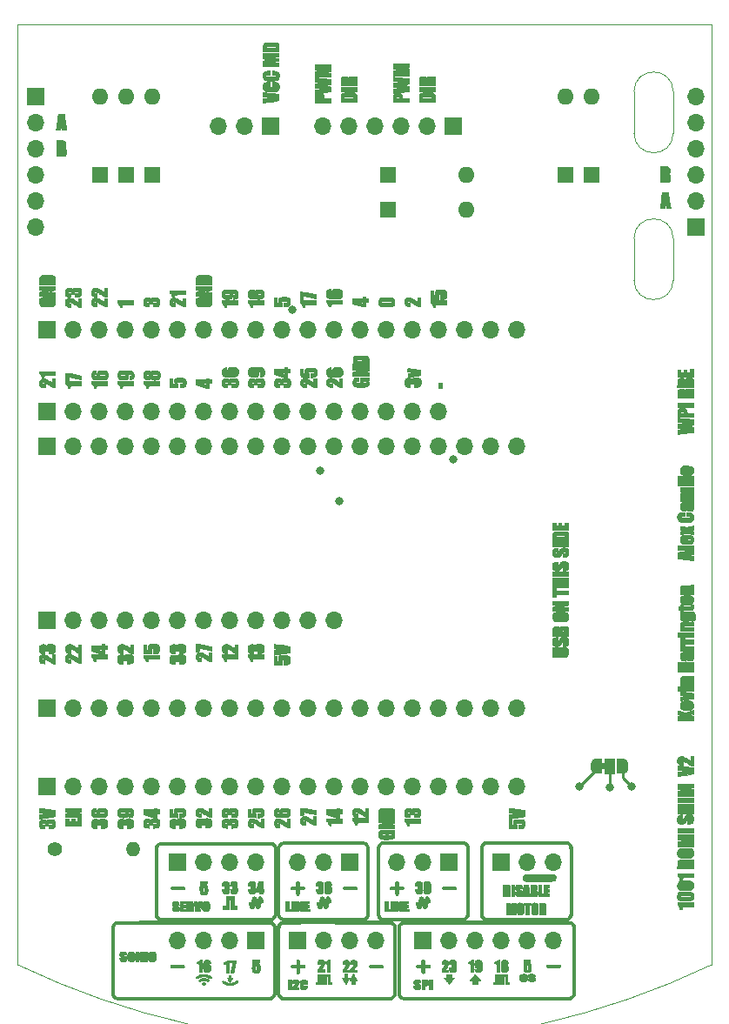
<source format=gbr>
G04 #@! TF.GenerationSoftware,KiCad,Pcbnew,(5.1.2)-2*
G04 #@! TF.CreationDate,2020-07-24T13:05:48-04:00*
G04 #@! TF.ProjectId,shim-PCB,7368696d-2d50-4434-922e-6b696361645f,rev?*
G04 #@! TF.SameCoordinates,Original*
G04 #@! TF.FileFunction,Copper,L1,Top*
G04 #@! TF.FilePolarity,Positive*
%FSLAX46Y46*%
G04 Gerber Fmt 4.6, Leading zero omitted, Abs format (unit mm)*
G04 Created by KiCad (PCBNEW (5.1.2)-2) date 2020-07-24 13:05:48*
%MOMM*%
%LPD*%
G04 APERTURE LIST*
%ADD10C,0.050000*%
%ADD11C,0.010000*%
%ADD12C,0.100000*%
%ADD13R,1.700000X1.700000*%
%ADD14O,1.700000X1.700000*%
%ADD15C,1.400000*%
%ADD16O,1.400000X1.400000*%
%ADD17R,1.600000X1.600000*%
%ADD18O,1.600000X1.600000*%
%ADD19C,0.500000*%
%ADD20R,1.000000X1.500000*%
%ADD21C,0.800000*%
%ADD22C,0.250000*%
G04 APERTURE END LIST*
D10*
X107878075Y-48006000D02*
X175425701Y-48006000D01*
X107878075Y-135724057D02*
X107878075Y-139534057D01*
X171682092Y-54560466D02*
X171682092Y-58605279D01*
X107878075Y-47997753D02*
X175425701Y-47997753D01*
X171682092Y-68852374D02*
X171682092Y-72897189D01*
X171682092Y-58605279D02*
G75*
G02X167872092Y-58605279I-1905000J0D01*
G01*
X167872092Y-68852374D02*
G75*
G02X171682092Y-68852374I1905000J0D01*
G01*
X175425701Y-47997753D02*
X175425701Y-139534057D01*
X167872092Y-58605279D02*
X167872092Y-54560466D01*
X167872092Y-54560466D02*
G75*
G02X171682092Y-54560466I1905000J0D01*
G01*
X171682092Y-72897189D02*
G75*
G02X167872092Y-72897189I-1905000J0D01*
G01*
X107878075Y-135724057D02*
X107878075Y-47997753D01*
X167872092Y-72897189D02*
X167872092Y-68852374D01*
X175371400Y-139560075D02*
G75*
G02X107878075Y-139534057I-33719511J70447727D01*
G01*
D11*
G36*
X158872205Y-130731110D02*
G01*
X159092903Y-130731473D01*
X159291233Y-130732081D01*
X159466834Y-130732930D01*
X159619347Y-130734018D01*
X159748409Y-130735340D01*
X159853662Y-130736894D01*
X159934745Y-130738675D01*
X159991297Y-130740682D01*
X160022957Y-130742910D01*
X160028650Y-130743885D01*
X160078015Y-130767032D01*
X160130236Y-130806600D01*
X160178069Y-130855702D01*
X160214268Y-130907453D01*
X160225156Y-130930612D01*
X160246551Y-131019363D01*
X160244050Y-131106880D01*
X160218542Y-131189321D01*
X160170917Y-131262844D01*
X160141178Y-131293198D01*
X160099990Y-131325402D01*
X160056905Y-131351652D01*
X160029494Y-131363402D01*
X160014005Y-131365982D01*
X159985023Y-131368283D01*
X159941503Y-131370315D01*
X159882400Y-131372090D01*
X159806671Y-131373619D01*
X159713270Y-131374913D01*
X159601154Y-131375984D01*
X159469277Y-131376842D01*
X159316596Y-131377499D01*
X159142065Y-131377965D01*
X158944641Y-131378253D01*
X158723278Y-131378372D01*
X158628026Y-131378375D01*
X157276950Y-131378251D01*
X157212931Y-131348440D01*
X157138870Y-131300672D01*
X157082361Y-131236065D01*
X157045443Y-131157894D01*
X157030159Y-131069435D01*
X157029857Y-131054650D01*
X157041214Y-130962964D01*
X157074595Y-130883199D01*
X157128963Y-130817012D01*
X157203281Y-130766059D01*
X157213450Y-130761067D01*
X157276950Y-130731048D01*
X158629500Y-130730994D01*
X158872205Y-130731110D01*
X158872205Y-130731110D01*
G37*
X158872205Y-130731110D02*
X159092903Y-130731473D01*
X159291233Y-130732081D01*
X159466834Y-130732930D01*
X159619347Y-130734018D01*
X159748409Y-130735340D01*
X159853662Y-130736894D01*
X159934745Y-130738675D01*
X159991297Y-130740682D01*
X160022957Y-130742910D01*
X160028650Y-130743885D01*
X160078015Y-130767032D01*
X160130236Y-130806600D01*
X160178069Y-130855702D01*
X160214268Y-130907453D01*
X160225156Y-130930612D01*
X160246551Y-131019363D01*
X160244050Y-131106880D01*
X160218542Y-131189321D01*
X160170917Y-131262844D01*
X160141178Y-131293198D01*
X160099990Y-131325402D01*
X160056905Y-131351652D01*
X160029494Y-131363402D01*
X160014005Y-131365982D01*
X159985023Y-131368283D01*
X159941503Y-131370315D01*
X159882400Y-131372090D01*
X159806671Y-131373619D01*
X159713270Y-131374913D01*
X159601154Y-131375984D01*
X159469277Y-131376842D01*
X159316596Y-131377499D01*
X159142065Y-131377965D01*
X158944641Y-131378253D01*
X158723278Y-131378372D01*
X158628026Y-131378375D01*
X157276950Y-131378251D01*
X157212931Y-131348440D01*
X157138870Y-131300672D01*
X157082361Y-131236065D01*
X157045443Y-131157894D01*
X157030159Y-131069435D01*
X157029857Y-131054650D01*
X157041214Y-130962964D01*
X157074595Y-130883199D01*
X157128963Y-130817012D01*
X157203281Y-130766059D01*
X157213450Y-130761067D01*
X157276950Y-130731048D01*
X158629500Y-130730994D01*
X158872205Y-130731110D01*
G36*
X159582000Y-131975400D02*
G01*
X159391500Y-131975400D01*
X159391500Y-132178600D01*
X159569300Y-132178600D01*
X159569300Y-132407200D01*
X159391500Y-132407200D01*
X159391500Y-132635800D01*
X159607400Y-132635800D01*
X159607400Y-132877100D01*
X159086700Y-132877100D01*
X159086700Y-131746800D01*
X159582000Y-131746800D01*
X159582000Y-131975400D01*
X159582000Y-131975400D01*
G37*
X159582000Y-131975400D02*
X159391500Y-131975400D01*
X159391500Y-132178600D01*
X159569300Y-132178600D01*
X159569300Y-132407200D01*
X159391500Y-132407200D01*
X159391500Y-132635800D01*
X159607400Y-132635800D01*
X159607400Y-132877100D01*
X159086700Y-132877100D01*
X159086700Y-131746800D01*
X159582000Y-131746800D01*
X159582000Y-131975400D01*
G36*
X158858100Y-132635800D02*
G01*
X159035900Y-132635800D01*
X159035900Y-132877100D01*
X158553300Y-132877100D01*
X158553300Y-131746800D01*
X158858100Y-131746800D01*
X158858100Y-132635800D01*
X158858100Y-132635800D01*
G37*
X158858100Y-132635800D02*
X159035900Y-132635800D01*
X159035900Y-132877100D01*
X158553300Y-132877100D01*
X158553300Y-131746800D01*
X158858100Y-131746800D01*
X158858100Y-132635800D01*
G36*
X158056462Y-131747718D02*
G01*
X158128405Y-131750249D01*
X158190640Y-131754051D01*
X158236807Y-131758785D01*
X158251049Y-131761215D01*
X158321216Y-131787790D01*
X158375249Y-131833597D01*
X158412778Y-131897952D01*
X158433431Y-131980168D01*
X158436839Y-132079562D01*
X158435395Y-132101732D01*
X158430098Y-132149274D01*
X158421333Y-132180263D01*
X158405629Y-132203545D01*
X158389239Y-132219470D01*
X158359171Y-132241901D01*
X158333031Y-132254214D01*
X158327674Y-132255008D01*
X158323599Y-132260236D01*
X158339655Y-132273786D01*
X158355742Y-132283590D01*
X158394502Y-132309241D01*
X158422333Y-132338482D01*
X158440914Y-132375849D01*
X158451928Y-132425877D01*
X158457055Y-132493103D01*
X158458050Y-132559600D01*
X158457418Y-132630210D01*
X158455061Y-132681145D01*
X158450289Y-132718106D01*
X158442410Y-132746797D01*
X158432650Y-132769150D01*
X158415928Y-132798579D01*
X158396521Y-132821599D01*
X158371176Y-132839089D01*
X158336638Y-132851928D01*
X158289654Y-132860998D01*
X158226969Y-132867178D01*
X158145330Y-132871347D01*
X158043755Y-132874333D01*
X157778600Y-132880699D01*
X157778600Y-132522355D01*
X158070700Y-132522355D01*
X158070835Y-132586730D01*
X158071766Y-132629691D01*
X158074279Y-132655227D01*
X158079162Y-132667324D01*
X158087202Y-132669969D01*
X158099185Y-132667150D01*
X158099275Y-132667123D01*
X158129243Y-132651694D01*
X158143725Y-132638440D01*
X158152423Y-132613721D01*
X158157904Y-132568384D01*
X158159600Y-132513629D01*
X158156971Y-132448456D01*
X158148105Y-132404936D01*
X158131536Y-132379778D01*
X158105794Y-132369685D01*
X158095192Y-132369100D01*
X158084866Y-132370789D01*
X158077931Y-132378648D01*
X158073717Y-132396861D01*
X158071556Y-132429611D01*
X158070779Y-132481083D01*
X158070700Y-132522355D01*
X157778600Y-132522355D01*
X157778600Y-132064300D01*
X158070700Y-132064300D01*
X158070962Y-132118409D01*
X158072644Y-132152007D01*
X158077082Y-132169978D01*
X158085615Y-132177212D01*
X158099582Y-132178595D01*
X158102003Y-132178600D01*
X158132476Y-132168933D01*
X158146453Y-132154034D01*
X158154150Y-132127231D01*
X158158882Y-132086822D01*
X158159600Y-132064300D01*
X158155210Y-132005622D01*
X158141339Y-131968812D01*
X158116931Y-131951774D01*
X158102003Y-131950000D01*
X158087184Y-131950960D01*
X158077982Y-131957099D01*
X158073061Y-131973303D01*
X158071080Y-132004461D01*
X158070701Y-132055459D01*
X158070700Y-132064300D01*
X157778600Y-132064300D01*
X157778600Y-131746800D01*
X157981174Y-131746800D01*
X158056462Y-131747718D01*
X158056462Y-131747718D01*
G37*
X158056462Y-131747718D02*
X158128405Y-131750249D01*
X158190640Y-131754051D01*
X158236807Y-131758785D01*
X158251049Y-131761215D01*
X158321216Y-131787790D01*
X158375249Y-131833597D01*
X158412778Y-131897952D01*
X158433431Y-131980168D01*
X158436839Y-132079562D01*
X158435395Y-132101732D01*
X158430098Y-132149274D01*
X158421333Y-132180263D01*
X158405629Y-132203545D01*
X158389239Y-132219470D01*
X158359171Y-132241901D01*
X158333031Y-132254214D01*
X158327674Y-132255008D01*
X158323599Y-132260236D01*
X158339655Y-132273786D01*
X158355742Y-132283590D01*
X158394502Y-132309241D01*
X158422333Y-132338482D01*
X158440914Y-132375849D01*
X158451928Y-132425877D01*
X158457055Y-132493103D01*
X158458050Y-132559600D01*
X158457418Y-132630210D01*
X158455061Y-132681145D01*
X158450289Y-132718106D01*
X158442410Y-132746797D01*
X158432650Y-132769150D01*
X158415928Y-132798579D01*
X158396521Y-132821599D01*
X158371176Y-132839089D01*
X158336638Y-132851928D01*
X158289654Y-132860998D01*
X158226969Y-132867178D01*
X158145330Y-132871347D01*
X158043755Y-132874333D01*
X157778600Y-132880699D01*
X157778600Y-132522355D01*
X158070700Y-132522355D01*
X158070835Y-132586730D01*
X158071766Y-132629691D01*
X158074279Y-132655227D01*
X158079162Y-132667324D01*
X158087202Y-132669969D01*
X158099185Y-132667150D01*
X158099275Y-132667123D01*
X158129243Y-132651694D01*
X158143725Y-132638440D01*
X158152423Y-132613721D01*
X158157904Y-132568384D01*
X158159600Y-132513629D01*
X158156971Y-132448456D01*
X158148105Y-132404936D01*
X158131536Y-132379778D01*
X158105794Y-132369685D01*
X158095192Y-132369100D01*
X158084866Y-132370789D01*
X158077931Y-132378648D01*
X158073717Y-132396861D01*
X158071556Y-132429611D01*
X158070779Y-132481083D01*
X158070700Y-132522355D01*
X157778600Y-132522355D01*
X157778600Y-132064300D01*
X158070700Y-132064300D01*
X158070962Y-132118409D01*
X158072644Y-132152007D01*
X158077082Y-132169978D01*
X158085615Y-132177212D01*
X158099582Y-132178595D01*
X158102003Y-132178600D01*
X158132476Y-132168933D01*
X158146453Y-132154034D01*
X158154150Y-132127231D01*
X158158882Y-132086822D01*
X158159600Y-132064300D01*
X158155210Y-132005622D01*
X158141339Y-131968812D01*
X158116931Y-131951774D01*
X158102003Y-131950000D01*
X158087184Y-131950960D01*
X158077982Y-131957099D01*
X158073061Y-131973303D01*
X158071080Y-132004461D01*
X158070701Y-132055459D01*
X158070700Y-132064300D01*
X157778600Y-132064300D01*
X157778600Y-131746800D01*
X157981174Y-131746800D01*
X158056462Y-131747718D01*
G36*
X157352723Y-131746801D02*
G01*
X157569050Y-131746803D01*
X157648967Y-132289726D01*
X157665819Y-132404792D01*
X157681436Y-132512561D01*
X157695441Y-132610335D01*
X157707454Y-132695414D01*
X157717095Y-132765098D01*
X157723985Y-132816688D01*
X157727746Y-132847483D01*
X157728342Y-132854875D01*
X157725744Y-132864313D01*
X157715731Y-132870649D01*
X157694156Y-132874485D01*
X157656871Y-132876424D01*
X157599729Y-132877068D01*
X157575400Y-132877100D01*
X157423000Y-132877100D01*
X157422860Y-132823125D01*
X157420742Y-132774836D01*
X157415734Y-132727221D01*
X157414848Y-132721525D01*
X157407542Y-132690263D01*
X157394515Y-132676872D01*
X157367939Y-132673909D01*
X157364763Y-132673900D01*
X157342083Y-132676149D01*
X157326725Y-132685784D01*
X157316852Y-132707137D01*
X157310630Y-132744540D01*
X157306223Y-132802325D01*
X157305572Y-132813600D01*
X157302350Y-132870750D01*
X157145048Y-132874329D01*
X156987747Y-132877909D01*
X156995046Y-132823529D01*
X156998276Y-132799176D01*
X157004408Y-132752673D01*
X157013043Y-132687054D01*
X157023781Y-132605354D01*
X157036225Y-132510607D01*
X157048547Y-132416725D01*
X157321802Y-132416725D01*
X157324053Y-132445157D01*
X157336399Y-132456266D01*
X157359500Y-132458000D01*
X157386419Y-132454882D01*
X157395961Y-132440669D01*
X157396543Y-132423075D01*
X157394840Y-132394849D01*
X157391278Y-132352588D01*
X157386408Y-132301402D01*
X157380780Y-132246404D01*
X157374944Y-132192703D01*
X157369451Y-132145413D01*
X157364852Y-132109644D01*
X157361695Y-132090509D01*
X157360645Y-132089700D01*
X157358182Y-132109691D01*
X157353070Y-132148638D01*
X157346132Y-132200335D01*
X157340450Y-132242100D01*
X157332711Y-132302264D01*
X157326515Y-132357259D01*
X157322665Y-132399558D01*
X157321802Y-132416725D01*
X157048547Y-132416725D01*
X157049975Y-132405848D01*
X157064633Y-132294111D01*
X157069372Y-132257975D01*
X157136397Y-131746800D01*
X157352723Y-131746801D01*
X157352723Y-131746801D01*
G37*
X157352723Y-131746801D02*
X157569050Y-131746803D01*
X157648967Y-132289726D01*
X157665819Y-132404792D01*
X157681436Y-132512561D01*
X157695441Y-132610335D01*
X157707454Y-132695414D01*
X157717095Y-132765098D01*
X157723985Y-132816688D01*
X157727746Y-132847483D01*
X157728342Y-132854875D01*
X157725744Y-132864313D01*
X157715731Y-132870649D01*
X157694156Y-132874485D01*
X157656871Y-132876424D01*
X157599729Y-132877068D01*
X157575400Y-132877100D01*
X157423000Y-132877100D01*
X157422860Y-132823125D01*
X157420742Y-132774836D01*
X157415734Y-132727221D01*
X157414848Y-132721525D01*
X157407542Y-132690263D01*
X157394515Y-132676872D01*
X157367939Y-132673909D01*
X157364763Y-132673900D01*
X157342083Y-132676149D01*
X157326725Y-132685784D01*
X157316852Y-132707137D01*
X157310630Y-132744540D01*
X157306223Y-132802325D01*
X157305572Y-132813600D01*
X157302350Y-132870750D01*
X157145048Y-132874329D01*
X156987747Y-132877909D01*
X156995046Y-132823529D01*
X156998276Y-132799176D01*
X157004408Y-132752673D01*
X157013043Y-132687054D01*
X157023781Y-132605354D01*
X157036225Y-132510607D01*
X157048547Y-132416725D01*
X157321802Y-132416725D01*
X157324053Y-132445157D01*
X157336399Y-132456266D01*
X157359500Y-132458000D01*
X157386419Y-132454882D01*
X157395961Y-132440669D01*
X157396543Y-132423075D01*
X157394840Y-132394849D01*
X157391278Y-132352588D01*
X157386408Y-132301402D01*
X157380780Y-132246404D01*
X157374944Y-132192703D01*
X157369451Y-132145413D01*
X157364852Y-132109644D01*
X157361695Y-132090509D01*
X157360645Y-132089700D01*
X157358182Y-132109691D01*
X157353070Y-132148638D01*
X157346132Y-132200335D01*
X157340450Y-132242100D01*
X157332711Y-132302264D01*
X157326515Y-132357259D01*
X157322665Y-132399558D01*
X157321802Y-132416725D01*
X157048547Y-132416725D01*
X157049975Y-132405848D01*
X157064633Y-132294111D01*
X157069372Y-132257975D01*
X157136397Y-131746800D01*
X157352723Y-131746801D01*
G36*
X156216500Y-132877100D02*
G01*
X156072566Y-132877100D01*
X156014464Y-132876393D01*
X155966020Y-132874476D01*
X155932689Y-132871651D01*
X155920166Y-132868633D01*
X155918397Y-132854551D01*
X155916753Y-132817689D01*
X155915273Y-132760668D01*
X155913998Y-132686109D01*
X155912965Y-132596632D01*
X155912215Y-132494857D01*
X155911787Y-132383405D01*
X155911700Y-132303483D01*
X155911700Y-131746800D01*
X156216500Y-131746800D01*
X156216500Y-132877100D01*
X156216500Y-132877100D01*
G37*
X156216500Y-132877100D02*
X156072566Y-132877100D01*
X156014464Y-132876393D01*
X155966020Y-132874476D01*
X155932689Y-132871651D01*
X155920166Y-132868633D01*
X155918397Y-132854551D01*
X155916753Y-132817689D01*
X155915273Y-132760668D01*
X155913998Y-132686109D01*
X155912965Y-132596632D01*
X155912215Y-132494857D01*
X155911787Y-132383405D01*
X155911700Y-132303483D01*
X155911700Y-131746800D01*
X156216500Y-131746800D01*
X156216500Y-132877100D01*
G36*
X155387825Y-131749624D02*
G01*
X155484287Y-131752210D01*
X155559109Y-131755685D01*
X155616051Y-131760732D01*
X155658871Y-131768031D01*
X155691328Y-131778264D01*
X155717183Y-131792112D01*
X155740193Y-131810259D01*
X155744631Y-131814320D01*
X155763704Y-131832604D01*
X155779061Y-131850133D01*
X155791104Y-131869770D01*
X155800237Y-131894377D01*
X155806861Y-131926813D01*
X155811379Y-131969941D01*
X155814194Y-132026621D01*
X155815709Y-132099714D01*
X155816327Y-132192083D01*
X155816449Y-132306587D01*
X155816450Y-132324650D01*
X155816372Y-132437507D01*
X155816030Y-132527846D01*
X155815261Y-132598546D01*
X155813903Y-132652487D01*
X155811792Y-132692550D01*
X155808767Y-132721616D01*
X155804664Y-132742565D01*
X155799320Y-132758277D01*
X155792574Y-132771632D01*
X155791050Y-132774261D01*
X155772232Y-132802516D01*
X155750749Y-132824567D01*
X155723256Y-132841277D01*
X155686407Y-132853508D01*
X155636855Y-132862122D01*
X155571256Y-132867981D01*
X155486263Y-132871947D01*
X155402686Y-132874321D01*
X155137000Y-132880699D01*
X155137000Y-132311551D01*
X155441800Y-132311551D01*
X155441883Y-132416837D01*
X155442247Y-132499386D01*
X155443057Y-132561863D01*
X155444481Y-132606932D01*
X155446687Y-132637254D01*
X155449842Y-132655495D01*
X155454112Y-132664318D01*
X155459666Y-132666386D01*
X155464025Y-132665376D01*
X155491154Y-132648871D01*
X155502125Y-132637947D01*
X155507446Y-132623917D01*
X155511561Y-132595170D01*
X155514572Y-132549535D01*
X155516580Y-132484844D01*
X155517688Y-132398926D01*
X155518000Y-132299362D01*
X155517812Y-132196043D01*
X155516968Y-132115342D01*
X155515042Y-132054477D01*
X155511609Y-132010667D01*
X155506245Y-131981131D01*
X155498525Y-131963087D01*
X155488025Y-131953755D01*
X155474320Y-131950352D01*
X155464659Y-131950000D01*
X155457997Y-131951328D01*
X155452769Y-131957133D01*
X155448801Y-131970144D01*
X155445921Y-131993091D01*
X155443957Y-132028704D01*
X155442736Y-132079712D01*
X155442085Y-132148846D01*
X155441832Y-132238834D01*
X155441800Y-132311551D01*
X155137000Y-132311551D01*
X155137000Y-131744149D01*
X155387825Y-131749624D01*
X155387825Y-131749624D01*
G37*
X155387825Y-131749624D02*
X155484287Y-131752210D01*
X155559109Y-131755685D01*
X155616051Y-131760732D01*
X155658871Y-131768031D01*
X155691328Y-131778264D01*
X155717183Y-131792112D01*
X155740193Y-131810259D01*
X155744631Y-131814320D01*
X155763704Y-131832604D01*
X155779061Y-131850133D01*
X155791104Y-131869770D01*
X155800237Y-131894377D01*
X155806861Y-131926813D01*
X155811379Y-131969941D01*
X155814194Y-132026621D01*
X155815709Y-132099714D01*
X155816327Y-132192083D01*
X155816449Y-132306587D01*
X155816450Y-132324650D01*
X155816372Y-132437507D01*
X155816030Y-132527846D01*
X155815261Y-132598546D01*
X155813903Y-132652487D01*
X155811792Y-132692550D01*
X155808767Y-132721616D01*
X155804664Y-132742565D01*
X155799320Y-132758277D01*
X155792574Y-132771632D01*
X155791050Y-132774261D01*
X155772232Y-132802516D01*
X155750749Y-132824567D01*
X155723256Y-132841277D01*
X155686407Y-132853508D01*
X155636855Y-132862122D01*
X155571256Y-132867981D01*
X155486263Y-132871947D01*
X155402686Y-132874321D01*
X155137000Y-132880699D01*
X155137000Y-132311551D01*
X155441800Y-132311551D01*
X155441883Y-132416837D01*
X155442247Y-132499386D01*
X155443057Y-132561863D01*
X155444481Y-132606932D01*
X155446687Y-132637254D01*
X155449842Y-132655495D01*
X155454112Y-132664318D01*
X155459666Y-132666386D01*
X155464025Y-132665376D01*
X155491154Y-132648871D01*
X155502125Y-132637947D01*
X155507446Y-132623917D01*
X155511561Y-132595170D01*
X155514572Y-132549535D01*
X155516580Y-132484844D01*
X155517688Y-132398926D01*
X155518000Y-132299362D01*
X155517812Y-132196043D01*
X155516968Y-132115342D01*
X155515042Y-132054477D01*
X155511609Y-132010667D01*
X155506245Y-131981131D01*
X155498525Y-131963087D01*
X155488025Y-131953755D01*
X155474320Y-131950352D01*
X155464659Y-131950000D01*
X155457997Y-131951328D01*
X155452769Y-131957133D01*
X155448801Y-131970144D01*
X155445921Y-131993091D01*
X155443957Y-132028704D01*
X155442736Y-132079712D01*
X155442085Y-132148846D01*
X155441832Y-132238834D01*
X155441800Y-132311551D01*
X155137000Y-132311551D01*
X155137000Y-131744149D01*
X155387825Y-131749624D01*
G36*
X156735834Y-131735055D02*
G01*
X156809301Y-131757768D01*
X156869425Y-131790368D01*
X156905831Y-131825166D01*
X156929371Y-131872546D01*
X156945316Y-131938797D01*
X156952353Y-132018181D01*
X156952546Y-132029375D01*
X156953100Y-132089700D01*
X156673700Y-132089700D01*
X156673526Y-132035725D01*
X156669765Y-131975617D01*
X156658734Y-131938977D01*
X156640112Y-131924839D01*
X156636658Y-131924600D01*
X156605799Y-131935319D01*
X156588601Y-131967252D01*
X156584800Y-132004174D01*
X156587219Y-132040955D01*
X156596875Y-132070801D01*
X156617364Y-132098262D01*
X156652284Y-132127889D01*
X156705230Y-132164231D01*
X156717721Y-132172333D01*
X156799759Y-132227595D01*
X156861811Y-132276078D01*
X156906850Y-132321861D01*
X156937852Y-132369026D01*
X156957792Y-132421650D01*
X156969644Y-132483814D01*
X156973787Y-132523466D01*
X156975404Y-132628807D01*
X156960378Y-132715145D01*
X156928019Y-132783245D01*
X156877634Y-132833870D01*
X156808533Y-132867786D01*
X156720025Y-132885754D01*
X156642862Y-132889242D01*
X156587388Y-132886903D01*
X156535686Y-132881243D01*
X156497886Y-132873423D01*
X156494440Y-132872278D01*
X156429479Y-132842124D01*
X156380796Y-132802096D01*
X156346241Y-132748711D01*
X156323664Y-132678485D01*
X156310913Y-132587935D01*
X156309766Y-132573093D01*
X156301534Y-132457131D01*
X156446342Y-132460740D01*
X156591150Y-132464350D01*
X156594883Y-132571895D01*
X156598685Y-132632147D01*
X156605928Y-132670887D01*
X156617895Y-132691911D01*
X156635870Y-132699018D01*
X156637867Y-132699105D01*
X156660537Y-132688424D01*
X156676609Y-132659572D01*
X156685400Y-132619081D01*
X156686230Y-132573480D01*
X156678418Y-132529300D01*
X156661282Y-132493072D01*
X156659590Y-132490842D01*
X156637690Y-132469246D01*
X156600457Y-132438722D01*
X156553934Y-132404060D01*
X156523065Y-132382587D01*
X156446758Y-132328575D01*
X156390306Y-132281338D01*
X156350864Y-132236258D01*
X156325586Y-132188715D01*
X156311625Y-132134092D01*
X156306137Y-132067769D01*
X156305678Y-132029782D01*
X156311244Y-131938852D01*
X156328814Y-131868092D01*
X156360465Y-131814293D01*
X156408275Y-131774244D01*
X156474318Y-131744738D01*
X156494094Y-131738582D01*
X156572359Y-131724227D01*
X156654896Y-131723463D01*
X156735834Y-131735055D01*
X156735834Y-131735055D01*
G37*
X156735834Y-131735055D02*
X156809301Y-131757768D01*
X156869425Y-131790368D01*
X156905831Y-131825166D01*
X156929371Y-131872546D01*
X156945316Y-131938797D01*
X156952353Y-132018181D01*
X156952546Y-132029375D01*
X156953100Y-132089700D01*
X156673700Y-132089700D01*
X156673526Y-132035725D01*
X156669765Y-131975617D01*
X156658734Y-131938977D01*
X156640112Y-131924839D01*
X156636658Y-131924600D01*
X156605799Y-131935319D01*
X156588601Y-131967252D01*
X156584800Y-132004174D01*
X156587219Y-132040955D01*
X156596875Y-132070801D01*
X156617364Y-132098262D01*
X156652284Y-132127889D01*
X156705230Y-132164231D01*
X156717721Y-132172333D01*
X156799759Y-132227595D01*
X156861811Y-132276078D01*
X156906850Y-132321861D01*
X156937852Y-132369026D01*
X156957792Y-132421650D01*
X156969644Y-132483814D01*
X156973787Y-132523466D01*
X156975404Y-132628807D01*
X156960378Y-132715145D01*
X156928019Y-132783245D01*
X156877634Y-132833870D01*
X156808533Y-132867786D01*
X156720025Y-132885754D01*
X156642862Y-132889242D01*
X156587388Y-132886903D01*
X156535686Y-132881243D01*
X156497886Y-132873423D01*
X156494440Y-132872278D01*
X156429479Y-132842124D01*
X156380796Y-132802096D01*
X156346241Y-132748711D01*
X156323664Y-132678485D01*
X156310913Y-132587935D01*
X156309766Y-132573093D01*
X156301534Y-132457131D01*
X156446342Y-132460740D01*
X156591150Y-132464350D01*
X156594883Y-132571895D01*
X156598685Y-132632147D01*
X156605928Y-132670887D01*
X156617895Y-132691911D01*
X156635870Y-132699018D01*
X156637867Y-132699105D01*
X156660537Y-132688424D01*
X156676609Y-132659572D01*
X156685400Y-132619081D01*
X156686230Y-132573480D01*
X156678418Y-132529300D01*
X156661282Y-132493072D01*
X156659590Y-132490842D01*
X156637690Y-132469246D01*
X156600457Y-132438722D01*
X156553934Y-132404060D01*
X156523065Y-132382587D01*
X156446758Y-132328575D01*
X156390306Y-132281338D01*
X156350864Y-132236258D01*
X156325586Y-132188715D01*
X156311625Y-132134092D01*
X156306137Y-132067769D01*
X156305678Y-132029782D01*
X156311244Y-131938852D01*
X156328814Y-131868092D01*
X156360465Y-131814293D01*
X156408275Y-131774244D01*
X156474318Y-131744738D01*
X156494094Y-131738582D01*
X156572359Y-131724227D01*
X156654896Y-131723463D01*
X156735834Y-131735055D01*
G36*
X158873975Y-133514303D02*
G01*
X158973699Y-133516697D01*
X159051583Y-133520794D01*
X159111179Y-133527659D01*
X159156038Y-133538355D01*
X159189713Y-133553946D01*
X159215755Y-133575496D01*
X159237717Y-133604068D01*
X159251800Y-133627463D01*
X159266369Y-133655864D01*
X159275689Y-133683519D01*
X159280897Y-133717246D01*
X159283134Y-133763863D01*
X159283550Y-133817429D01*
X159281412Y-133894210D01*
X159273908Y-133950190D01*
X159259395Y-133989694D01*
X159236234Y-134017047D01*
X159202785Y-134036574D01*
X159199969Y-134037779D01*
X159162755Y-134053426D01*
X159205281Y-134073705D01*
X159232618Y-134089398D01*
X159253451Y-134109307D01*
X159268631Y-134136844D01*
X159279011Y-134175425D01*
X159285443Y-134228462D01*
X159288780Y-134299370D01*
X159289875Y-134391562D01*
X159289900Y-134412544D01*
X159289900Y-134642400D01*
X159012039Y-134642400D01*
X159008094Y-134400615D01*
X159006351Y-134313672D01*
X159004161Y-134248896D01*
X159001231Y-134203053D01*
X158997267Y-134172909D01*
X158991977Y-134155233D01*
X158985100Y-134146810D01*
X158968425Y-134137369D01*
X158955861Y-134134768D01*
X158946828Y-134141766D01*
X158940744Y-134161123D01*
X158937030Y-134195599D01*
X158935106Y-134247952D01*
X158934391Y-134320943D01*
X158934300Y-134388400D01*
X158934300Y-134642400D01*
X158629500Y-134642400D01*
X158629500Y-133829600D01*
X158934300Y-133829600D01*
X158934739Y-133883941D01*
X158936760Y-133917713D01*
X158941416Y-133935737D01*
X158949759Y-133942839D01*
X158959253Y-133943900D01*
X158984960Y-133933670D01*
X158997353Y-133919334D01*
X159005050Y-133892531D01*
X159009782Y-133852122D01*
X159010500Y-133829600D01*
X159005500Y-133768751D01*
X158990390Y-133730900D01*
X158965000Y-133715668D01*
X158959253Y-133715300D01*
X158947389Y-133717314D01*
X158940016Y-133726572D01*
X158936081Y-133747897D01*
X158934531Y-133786115D01*
X158934300Y-133829600D01*
X158629500Y-133829600D01*
X158629500Y-133510157D01*
X158873975Y-133514303D01*
X158873975Y-133514303D01*
G37*
X158873975Y-133514303D02*
X158973699Y-133516697D01*
X159051583Y-133520794D01*
X159111179Y-133527659D01*
X159156038Y-133538355D01*
X159189713Y-133553946D01*
X159215755Y-133575496D01*
X159237717Y-133604068D01*
X159251800Y-133627463D01*
X159266369Y-133655864D01*
X159275689Y-133683519D01*
X159280897Y-133717246D01*
X159283134Y-133763863D01*
X159283550Y-133817429D01*
X159281412Y-133894210D01*
X159273908Y-133950190D01*
X159259395Y-133989694D01*
X159236234Y-134017047D01*
X159202785Y-134036574D01*
X159199969Y-134037779D01*
X159162755Y-134053426D01*
X159205281Y-134073705D01*
X159232618Y-134089398D01*
X159253451Y-134109307D01*
X159268631Y-134136844D01*
X159279011Y-134175425D01*
X159285443Y-134228462D01*
X159288780Y-134299370D01*
X159289875Y-134391562D01*
X159289900Y-134412544D01*
X159289900Y-134642400D01*
X159012039Y-134642400D01*
X159008094Y-134400615D01*
X159006351Y-134313672D01*
X159004161Y-134248896D01*
X159001231Y-134203053D01*
X158997267Y-134172909D01*
X158991977Y-134155233D01*
X158985100Y-134146810D01*
X158968425Y-134137369D01*
X158955861Y-134134768D01*
X158946828Y-134141766D01*
X158940744Y-134161123D01*
X158937030Y-134195599D01*
X158935106Y-134247952D01*
X158934391Y-134320943D01*
X158934300Y-134388400D01*
X158934300Y-134642400D01*
X158629500Y-134642400D01*
X158629500Y-133829600D01*
X158934300Y-133829600D01*
X158934739Y-133883941D01*
X158936760Y-133917713D01*
X158941416Y-133935737D01*
X158949759Y-133942839D01*
X158959253Y-133943900D01*
X158984960Y-133933670D01*
X158997353Y-133919334D01*
X159005050Y-133892531D01*
X159009782Y-133852122D01*
X159010500Y-133829600D01*
X159005500Y-133768751D01*
X158990390Y-133730900D01*
X158965000Y-133715668D01*
X158959253Y-133715300D01*
X158947389Y-133717314D01*
X158940016Y-133726572D01*
X158936081Y-133747897D01*
X158934531Y-133786115D01*
X158934300Y-133829600D01*
X158629500Y-133829600D01*
X158629500Y-133510157D01*
X158873975Y-133514303D01*
G36*
X157804000Y-133740700D02*
G01*
X157626200Y-133740700D01*
X157626200Y-134642400D01*
X157334100Y-134642400D01*
X157334100Y-133740700D01*
X157156300Y-133740700D01*
X157156300Y-133512100D01*
X157804000Y-133512100D01*
X157804000Y-133740700D01*
X157804000Y-133740700D01*
G37*
X157804000Y-133740700D02*
X157626200Y-133740700D01*
X157626200Y-134642400D01*
X157334100Y-134642400D01*
X157334100Y-133740700D01*
X157156300Y-133740700D01*
X157156300Y-133512100D01*
X157804000Y-133512100D01*
X157804000Y-133740700D01*
G36*
X155816359Y-133553375D02*
G01*
X155820758Y-133580192D01*
X155827950Y-133626623D01*
X155837095Y-133687142D01*
X155847354Y-133756223D01*
X155852529Y-133791500D01*
X155881290Y-133988350D01*
X155896791Y-133861350D01*
X155905542Y-133790118D01*
X155915198Y-133712245D01*
X155924047Y-133641524D01*
X155926357Y-133623225D01*
X155940423Y-133512100D01*
X156330800Y-133512100D01*
X156330800Y-134642400D01*
X156064100Y-134642400D01*
X156062859Y-134328075D01*
X156061619Y-134013750D01*
X156025419Y-134274100D01*
X156013975Y-134356312D01*
X156003227Y-134433334D01*
X155993848Y-134500369D01*
X155986509Y-134552620D01*
X155981882Y-134585289D01*
X155981431Y-134588425D01*
X155973643Y-134642400D01*
X155879171Y-134642400D01*
X155833759Y-134641223D01*
X155800135Y-134638112D01*
X155784575Y-134633697D01*
X155784179Y-134632875D01*
X155782209Y-134618220D01*
X155776933Y-134581895D01*
X155768863Y-134527340D01*
X155758509Y-134457997D01*
X155746383Y-134377306D01*
X155734632Y-134299500D01*
X155685606Y-133975650D01*
X155683100Y-134642400D01*
X155429100Y-134642400D01*
X155429100Y-133512100D01*
X155808949Y-133512100D01*
X155816359Y-133553375D01*
X155816359Y-133553375D01*
G37*
X155816359Y-133553375D02*
X155820758Y-133580192D01*
X155827950Y-133626623D01*
X155837095Y-133687142D01*
X155847354Y-133756223D01*
X155852529Y-133791500D01*
X155881290Y-133988350D01*
X155896791Y-133861350D01*
X155905542Y-133790118D01*
X155915198Y-133712245D01*
X155924047Y-133641524D01*
X155926357Y-133623225D01*
X155940423Y-133512100D01*
X156330800Y-133512100D01*
X156330800Y-134642400D01*
X156064100Y-134642400D01*
X156062859Y-134328075D01*
X156061619Y-134013750D01*
X156025419Y-134274100D01*
X156013975Y-134356312D01*
X156003227Y-134433334D01*
X155993848Y-134500369D01*
X155986509Y-134552620D01*
X155981882Y-134585289D01*
X155981431Y-134588425D01*
X155973643Y-134642400D01*
X155879171Y-134642400D01*
X155833759Y-134641223D01*
X155800135Y-134638112D01*
X155784575Y-134633697D01*
X155784179Y-134632875D01*
X155782209Y-134618220D01*
X155776933Y-134581895D01*
X155768863Y-134527340D01*
X155758509Y-134457997D01*
X155746383Y-134377306D01*
X155734632Y-134299500D01*
X155685606Y-133975650D01*
X155683100Y-134642400D01*
X155429100Y-134642400D01*
X155429100Y-133512100D01*
X155808949Y-133512100D01*
X155816359Y-133553375D01*
G36*
X158234649Y-133489686D02*
G01*
X158311131Y-133502417D01*
X158340268Y-133511666D01*
X158409477Y-133548916D01*
X158466401Y-133601486D01*
X158505701Y-133663865D01*
X158516103Y-133693256D01*
X158520140Y-133722338D01*
X158523190Y-133774586D01*
X158525202Y-133847786D01*
X158526126Y-133939721D01*
X158525911Y-134048176D01*
X158525445Y-134100331D01*
X158524093Y-134207943D01*
X158522519Y-134293147D01*
X158520534Y-134358935D01*
X158517946Y-134408298D01*
X158514566Y-134444230D01*
X158510204Y-134469721D01*
X158504669Y-134487765D01*
X158500241Y-134497122D01*
X158454681Y-134558615D01*
X158394916Y-134608231D01*
X158339661Y-134635478D01*
X158282803Y-134647849D01*
X158212235Y-134653285D01*
X158138390Y-134651826D01*
X158071705Y-134643512D01*
X158036701Y-134634297D01*
X157985972Y-134606448D01*
X157936163Y-134562705D01*
X157894797Y-134511026D01*
X157869398Y-134459371D01*
X157868534Y-134456404D01*
X157864328Y-134427891D01*
X157860901Y-134378344D01*
X157858253Y-134312112D01*
X157856387Y-134233541D01*
X157855304Y-134146977D01*
X157855005Y-134056769D01*
X157855367Y-133990344D01*
X158148227Y-133990344D01*
X158149128Y-134105075D01*
X158149295Y-134118998D01*
X158150799Y-134221247D01*
X158152611Y-134300783D01*
X158154908Y-134360296D01*
X158157865Y-134402471D01*
X158161659Y-134429998D01*
X158166468Y-134445563D01*
X158171148Y-134451198D01*
X158195638Y-134458279D01*
X158213059Y-134443549D01*
X158224555Y-134405661D01*
X158227654Y-134384512D01*
X158230217Y-134349379D01*
X158232117Y-134295377D01*
X158233377Y-134227174D01*
X158234018Y-134149437D01*
X158234062Y-134066833D01*
X158233531Y-133984031D01*
X158232445Y-133905698D01*
X158230828Y-133836502D01*
X158228699Y-133781110D01*
X158226082Y-133744189D01*
X158224647Y-133734350D01*
X158211798Y-133704541D01*
X158191793Y-133696250D01*
X158178597Y-133699936D01*
X158168113Y-133712538D01*
X158160108Y-133736372D01*
X158154350Y-133773754D01*
X158150605Y-133827000D01*
X158148642Y-133898424D01*
X158148227Y-133990344D01*
X157855367Y-133990344D01*
X157855493Y-133967263D01*
X157856768Y-133882806D01*
X157858833Y-133807745D01*
X157861688Y-133746427D01*
X157865335Y-133703199D01*
X157868263Y-133686377D01*
X157895396Y-133628659D01*
X157940889Y-133573938D01*
X157998114Y-133529781D01*
X158012347Y-133521859D01*
X158075967Y-133499695D01*
X158153164Y-133488875D01*
X158234649Y-133489686D01*
X158234649Y-133489686D01*
G37*
X158234649Y-133489686D02*
X158311131Y-133502417D01*
X158340268Y-133511666D01*
X158409477Y-133548916D01*
X158466401Y-133601486D01*
X158505701Y-133663865D01*
X158516103Y-133693256D01*
X158520140Y-133722338D01*
X158523190Y-133774586D01*
X158525202Y-133847786D01*
X158526126Y-133939721D01*
X158525911Y-134048176D01*
X158525445Y-134100331D01*
X158524093Y-134207943D01*
X158522519Y-134293147D01*
X158520534Y-134358935D01*
X158517946Y-134408298D01*
X158514566Y-134444230D01*
X158510204Y-134469721D01*
X158504669Y-134487765D01*
X158500241Y-134497122D01*
X158454681Y-134558615D01*
X158394916Y-134608231D01*
X158339661Y-134635478D01*
X158282803Y-134647849D01*
X158212235Y-134653285D01*
X158138390Y-134651826D01*
X158071705Y-134643512D01*
X158036701Y-134634297D01*
X157985972Y-134606448D01*
X157936163Y-134562705D01*
X157894797Y-134511026D01*
X157869398Y-134459371D01*
X157868534Y-134456404D01*
X157864328Y-134427891D01*
X157860901Y-134378344D01*
X157858253Y-134312112D01*
X157856387Y-134233541D01*
X157855304Y-134146977D01*
X157855005Y-134056769D01*
X157855367Y-133990344D01*
X158148227Y-133990344D01*
X158149128Y-134105075D01*
X158149295Y-134118998D01*
X158150799Y-134221247D01*
X158152611Y-134300783D01*
X158154908Y-134360296D01*
X158157865Y-134402471D01*
X158161659Y-134429998D01*
X158166468Y-134445563D01*
X158171148Y-134451198D01*
X158195638Y-134458279D01*
X158213059Y-134443549D01*
X158224555Y-134405661D01*
X158227654Y-134384512D01*
X158230217Y-134349379D01*
X158232117Y-134295377D01*
X158233377Y-134227174D01*
X158234018Y-134149437D01*
X158234062Y-134066833D01*
X158233531Y-133984031D01*
X158232445Y-133905698D01*
X158230828Y-133836502D01*
X158228699Y-133781110D01*
X158226082Y-133744189D01*
X158224647Y-133734350D01*
X158211798Y-133704541D01*
X158191793Y-133696250D01*
X158178597Y-133699936D01*
X158168113Y-133712538D01*
X158160108Y-133736372D01*
X158154350Y-133773754D01*
X158150605Y-133827000D01*
X158148642Y-133898424D01*
X158148227Y-133990344D01*
X157855367Y-133990344D01*
X157855493Y-133967263D01*
X157856768Y-133882806D01*
X157858833Y-133807745D01*
X157861688Y-133746427D01*
X157865335Y-133703199D01*
X157868263Y-133686377D01*
X157895396Y-133628659D01*
X157940889Y-133573938D01*
X157998114Y-133529781D01*
X158012347Y-133521859D01*
X158075967Y-133499695D01*
X158153164Y-133488875D01*
X158234649Y-133489686D01*
G36*
X156829638Y-133492384D02*
G01*
X156916584Y-133513350D01*
X156989916Y-133550887D01*
X157046853Y-133603476D01*
X157084613Y-133669592D01*
X157089972Y-133685470D01*
X157094729Y-133714700D01*
X157098648Y-133764946D01*
X157101719Y-133831838D01*
X157103932Y-133911006D01*
X157105277Y-133998080D01*
X157105743Y-134088689D01*
X157105320Y-134178463D01*
X157103999Y-134263033D01*
X157101768Y-134338027D01*
X157098618Y-134399076D01*
X157094539Y-134441809D01*
X157091765Y-134456404D01*
X157066045Y-134510968D01*
X157023063Y-134564191D01*
X156970177Y-134608491D01*
X156918333Y-134635113D01*
X156861260Y-134647633D01*
X156790704Y-134653256D01*
X156717017Y-134651998D01*
X156650548Y-134643872D01*
X156615390Y-134634660D01*
X156556656Y-134603056D01*
X156501845Y-134554476D01*
X156460058Y-134497122D01*
X156453638Y-134482378D01*
X156448516Y-134462179D01*
X156444503Y-134433531D01*
X156441409Y-134393443D01*
X156439044Y-134338923D01*
X156437217Y-134266979D01*
X156435739Y-134174619D01*
X156434854Y-134100331D01*
X156433909Y-133989750D01*
X156725930Y-133989750D01*
X156726800Y-134104318D01*
X156726973Y-134119002D01*
X156728452Y-134221241D01*
X156730244Y-134300769D01*
X156732524Y-134360275D01*
X156735468Y-134402448D01*
X156739254Y-134429976D01*
X156744057Y-134445547D01*
X156748748Y-134451202D01*
X156772115Y-134458449D01*
X156788773Y-134445425D01*
X156800059Y-134410284D01*
X156805313Y-134373144D01*
X156808255Y-134330554D01*
X156810412Y-134270061D01*
X156811803Y-134196665D01*
X156812446Y-134115368D01*
X156812361Y-134031171D01*
X156811566Y-133949076D01*
X156810082Y-133874083D01*
X156807926Y-133811194D01*
X156805118Y-133765409D01*
X156802927Y-133747050D01*
X156793560Y-133712522D01*
X156779447Y-133697857D01*
X156769303Y-133696250D01*
X156756183Y-133699922D01*
X156745757Y-133712483D01*
X156737795Y-133736252D01*
X156732063Y-133773545D01*
X156728330Y-133826681D01*
X156726363Y-133897976D01*
X156725930Y-133989750D01*
X156433909Y-133989750D01*
X156433851Y-133983048D01*
X156433910Y-133888138D01*
X156435410Y-133812582D01*
X156438730Y-133753360D01*
X156444249Y-133707455D01*
X156452346Y-133671847D01*
X156463399Y-133643519D01*
X156477787Y-133619450D01*
X156495888Y-133596624D01*
X156498406Y-133593735D01*
X156557810Y-133541248D01*
X156629031Y-133507525D01*
X156716142Y-133490746D01*
X156731858Y-133489511D01*
X156829638Y-133492384D01*
X156829638Y-133492384D01*
G37*
X156829638Y-133492384D02*
X156916584Y-133513350D01*
X156989916Y-133550887D01*
X157046853Y-133603476D01*
X157084613Y-133669592D01*
X157089972Y-133685470D01*
X157094729Y-133714700D01*
X157098648Y-133764946D01*
X157101719Y-133831838D01*
X157103932Y-133911006D01*
X157105277Y-133998080D01*
X157105743Y-134088689D01*
X157105320Y-134178463D01*
X157103999Y-134263033D01*
X157101768Y-134338027D01*
X157098618Y-134399076D01*
X157094539Y-134441809D01*
X157091765Y-134456404D01*
X157066045Y-134510968D01*
X157023063Y-134564191D01*
X156970177Y-134608491D01*
X156918333Y-134635113D01*
X156861260Y-134647633D01*
X156790704Y-134653256D01*
X156717017Y-134651998D01*
X156650548Y-134643872D01*
X156615390Y-134634660D01*
X156556656Y-134603056D01*
X156501845Y-134554476D01*
X156460058Y-134497122D01*
X156453638Y-134482378D01*
X156448516Y-134462179D01*
X156444503Y-134433531D01*
X156441409Y-134393443D01*
X156439044Y-134338923D01*
X156437217Y-134266979D01*
X156435739Y-134174619D01*
X156434854Y-134100331D01*
X156433909Y-133989750D01*
X156725930Y-133989750D01*
X156726800Y-134104318D01*
X156726973Y-134119002D01*
X156728452Y-134221241D01*
X156730244Y-134300769D01*
X156732524Y-134360275D01*
X156735468Y-134402448D01*
X156739254Y-134429976D01*
X156744057Y-134445547D01*
X156748748Y-134451202D01*
X156772115Y-134458449D01*
X156788773Y-134445425D01*
X156800059Y-134410284D01*
X156805313Y-134373144D01*
X156808255Y-134330554D01*
X156810412Y-134270061D01*
X156811803Y-134196665D01*
X156812446Y-134115368D01*
X156812361Y-134031171D01*
X156811566Y-133949076D01*
X156810082Y-133874083D01*
X156807926Y-133811194D01*
X156805118Y-133765409D01*
X156802927Y-133747050D01*
X156793560Y-133712522D01*
X156779447Y-133697857D01*
X156769303Y-133696250D01*
X156756183Y-133699922D01*
X156745757Y-133712483D01*
X156737795Y-133736252D01*
X156732063Y-133773545D01*
X156728330Y-133826681D01*
X156726363Y-133897976D01*
X156725930Y-133989750D01*
X156433909Y-133989750D01*
X156433851Y-133983048D01*
X156433910Y-133888138D01*
X156435410Y-133812582D01*
X156438730Y-133753360D01*
X156444249Y-133707455D01*
X156452346Y-133671847D01*
X156463399Y-133643519D01*
X156477787Y-133619450D01*
X156495888Y-133596624D01*
X156498406Y-133593735D01*
X156557810Y-133541248D01*
X156629031Y-133507525D01*
X156716142Y-133490746D01*
X156731858Y-133489511D01*
X156829638Y-133492384D01*
G36*
X149992059Y-131923017D02*
G01*
X150095469Y-131924142D01*
X150191490Y-131925963D01*
X150276845Y-131928482D01*
X150348255Y-131931703D01*
X150402441Y-131935630D01*
X150436127Y-131940266D01*
X150443098Y-131942308D01*
X150492012Y-131974278D01*
X150519859Y-132020435D01*
X150526900Y-132068395D01*
X150522171Y-132106092D01*
X150504422Y-132138051D01*
X150483720Y-132160820D01*
X150440540Y-132204000D01*
X149279760Y-132204000D01*
X149236580Y-132160820D01*
X149202652Y-132111783D01*
X149191913Y-132059575D01*
X149203595Y-132009216D01*
X149236934Y-131965725D01*
X149269740Y-131943577D01*
X149292139Y-131938607D01*
X149336651Y-131934300D01*
X149399999Y-131930660D01*
X149478904Y-131927690D01*
X149570089Y-131925394D01*
X149670274Y-131923775D01*
X149776183Y-131922837D01*
X149884537Y-131922583D01*
X149992059Y-131923017D01*
X149992059Y-131923017D01*
G37*
X149992059Y-131923017D02*
X150095469Y-131924142D01*
X150191490Y-131925963D01*
X150276845Y-131928482D01*
X150348255Y-131931703D01*
X150402441Y-131935630D01*
X150436127Y-131940266D01*
X150443098Y-131942308D01*
X150492012Y-131974278D01*
X150519859Y-132020435D01*
X150526900Y-132068395D01*
X150522171Y-132106092D01*
X150504422Y-132138051D01*
X150483720Y-132160820D01*
X150440540Y-132204000D01*
X149279760Y-132204000D01*
X149236580Y-132160820D01*
X149202652Y-132111783D01*
X149191913Y-132059575D01*
X149203595Y-132009216D01*
X149236934Y-131965725D01*
X149269740Y-131943577D01*
X149292139Y-131938607D01*
X149336651Y-131934300D01*
X149399999Y-131930660D01*
X149478904Y-131927690D01*
X149570089Y-131925394D01*
X149670274Y-131923775D01*
X149776183Y-131922837D01*
X149884537Y-131922583D01*
X149992059Y-131923017D01*
G36*
X147769159Y-131423543D02*
G01*
X147812591Y-131426071D01*
X147844958Y-131431883D01*
X147873424Y-131442293D01*
X147905154Y-131458619D01*
X147906997Y-131459637D01*
X147947996Y-131484813D01*
X147981217Y-131512245D01*
X148007452Y-131544786D01*
X148027495Y-131585294D01*
X148042139Y-131636624D01*
X148052176Y-131701632D01*
X148058401Y-131783173D01*
X148061605Y-131884103D01*
X148062583Y-132007277D01*
X148062589Y-132019850D01*
X148061729Y-132145805D01*
X148058646Y-132249252D01*
X148052586Y-132333042D01*
X148042797Y-132400024D01*
X148028523Y-132453049D01*
X148009011Y-132494965D01*
X147983508Y-132528624D01*
X147951258Y-132556875D01*
X147914159Y-132581023D01*
X147883829Y-132597394D01*
X147855312Y-132608076D01*
X147821573Y-132614476D01*
X147775579Y-132618001D01*
X147720200Y-132619823D01*
X147650768Y-132620327D01*
X147599999Y-132617418D01*
X147561302Y-132610431D01*
X147533191Y-132600873D01*
X147463279Y-132560954D01*
X147411426Y-132505629D01*
X147376193Y-132432869D01*
X147357857Y-132353225D01*
X147349015Y-132292900D01*
X147656700Y-132292900D01*
X147656700Y-132342661D01*
X147659549Y-132390949D01*
X147669820Y-132418873D01*
X147690092Y-132431001D01*
X147707500Y-132432600D01*
X147729021Y-132430270D01*
X147743485Y-132420536D01*
X147752260Y-132399274D01*
X147756715Y-132362365D01*
X147758218Y-132305688D01*
X147758300Y-132279589D01*
X147758300Y-132166756D01*
X147710872Y-132194739D01*
X147647385Y-132218486D01*
X147577230Y-132222442D01*
X147507909Y-132207731D01*
X147446921Y-132175474D01*
X147420162Y-132151231D01*
X147396249Y-132121519D01*
X147379461Y-132090368D01*
X147368253Y-132052094D01*
X147361080Y-132001014D01*
X147356397Y-131931445D01*
X147355568Y-131913541D01*
X147353493Y-131808261D01*
X147654570Y-131808261D01*
X147655556Y-131871706D01*
X147659112Y-131930405D01*
X147665222Y-131978359D01*
X147673869Y-132009565D01*
X147677718Y-132015674D01*
X147700720Y-132035619D01*
X147720147Y-132034161D01*
X147738342Y-132018942D01*
X147746734Y-132005909D01*
X147752494Y-131983750D01*
X147756053Y-131948323D01*
X147757843Y-131895486D01*
X147758300Y-131827607D01*
X147757355Y-131762240D01*
X147754772Y-131704496D01*
X147750921Y-131659930D01*
X147746176Y-131634095D01*
X147745153Y-131631665D01*
X147723391Y-131609980D01*
X147696042Y-131612463D01*
X147676657Y-131627057D01*
X147667198Y-131649469D01*
X147660375Y-131691142D01*
X147656171Y-131746073D01*
X147654570Y-131808261D01*
X147353493Y-131808261D01*
X147353261Y-131796539D01*
X147358339Y-131701179D01*
X147371800Y-131624518D01*
X147394642Y-131563615D01*
X147427865Y-131515525D01*
X147472466Y-131477308D01*
X147511298Y-131454700D01*
X147543533Y-131439952D01*
X147574487Y-131430580D01*
X147611383Y-131425414D01*
X147661445Y-131423287D01*
X147707500Y-131422981D01*
X147769159Y-131423543D01*
X147769159Y-131423543D01*
G37*
X147769159Y-131423543D02*
X147812591Y-131426071D01*
X147844958Y-131431883D01*
X147873424Y-131442293D01*
X147905154Y-131458619D01*
X147906997Y-131459637D01*
X147947996Y-131484813D01*
X147981217Y-131512245D01*
X148007452Y-131544786D01*
X148027495Y-131585294D01*
X148042139Y-131636624D01*
X148052176Y-131701632D01*
X148058401Y-131783173D01*
X148061605Y-131884103D01*
X148062583Y-132007277D01*
X148062589Y-132019850D01*
X148061729Y-132145805D01*
X148058646Y-132249252D01*
X148052586Y-132333042D01*
X148042797Y-132400024D01*
X148028523Y-132453049D01*
X148009011Y-132494965D01*
X147983508Y-132528624D01*
X147951258Y-132556875D01*
X147914159Y-132581023D01*
X147883829Y-132597394D01*
X147855312Y-132608076D01*
X147821573Y-132614476D01*
X147775579Y-132618001D01*
X147720200Y-132619823D01*
X147650768Y-132620327D01*
X147599999Y-132617418D01*
X147561302Y-132610431D01*
X147533191Y-132600873D01*
X147463279Y-132560954D01*
X147411426Y-132505629D01*
X147376193Y-132432869D01*
X147357857Y-132353225D01*
X147349015Y-132292900D01*
X147656700Y-132292900D01*
X147656700Y-132342661D01*
X147659549Y-132390949D01*
X147669820Y-132418873D01*
X147690092Y-132431001D01*
X147707500Y-132432600D01*
X147729021Y-132430270D01*
X147743485Y-132420536D01*
X147752260Y-132399274D01*
X147756715Y-132362365D01*
X147758218Y-132305688D01*
X147758300Y-132279589D01*
X147758300Y-132166756D01*
X147710872Y-132194739D01*
X147647385Y-132218486D01*
X147577230Y-132222442D01*
X147507909Y-132207731D01*
X147446921Y-132175474D01*
X147420162Y-132151231D01*
X147396249Y-132121519D01*
X147379461Y-132090368D01*
X147368253Y-132052094D01*
X147361080Y-132001014D01*
X147356397Y-131931445D01*
X147355568Y-131913541D01*
X147353493Y-131808261D01*
X147654570Y-131808261D01*
X147655556Y-131871706D01*
X147659112Y-131930405D01*
X147665222Y-131978359D01*
X147673869Y-132009565D01*
X147677718Y-132015674D01*
X147700720Y-132035619D01*
X147720147Y-132034161D01*
X147738342Y-132018942D01*
X147746734Y-132005909D01*
X147752494Y-131983750D01*
X147756053Y-131948323D01*
X147757843Y-131895486D01*
X147758300Y-131827607D01*
X147757355Y-131762240D01*
X147754772Y-131704496D01*
X147750921Y-131659930D01*
X147746176Y-131634095D01*
X147745153Y-131631665D01*
X147723391Y-131609980D01*
X147696042Y-131612463D01*
X147676657Y-131627057D01*
X147667198Y-131649469D01*
X147660375Y-131691142D01*
X147656171Y-131746073D01*
X147654570Y-131808261D01*
X147353493Y-131808261D01*
X147353261Y-131796539D01*
X147358339Y-131701179D01*
X147371800Y-131624518D01*
X147394642Y-131563615D01*
X147427865Y-131515525D01*
X147472466Y-131477308D01*
X147511298Y-131454700D01*
X147543533Y-131439952D01*
X147574487Y-131430580D01*
X147611383Y-131425414D01*
X147661445Y-131423287D01*
X147707500Y-131422981D01*
X147769159Y-131423543D01*
G36*
X146969884Y-131420338D02*
G01*
X147062550Y-131436721D01*
X147135789Y-131468684D01*
X147190353Y-131516825D01*
X147226998Y-131581745D01*
X147246475Y-131664040D01*
X147250300Y-131731268D01*
X147242787Y-131810592D01*
X147220845Y-131872882D01*
X147185362Y-131915792D01*
X147178309Y-131920820D01*
X147148215Y-131940538D01*
X147193162Y-131980194D01*
X147224765Y-132018619D01*
X147246306Y-132070804D01*
X147258388Y-132139615D01*
X147261614Y-132227914D01*
X147259389Y-132294514D01*
X147248531Y-132393513D01*
X147226683Y-132471577D01*
X147192277Y-132531358D01*
X147143747Y-132575505D01*
X147079526Y-132606672D01*
X147073779Y-132608646D01*
X147033393Y-132616633D01*
X146976379Y-132621066D01*
X146911218Y-132622026D01*
X146846390Y-132619593D01*
X146790375Y-132613850D01*
X146753540Y-132605578D01*
X146693290Y-132578854D01*
X146647639Y-132544993D01*
X146614473Y-132500288D01*
X146591680Y-132441033D01*
X146577149Y-132363522D01*
X146569892Y-132283375D01*
X146560884Y-132140500D01*
X146869300Y-132140500D01*
X146869300Y-132266461D01*
X146869995Y-132334664D01*
X146872780Y-132381408D01*
X146878703Y-132410611D01*
X146888813Y-132426193D01*
X146904158Y-132432073D01*
X146913750Y-132432600D01*
X146931669Y-132430138D01*
X146944061Y-132420184D01*
X146951913Y-132398880D01*
X146956218Y-132362370D01*
X146957966Y-132306798D01*
X146958200Y-132259534D01*
X146957790Y-132199314D01*
X146955838Y-132158790D01*
X146951261Y-132132260D01*
X146942976Y-132114023D01*
X146929899Y-132098379D01*
X146927027Y-132095472D01*
X146892057Y-132071618D01*
X146846646Y-132064309D01*
X146844477Y-132064300D01*
X146793100Y-132064300D01*
X146793100Y-131890037D01*
X146859775Y-131882144D01*
X146904500Y-131873931D01*
X146933385Y-131858809D01*
X146949744Y-131831962D01*
X146956890Y-131788572D01*
X146958200Y-131739061D01*
X146956929Y-131678439D01*
X146952318Y-131639077D01*
X146943171Y-131616925D01*
X146928290Y-131607932D01*
X146919188Y-131607100D01*
X146893964Y-131617122D01*
X146877781Y-131648074D01*
X146870112Y-131701283D01*
X146869300Y-131733265D01*
X146869300Y-131810300D01*
X146560727Y-131810300D01*
X146568433Y-131701105D01*
X146580244Y-131608819D01*
X146602756Y-131538058D01*
X146638578Y-131486267D01*
X146690324Y-131450894D01*
X146760604Y-131429385D01*
X146852031Y-131419187D01*
X146857036Y-131418936D01*
X146969884Y-131420338D01*
X146969884Y-131420338D01*
G37*
X146969884Y-131420338D02*
X147062550Y-131436721D01*
X147135789Y-131468684D01*
X147190353Y-131516825D01*
X147226998Y-131581745D01*
X147246475Y-131664040D01*
X147250300Y-131731268D01*
X147242787Y-131810592D01*
X147220845Y-131872882D01*
X147185362Y-131915792D01*
X147178309Y-131920820D01*
X147148215Y-131940538D01*
X147193162Y-131980194D01*
X147224765Y-132018619D01*
X147246306Y-132070804D01*
X147258388Y-132139615D01*
X147261614Y-132227914D01*
X147259389Y-132294514D01*
X147248531Y-132393513D01*
X147226683Y-132471577D01*
X147192277Y-132531358D01*
X147143747Y-132575505D01*
X147079526Y-132606672D01*
X147073779Y-132608646D01*
X147033393Y-132616633D01*
X146976379Y-132621066D01*
X146911218Y-132622026D01*
X146846390Y-132619593D01*
X146790375Y-132613850D01*
X146753540Y-132605578D01*
X146693290Y-132578854D01*
X146647639Y-132544993D01*
X146614473Y-132500288D01*
X146591680Y-132441033D01*
X146577149Y-132363522D01*
X146569892Y-132283375D01*
X146560884Y-132140500D01*
X146869300Y-132140500D01*
X146869300Y-132266461D01*
X146869995Y-132334664D01*
X146872780Y-132381408D01*
X146878703Y-132410611D01*
X146888813Y-132426193D01*
X146904158Y-132432073D01*
X146913750Y-132432600D01*
X146931669Y-132430138D01*
X146944061Y-132420184D01*
X146951913Y-132398880D01*
X146956218Y-132362370D01*
X146957966Y-132306798D01*
X146958200Y-132259534D01*
X146957790Y-132199314D01*
X146955838Y-132158790D01*
X146951261Y-132132260D01*
X146942976Y-132114023D01*
X146929899Y-132098379D01*
X146927027Y-132095472D01*
X146892057Y-132071618D01*
X146846646Y-132064309D01*
X146844477Y-132064300D01*
X146793100Y-132064300D01*
X146793100Y-131890037D01*
X146859775Y-131882144D01*
X146904500Y-131873931D01*
X146933385Y-131858809D01*
X146949744Y-131831962D01*
X146956890Y-131788572D01*
X146958200Y-131739061D01*
X146956929Y-131678439D01*
X146952318Y-131639077D01*
X146943171Y-131616925D01*
X146928290Y-131607932D01*
X146919188Y-131607100D01*
X146893964Y-131617122D01*
X146877781Y-131648074D01*
X146870112Y-131701283D01*
X146869300Y-131733265D01*
X146869300Y-131810300D01*
X146560727Y-131810300D01*
X146568433Y-131701105D01*
X146580244Y-131608819D01*
X146602756Y-131538058D01*
X146638578Y-131486267D01*
X146690324Y-131450894D01*
X146760604Y-131429385D01*
X146852031Y-131419187D01*
X146857036Y-131418936D01*
X146969884Y-131420338D01*
G36*
X144836259Y-131415074D02*
G01*
X144879292Y-131446826D01*
X144899313Y-131476090D01*
X144904998Y-131500589D01*
X144909367Y-131547585D01*
X144912248Y-131614197D01*
X144913469Y-131697549D01*
X144913500Y-131714215D01*
X144913500Y-131924600D01*
X145117955Y-131924600D01*
X145209701Y-131925484D01*
X145279730Y-131928804D01*
X145331684Y-131935562D01*
X145369203Y-131946760D01*
X145395931Y-131963398D01*
X145415510Y-131986479D01*
X145428331Y-132009958D01*
X145440905Y-132063937D01*
X145431322Y-132118370D01*
X145401456Y-132165498D01*
X145387731Y-132177918D01*
X145373859Y-132187422D01*
X145357377Y-132194299D01*
X145334203Y-132198969D01*
X145300252Y-132201852D01*
X145251441Y-132203369D01*
X145183687Y-132203938D01*
X145134037Y-132204000D01*
X144913500Y-132204000D01*
X144913500Y-132420530D01*
X144912764Y-132512942D01*
X144909932Y-132583498D01*
X144904066Y-132635720D01*
X144894230Y-132673124D01*
X144879485Y-132699231D01*
X144858893Y-132717560D01*
X144831519Y-132731628D01*
X144830514Y-132732050D01*
X144791927Y-132745879D01*
X144762159Y-132747659D01*
X144727946Y-132737269D01*
X144712999Y-132730966D01*
X144686754Y-132716408D01*
X144666915Y-132696299D01*
X144652635Y-132667229D01*
X144643064Y-132625788D01*
X144637355Y-132568567D01*
X144634658Y-132492156D01*
X144634100Y-132413957D01*
X144634100Y-132204000D01*
X144423919Y-132204000D01*
X144326379Y-132202853D01*
X144251326Y-132198566D01*
X144195916Y-132189869D01*
X144157306Y-132175492D01*
X144132652Y-132154166D01*
X144119109Y-132124619D01*
X144113834Y-132085583D01*
X144113400Y-132065335D01*
X144119826Y-132020340D01*
X144142732Y-131981422D01*
X144150429Y-131972425D01*
X144187458Y-131930950D01*
X144409970Y-131926965D01*
X144632481Y-131922981D01*
X144636465Y-131700470D01*
X144640450Y-131477958D01*
X144681925Y-131440929D01*
X144731570Y-131411154D01*
X144785016Y-131402860D01*
X144836259Y-131415074D01*
X144836259Y-131415074D01*
G37*
X144836259Y-131415074D02*
X144879292Y-131446826D01*
X144899313Y-131476090D01*
X144904998Y-131500589D01*
X144909367Y-131547585D01*
X144912248Y-131614197D01*
X144913469Y-131697549D01*
X144913500Y-131714215D01*
X144913500Y-131924600D01*
X145117955Y-131924600D01*
X145209701Y-131925484D01*
X145279730Y-131928804D01*
X145331684Y-131935562D01*
X145369203Y-131946760D01*
X145395931Y-131963398D01*
X145415510Y-131986479D01*
X145428331Y-132009958D01*
X145440905Y-132063937D01*
X145431322Y-132118370D01*
X145401456Y-132165498D01*
X145387731Y-132177918D01*
X145373859Y-132187422D01*
X145357377Y-132194299D01*
X145334203Y-132198969D01*
X145300252Y-132201852D01*
X145251441Y-132203369D01*
X145183687Y-132203938D01*
X145134037Y-132204000D01*
X144913500Y-132204000D01*
X144913500Y-132420530D01*
X144912764Y-132512942D01*
X144909932Y-132583498D01*
X144904066Y-132635720D01*
X144894230Y-132673124D01*
X144879485Y-132699231D01*
X144858893Y-132717560D01*
X144831519Y-132731628D01*
X144830514Y-132732050D01*
X144791927Y-132745879D01*
X144762159Y-132747659D01*
X144727946Y-132737269D01*
X144712999Y-132730966D01*
X144686754Y-132716408D01*
X144666915Y-132696299D01*
X144652635Y-132667229D01*
X144643064Y-132625788D01*
X144637355Y-132568567D01*
X144634658Y-132492156D01*
X144634100Y-132413957D01*
X144634100Y-132204000D01*
X144423919Y-132204000D01*
X144326379Y-132202853D01*
X144251326Y-132198566D01*
X144195916Y-132189869D01*
X144157306Y-132175492D01*
X144132652Y-132154166D01*
X144119109Y-132124619D01*
X144113834Y-132085583D01*
X144113400Y-132065335D01*
X144119826Y-132020340D01*
X144142732Y-131981422D01*
X144150429Y-131972425D01*
X144187458Y-131930950D01*
X144409970Y-131926965D01*
X144632481Y-131922981D01*
X144636465Y-131700470D01*
X144640450Y-131477958D01*
X144681925Y-131440929D01*
X144731570Y-131411154D01*
X144785016Y-131402860D01*
X144836259Y-131415074D01*
G36*
X147176553Y-132897154D02*
G01*
X147227869Y-132920723D01*
X147274910Y-132965702D01*
X147318158Y-133032858D01*
X147358093Y-133122957D01*
X147395198Y-133236765D01*
X147429953Y-133375050D01*
X147434027Y-133393499D01*
X147464017Y-133531150D01*
X147465213Y-133423200D01*
X147470598Y-133284579D01*
X147483655Y-133169068D01*
X147504738Y-133075452D01*
X147534198Y-133002519D01*
X147572389Y-132949053D01*
X147612250Y-132917854D01*
X147674721Y-132895091D01*
X147737151Y-132896430D01*
X147796332Y-132920770D01*
X147849059Y-132967011D01*
X147879034Y-133009449D01*
X147898632Y-133048832D01*
X147920170Y-133101836D01*
X147942264Y-133163720D01*
X147963524Y-133229746D01*
X147982564Y-133295176D01*
X147997996Y-133355270D01*
X148008433Y-133405289D01*
X148012487Y-133440495D01*
X148009629Y-133455503D01*
X147993261Y-133461631D01*
X147958753Y-133469413D01*
X147913214Y-133477736D01*
X147863753Y-133485485D01*
X147817479Y-133491546D01*
X147781500Y-133494804D01*
X147762984Y-133494168D01*
X147749552Y-133477837D01*
X147743570Y-133452173D01*
X147742290Y-133451179D01*
X147740127Y-133472151D01*
X147737341Y-133511682D01*
X147734191Y-133566365D01*
X147732741Y-133594650D01*
X147728313Y-133666705D01*
X147722503Y-133736521D01*
X147716020Y-133796745D01*
X147709571Y-133840025D01*
X147708662Y-133844546D01*
X147683485Y-133919847D01*
X147644806Y-133980889D01*
X147595935Y-134025615D01*
X147540183Y-134051971D01*
X147480858Y-134057899D01*
X147421272Y-134041344D01*
X147405612Y-134032779D01*
X147359123Y-133991265D01*
X147315311Y-133925629D01*
X147274680Y-133837054D01*
X147237735Y-133726724D01*
X147204980Y-133595824D01*
X147191861Y-133531150D01*
X147167750Y-133404150D01*
X147159705Y-133594650D01*
X147153367Y-133706196D01*
X147144126Y-133795797D01*
X147130976Y-133866837D01*
X147112912Y-133922701D01*
X147088929Y-133966772D01*
X147058021Y-134002435D01*
X147032171Y-134023880D01*
X146983002Y-134046945D01*
X146924520Y-134055135D01*
X146867408Y-134047927D01*
X146834112Y-134033533D01*
X146790507Y-133994656D01*
X146748428Y-133935914D01*
X146711372Y-133862767D01*
X146692238Y-133811928D01*
X146679039Y-133768724D01*
X146663984Y-133714675D01*
X146648646Y-133656071D01*
X146634597Y-133599202D01*
X146623410Y-133550361D01*
X146616658Y-133515837D01*
X146615388Y-133504530D01*
X146626890Y-133496952D01*
X146657168Y-133487671D01*
X146699761Y-133477848D01*
X146748207Y-133468643D01*
X146796045Y-133461218D01*
X146836814Y-133456733D01*
X146864051Y-133456349D01*
X146871210Y-133458571D01*
X146879914Y-133477049D01*
X146885545Y-133499400D01*
X146888322Y-133502737D01*
X146890850Y-133484412D01*
X146892719Y-133448161D01*
X146893190Y-133429550D01*
X146899165Y-133291399D01*
X146911739Y-133176465D01*
X146931538Y-133083274D01*
X146959187Y-133010354D01*
X146995310Y-132956236D01*
X147040533Y-132919445D01*
X147095479Y-132898511D01*
X147120481Y-132894228D01*
X147176553Y-132897154D01*
X147176553Y-132897154D01*
G37*
X147176553Y-132897154D02*
X147227869Y-132920723D01*
X147274910Y-132965702D01*
X147318158Y-133032858D01*
X147358093Y-133122957D01*
X147395198Y-133236765D01*
X147429953Y-133375050D01*
X147434027Y-133393499D01*
X147464017Y-133531150D01*
X147465213Y-133423200D01*
X147470598Y-133284579D01*
X147483655Y-133169068D01*
X147504738Y-133075452D01*
X147534198Y-133002519D01*
X147572389Y-132949053D01*
X147612250Y-132917854D01*
X147674721Y-132895091D01*
X147737151Y-132896430D01*
X147796332Y-132920770D01*
X147849059Y-132967011D01*
X147879034Y-133009449D01*
X147898632Y-133048832D01*
X147920170Y-133101836D01*
X147942264Y-133163720D01*
X147963524Y-133229746D01*
X147982564Y-133295176D01*
X147997996Y-133355270D01*
X148008433Y-133405289D01*
X148012487Y-133440495D01*
X148009629Y-133455503D01*
X147993261Y-133461631D01*
X147958753Y-133469413D01*
X147913214Y-133477736D01*
X147863753Y-133485485D01*
X147817479Y-133491546D01*
X147781500Y-133494804D01*
X147762984Y-133494168D01*
X147749552Y-133477837D01*
X147743570Y-133452173D01*
X147742290Y-133451179D01*
X147740127Y-133472151D01*
X147737341Y-133511682D01*
X147734191Y-133566365D01*
X147732741Y-133594650D01*
X147728313Y-133666705D01*
X147722503Y-133736521D01*
X147716020Y-133796745D01*
X147709571Y-133840025D01*
X147708662Y-133844546D01*
X147683485Y-133919847D01*
X147644806Y-133980889D01*
X147595935Y-134025615D01*
X147540183Y-134051971D01*
X147480858Y-134057899D01*
X147421272Y-134041344D01*
X147405612Y-134032779D01*
X147359123Y-133991265D01*
X147315311Y-133925629D01*
X147274680Y-133837054D01*
X147237735Y-133726724D01*
X147204980Y-133595824D01*
X147191861Y-133531150D01*
X147167750Y-133404150D01*
X147159705Y-133594650D01*
X147153367Y-133706196D01*
X147144126Y-133795797D01*
X147130976Y-133866837D01*
X147112912Y-133922701D01*
X147088929Y-133966772D01*
X147058021Y-134002435D01*
X147032171Y-134023880D01*
X146983002Y-134046945D01*
X146924520Y-134055135D01*
X146867408Y-134047927D01*
X146834112Y-134033533D01*
X146790507Y-133994656D01*
X146748428Y-133935914D01*
X146711372Y-133862767D01*
X146692238Y-133811928D01*
X146679039Y-133768724D01*
X146663984Y-133714675D01*
X146648646Y-133656071D01*
X146634597Y-133599202D01*
X146623410Y-133550361D01*
X146616658Y-133515837D01*
X146615388Y-133504530D01*
X146626890Y-133496952D01*
X146657168Y-133487671D01*
X146699761Y-133477848D01*
X146748207Y-133468643D01*
X146796045Y-133461218D01*
X146836814Y-133456733D01*
X146864051Y-133456349D01*
X146871210Y-133458571D01*
X146879914Y-133477049D01*
X146885545Y-133499400D01*
X146888322Y-133502737D01*
X146890850Y-133484412D01*
X146892719Y-133448161D01*
X146893190Y-133429550D01*
X146899165Y-133291399D01*
X146911739Y-133176465D01*
X146931538Y-133083274D01*
X146959187Y-133010354D01*
X146995310Y-132956236D01*
X147040533Y-132919445D01*
X147095479Y-132898511D01*
X147120481Y-132894228D01*
X147176553Y-132897154D01*
G36*
X145904100Y-133562900D02*
G01*
X145700900Y-133562900D01*
X145700900Y-133728000D01*
X145891400Y-133728000D01*
X145891400Y-133918500D01*
X145700900Y-133918500D01*
X145700900Y-134109000D01*
X145929500Y-134109000D01*
X145929500Y-134299500D01*
X145396100Y-134299500D01*
X145396100Y-133372400D01*
X145904100Y-133372400D01*
X145904100Y-133562900D01*
X145904100Y-133562900D01*
G37*
X145904100Y-133562900D02*
X145700900Y-133562900D01*
X145700900Y-133728000D01*
X145891400Y-133728000D01*
X145891400Y-133918500D01*
X145700900Y-133918500D01*
X145700900Y-134109000D01*
X145929500Y-134109000D01*
X145929500Y-134299500D01*
X145396100Y-134299500D01*
X145396100Y-133372400D01*
X145904100Y-133372400D01*
X145904100Y-133562900D01*
G36*
X144738875Y-133375130D02*
G01*
X144869050Y-133378750D01*
X144945250Y-133567831D01*
X145021450Y-133756913D01*
X145024955Y-133564656D01*
X145028461Y-133372400D01*
X145281800Y-133372400D01*
X145281800Y-134299500D01*
X145008750Y-134299288D01*
X144936427Y-134105719D01*
X144864105Y-133912150D01*
X144863402Y-134105825D01*
X144862700Y-134299500D01*
X144608700Y-134299500D01*
X144608700Y-133371511D01*
X144738875Y-133375130D01*
X144738875Y-133375130D01*
G37*
X144738875Y-133375130D02*
X144869050Y-133378750D01*
X144945250Y-133567831D01*
X145021450Y-133756913D01*
X145024955Y-133564656D01*
X145028461Y-133372400D01*
X145281800Y-133372400D01*
X145281800Y-134299500D01*
X145008750Y-134299288D01*
X144936427Y-134105719D01*
X144864105Y-133912150D01*
X144863402Y-134105825D01*
X144862700Y-134299500D01*
X144608700Y-134299500D01*
X144608700Y-133371511D01*
X144738875Y-133375130D01*
G36*
X144494400Y-134299500D02*
G01*
X144176900Y-134299500D01*
X144176900Y-133372400D01*
X144494400Y-133372400D01*
X144494400Y-134299500D01*
X144494400Y-134299500D01*
G37*
X144494400Y-134299500D02*
X144176900Y-134299500D01*
X144176900Y-133372400D01*
X144494400Y-133372400D01*
X144494400Y-134299500D01*
G36*
X143935600Y-134109000D02*
G01*
X144113400Y-134109000D01*
X144113400Y-134299500D01*
X143618100Y-134299500D01*
X143618100Y-133372400D01*
X143935600Y-133372400D01*
X143935600Y-134109000D01*
X143935600Y-134109000D01*
G37*
X143935600Y-134109000D02*
X144113400Y-134109000D01*
X144113400Y-134299500D01*
X143618100Y-134299500D01*
X143618100Y-133372400D01*
X143935600Y-133372400D01*
X143935600Y-134109000D01*
G36*
X140347397Y-131924688D02*
G01*
X140463544Y-131925109D01*
X140558889Y-131926093D01*
X140635732Y-131927871D01*
X140696373Y-131930674D01*
X140743111Y-131934735D01*
X140778244Y-131940284D01*
X140804072Y-131947552D01*
X140822895Y-131956771D01*
X140837011Y-131968172D01*
X140848721Y-131981987D01*
X140854190Y-131989584D01*
X140868082Y-132022220D01*
X140874788Y-132063127D01*
X140874900Y-132068395D01*
X140870171Y-132106092D01*
X140852422Y-132138051D01*
X140831720Y-132160820D01*
X140788540Y-132204000D01*
X139627760Y-132204000D01*
X139584580Y-132160820D01*
X139550625Y-132113777D01*
X139541447Y-132063879D01*
X139556677Y-132008572D01*
X139561293Y-131999168D01*
X139570839Y-131982002D01*
X139581657Y-131967694D01*
X139596006Y-131955985D01*
X139616142Y-131946613D01*
X139644320Y-131939320D01*
X139682798Y-131933845D01*
X139733832Y-131929927D01*
X139799678Y-131927307D01*
X139882593Y-131925725D01*
X139984834Y-131924920D01*
X140108657Y-131924632D01*
X140208150Y-131924600D01*
X140347397Y-131924688D01*
X140347397Y-131924688D01*
G37*
X140347397Y-131924688D02*
X140463544Y-131925109D01*
X140558889Y-131926093D01*
X140635732Y-131927871D01*
X140696373Y-131930674D01*
X140743111Y-131934735D01*
X140778244Y-131940284D01*
X140804072Y-131947552D01*
X140822895Y-131956771D01*
X140837011Y-131968172D01*
X140848721Y-131981987D01*
X140854190Y-131989584D01*
X140868082Y-132022220D01*
X140874788Y-132063127D01*
X140874900Y-132068395D01*
X140870171Y-132106092D01*
X140852422Y-132138051D01*
X140831720Y-132160820D01*
X140788540Y-132204000D01*
X139627760Y-132204000D01*
X139584580Y-132160820D01*
X139550625Y-132113777D01*
X139541447Y-132063879D01*
X139556677Y-132008572D01*
X139561293Y-131999168D01*
X139570839Y-131982002D01*
X139581657Y-131967694D01*
X139596006Y-131955985D01*
X139616142Y-131946613D01*
X139644320Y-131939320D01*
X139682798Y-131933845D01*
X139733832Y-131929927D01*
X139799678Y-131927307D01*
X139882593Y-131925725D01*
X139984834Y-131924920D01*
X140108657Y-131924632D01*
X140208150Y-131924600D01*
X140347397Y-131924688D01*
G36*
X138164382Y-131425331D02*
G01*
X138248694Y-131451685D01*
X138315085Y-131495903D01*
X138363855Y-131558228D01*
X138395305Y-131638899D01*
X138405549Y-131692825D01*
X138414372Y-131759500D01*
X138107627Y-131759500D01*
X138103788Y-131694133D01*
X138095356Y-131643461D01*
X138078015Y-131613891D01*
X138052996Y-131606805D01*
X138033275Y-131614865D01*
X138022735Y-131625654D01*
X138015637Y-131645452D01*
X138011105Y-131679099D01*
X138008261Y-131731436D01*
X138007431Y-131757593D01*
X138003813Y-131886336D01*
X138050478Y-131854668D01*
X138108507Y-131829614D01*
X138174857Y-131823524D01*
X138242718Y-131834962D01*
X138305279Y-131862492D01*
X138355729Y-131904680D01*
X138368668Y-131921738D01*
X138388996Y-131969228D01*
X138402667Y-132039402D01*
X138409492Y-132130382D01*
X138409281Y-132240290D01*
X138406661Y-132298598D01*
X138402283Y-132363167D01*
X138396889Y-132408996D01*
X138389017Y-132442739D01*
X138377202Y-132471052D01*
X138363502Y-132494957D01*
X138324206Y-132545177D01*
X138275301Y-132581080D01*
X138212755Y-132604410D01*
X138132538Y-132616914D01*
X138074968Y-132619929D01*
X137989141Y-132619283D01*
X137926367Y-132612561D01*
X137900040Y-132605590D01*
X137836510Y-132576360D01*
X137789518Y-132539340D01*
X137755901Y-132496641D01*
X137738648Y-132464423D01*
X137725002Y-132423854D01*
X137714710Y-132372294D01*
X137707519Y-132307106D01*
X137703177Y-132225648D01*
X137703049Y-132218280D01*
X138004511Y-132218280D01*
X138005250Y-132279799D01*
X138007553Y-132336287D01*
X138011389Y-132381933D01*
X138016726Y-132410929D01*
X138019940Y-132417360D01*
X138048771Y-132431711D01*
X138077868Y-132424933D01*
X138093153Y-132408034D01*
X138098994Y-132384479D01*
X138103142Y-132342719D01*
X138105630Y-132288562D01*
X138106488Y-132227819D01*
X138105749Y-132166300D01*
X138103446Y-132109812D01*
X138099610Y-132064166D01*
X138094273Y-132035170D01*
X138091060Y-132028740D01*
X138062228Y-132014388D01*
X138033131Y-132021166D01*
X138017846Y-132038065D01*
X138012005Y-132061620D01*
X138007857Y-132103380D01*
X138005369Y-132157537D01*
X138004511Y-132218280D01*
X137703049Y-132218280D01*
X137701431Y-132125282D01*
X137702027Y-132003368D01*
X137702941Y-131943650D01*
X137704818Y-131846581D01*
X137706788Y-131771368D01*
X137709169Y-131714463D01*
X137712282Y-131672324D01*
X137716447Y-131641405D01*
X137721983Y-131618161D01*
X137729210Y-131599047D01*
X137735127Y-131586847D01*
X137784543Y-131517431D01*
X137851650Y-131465596D01*
X137935202Y-131431989D01*
X138033956Y-131417258D01*
X138061850Y-131416600D01*
X138164382Y-131425331D01*
X138164382Y-131425331D01*
G37*
X138164382Y-131425331D02*
X138248694Y-131451685D01*
X138315085Y-131495903D01*
X138363855Y-131558228D01*
X138395305Y-131638899D01*
X138405549Y-131692825D01*
X138414372Y-131759500D01*
X138107627Y-131759500D01*
X138103788Y-131694133D01*
X138095356Y-131643461D01*
X138078015Y-131613891D01*
X138052996Y-131606805D01*
X138033275Y-131614865D01*
X138022735Y-131625654D01*
X138015637Y-131645452D01*
X138011105Y-131679099D01*
X138008261Y-131731436D01*
X138007431Y-131757593D01*
X138003813Y-131886336D01*
X138050478Y-131854668D01*
X138108507Y-131829614D01*
X138174857Y-131823524D01*
X138242718Y-131834962D01*
X138305279Y-131862492D01*
X138355729Y-131904680D01*
X138368668Y-131921738D01*
X138388996Y-131969228D01*
X138402667Y-132039402D01*
X138409492Y-132130382D01*
X138409281Y-132240290D01*
X138406661Y-132298598D01*
X138402283Y-132363167D01*
X138396889Y-132408996D01*
X138389017Y-132442739D01*
X138377202Y-132471052D01*
X138363502Y-132494957D01*
X138324206Y-132545177D01*
X138275301Y-132581080D01*
X138212755Y-132604410D01*
X138132538Y-132616914D01*
X138074968Y-132619929D01*
X137989141Y-132619283D01*
X137926367Y-132612561D01*
X137900040Y-132605590D01*
X137836510Y-132576360D01*
X137789518Y-132539340D01*
X137755901Y-132496641D01*
X137738648Y-132464423D01*
X137725002Y-132423854D01*
X137714710Y-132372294D01*
X137707519Y-132307106D01*
X137703177Y-132225648D01*
X137703049Y-132218280D01*
X138004511Y-132218280D01*
X138005250Y-132279799D01*
X138007553Y-132336287D01*
X138011389Y-132381933D01*
X138016726Y-132410929D01*
X138019940Y-132417360D01*
X138048771Y-132431711D01*
X138077868Y-132424933D01*
X138093153Y-132408034D01*
X138098994Y-132384479D01*
X138103142Y-132342719D01*
X138105630Y-132288562D01*
X138106488Y-132227819D01*
X138105749Y-132166300D01*
X138103446Y-132109812D01*
X138099610Y-132064166D01*
X138094273Y-132035170D01*
X138091060Y-132028740D01*
X138062228Y-132014388D01*
X138033131Y-132021166D01*
X138017846Y-132038065D01*
X138012005Y-132061620D01*
X138007857Y-132103380D01*
X138005369Y-132157537D01*
X138004511Y-132218280D01*
X137703049Y-132218280D01*
X137701431Y-132125282D01*
X137702027Y-132003368D01*
X137702941Y-131943650D01*
X137704818Y-131846581D01*
X137706788Y-131771368D01*
X137709169Y-131714463D01*
X137712282Y-131672324D01*
X137716447Y-131641405D01*
X137721983Y-131618161D01*
X137729210Y-131599047D01*
X137735127Y-131586847D01*
X137784543Y-131517431D01*
X137851650Y-131465596D01*
X137935202Y-131431989D01*
X138033956Y-131417258D01*
X138061850Y-131416600D01*
X138164382Y-131425331D01*
G36*
X137317884Y-131420338D02*
G01*
X137410550Y-131436721D01*
X137483789Y-131468684D01*
X137538353Y-131516825D01*
X137574998Y-131581745D01*
X137594475Y-131664040D01*
X137598300Y-131731268D01*
X137590787Y-131810592D01*
X137568845Y-131872882D01*
X137533362Y-131915792D01*
X137526309Y-131920820D01*
X137496215Y-131940538D01*
X137541162Y-131980194D01*
X137572765Y-132018619D01*
X137594306Y-132070804D01*
X137606388Y-132139615D01*
X137609614Y-132227914D01*
X137607389Y-132294514D01*
X137596531Y-132393513D01*
X137574683Y-132471577D01*
X137540277Y-132531358D01*
X137491747Y-132575505D01*
X137427526Y-132606672D01*
X137421779Y-132608646D01*
X137381393Y-132616633D01*
X137324379Y-132621066D01*
X137259218Y-132622026D01*
X137194390Y-132619593D01*
X137138375Y-132613850D01*
X137101540Y-132605578D01*
X137041290Y-132578854D01*
X136995639Y-132544993D01*
X136962473Y-132500288D01*
X136939680Y-132441033D01*
X136925149Y-132363522D01*
X136917892Y-132283375D01*
X136908884Y-132140500D01*
X137217300Y-132140500D01*
X137217300Y-132266461D01*
X137217995Y-132334664D01*
X137220780Y-132381408D01*
X137226703Y-132410611D01*
X137236813Y-132426193D01*
X137252158Y-132432073D01*
X137261750Y-132432600D01*
X137279669Y-132430138D01*
X137292061Y-132420184D01*
X137299913Y-132398880D01*
X137304218Y-132362370D01*
X137305966Y-132306798D01*
X137306200Y-132259534D01*
X137305790Y-132199314D01*
X137303838Y-132158790D01*
X137299261Y-132132260D01*
X137290976Y-132114023D01*
X137277899Y-132098379D01*
X137275027Y-132095472D01*
X137240057Y-132071618D01*
X137194646Y-132064309D01*
X137192477Y-132064300D01*
X137141100Y-132064300D01*
X137141100Y-131890037D01*
X137207775Y-131882144D01*
X137252500Y-131873931D01*
X137281385Y-131858809D01*
X137297744Y-131831962D01*
X137304890Y-131788572D01*
X137306200Y-131739061D01*
X137304929Y-131678439D01*
X137300318Y-131639077D01*
X137291171Y-131616925D01*
X137276290Y-131607932D01*
X137267188Y-131607100D01*
X137241964Y-131617122D01*
X137225781Y-131648074D01*
X137218112Y-131701283D01*
X137217300Y-131733265D01*
X137217300Y-131810300D01*
X136908727Y-131810300D01*
X136916433Y-131701105D01*
X136928244Y-131608819D01*
X136950756Y-131538058D01*
X136986578Y-131486267D01*
X137038324Y-131450894D01*
X137108604Y-131429385D01*
X137200031Y-131419187D01*
X137205036Y-131418936D01*
X137317884Y-131420338D01*
X137317884Y-131420338D01*
G37*
X137317884Y-131420338D02*
X137410550Y-131436721D01*
X137483789Y-131468684D01*
X137538353Y-131516825D01*
X137574998Y-131581745D01*
X137594475Y-131664040D01*
X137598300Y-131731268D01*
X137590787Y-131810592D01*
X137568845Y-131872882D01*
X137533362Y-131915792D01*
X137526309Y-131920820D01*
X137496215Y-131940538D01*
X137541162Y-131980194D01*
X137572765Y-132018619D01*
X137594306Y-132070804D01*
X137606388Y-132139615D01*
X137609614Y-132227914D01*
X137607389Y-132294514D01*
X137596531Y-132393513D01*
X137574683Y-132471577D01*
X137540277Y-132531358D01*
X137491747Y-132575505D01*
X137427526Y-132606672D01*
X137421779Y-132608646D01*
X137381393Y-132616633D01*
X137324379Y-132621066D01*
X137259218Y-132622026D01*
X137194390Y-132619593D01*
X137138375Y-132613850D01*
X137101540Y-132605578D01*
X137041290Y-132578854D01*
X136995639Y-132544993D01*
X136962473Y-132500288D01*
X136939680Y-132441033D01*
X136925149Y-132363522D01*
X136917892Y-132283375D01*
X136908884Y-132140500D01*
X137217300Y-132140500D01*
X137217300Y-132266461D01*
X137217995Y-132334664D01*
X137220780Y-132381408D01*
X137226703Y-132410611D01*
X137236813Y-132426193D01*
X137252158Y-132432073D01*
X137261750Y-132432600D01*
X137279669Y-132430138D01*
X137292061Y-132420184D01*
X137299913Y-132398880D01*
X137304218Y-132362370D01*
X137305966Y-132306798D01*
X137306200Y-132259534D01*
X137305790Y-132199314D01*
X137303838Y-132158790D01*
X137299261Y-132132260D01*
X137290976Y-132114023D01*
X137277899Y-132098379D01*
X137275027Y-132095472D01*
X137240057Y-132071618D01*
X137194646Y-132064309D01*
X137192477Y-132064300D01*
X137141100Y-132064300D01*
X137141100Y-131890037D01*
X137207775Y-131882144D01*
X137252500Y-131873931D01*
X137281385Y-131858809D01*
X137297744Y-131831962D01*
X137304890Y-131788572D01*
X137306200Y-131739061D01*
X137304929Y-131678439D01*
X137300318Y-131639077D01*
X137291171Y-131616925D01*
X137276290Y-131607932D01*
X137267188Y-131607100D01*
X137241964Y-131617122D01*
X137225781Y-131648074D01*
X137218112Y-131701283D01*
X137217300Y-131733265D01*
X137217300Y-131810300D01*
X136908727Y-131810300D01*
X136916433Y-131701105D01*
X136928244Y-131608819D01*
X136950756Y-131538058D01*
X136986578Y-131486267D01*
X137038324Y-131450894D01*
X137108604Y-131429385D01*
X137200031Y-131419187D01*
X137205036Y-131418936D01*
X137317884Y-131420338D01*
G36*
X135172362Y-131409562D02*
G01*
X135206890Y-131428091D01*
X135238643Y-131465297D01*
X135239857Y-131467050D01*
X135248050Y-131482480D01*
X135253932Y-131503985D01*
X135257860Y-131535595D01*
X135260191Y-131581340D01*
X135261281Y-131645251D01*
X135261500Y-131711525D01*
X135261500Y-131924600D01*
X135465107Y-131924600D01*
X135557930Y-131925500D01*
X135628948Y-131928810D01*
X135681714Y-131935446D01*
X135719778Y-131946321D01*
X135746693Y-131962351D01*
X135766010Y-131984450D01*
X135777399Y-132005035D01*
X135792060Y-132062083D01*
X135782858Y-132116806D01*
X135750855Y-132164101D01*
X135742693Y-132171484D01*
X135728034Y-132183207D01*
X135713401Y-132191707D01*
X135694655Y-132197503D01*
X135667659Y-132201113D01*
X135628275Y-132203054D01*
X135572365Y-132203843D01*
X135495790Y-132203999D01*
X135482775Y-132204000D01*
X135261500Y-132204000D01*
X135261500Y-132420530D01*
X135260764Y-132512942D01*
X135257932Y-132583498D01*
X135252066Y-132635720D01*
X135242230Y-132673124D01*
X135227485Y-132699231D01*
X135206893Y-132717560D01*
X135179519Y-132731628D01*
X135178514Y-132732050D01*
X135139927Y-132745879D01*
X135110159Y-132747659D01*
X135075946Y-132737269D01*
X135060999Y-132730966D01*
X135034754Y-132716408D01*
X135014915Y-132696299D01*
X135000635Y-132667229D01*
X134991064Y-132625788D01*
X134985355Y-132568567D01*
X134982658Y-132492156D01*
X134982100Y-132413957D01*
X134982100Y-132204000D01*
X134771919Y-132204000D01*
X134674379Y-132202853D01*
X134599326Y-132198566D01*
X134543916Y-132189869D01*
X134505306Y-132175492D01*
X134480652Y-132154166D01*
X134467109Y-132124619D01*
X134461834Y-132085583D01*
X134461400Y-132065335D01*
X134467826Y-132020340D01*
X134490732Y-131981422D01*
X134498429Y-131972425D01*
X134535458Y-131930950D01*
X134757970Y-131926965D01*
X134980481Y-131922981D01*
X134984465Y-131700470D01*
X134988450Y-131477958D01*
X135029925Y-131440929D01*
X135067521Y-131414456D01*
X135107749Y-131404768D01*
X135125175Y-131404303D01*
X135172362Y-131409562D01*
X135172362Y-131409562D01*
G37*
X135172362Y-131409562D02*
X135206890Y-131428091D01*
X135238643Y-131465297D01*
X135239857Y-131467050D01*
X135248050Y-131482480D01*
X135253932Y-131503985D01*
X135257860Y-131535595D01*
X135260191Y-131581340D01*
X135261281Y-131645251D01*
X135261500Y-131711525D01*
X135261500Y-131924600D01*
X135465107Y-131924600D01*
X135557930Y-131925500D01*
X135628948Y-131928810D01*
X135681714Y-131935446D01*
X135719778Y-131946321D01*
X135746693Y-131962351D01*
X135766010Y-131984450D01*
X135777399Y-132005035D01*
X135792060Y-132062083D01*
X135782858Y-132116806D01*
X135750855Y-132164101D01*
X135742693Y-132171484D01*
X135728034Y-132183207D01*
X135713401Y-132191707D01*
X135694655Y-132197503D01*
X135667659Y-132201113D01*
X135628275Y-132203054D01*
X135572365Y-132203843D01*
X135495790Y-132203999D01*
X135482775Y-132204000D01*
X135261500Y-132204000D01*
X135261500Y-132420530D01*
X135260764Y-132512942D01*
X135257932Y-132583498D01*
X135252066Y-132635720D01*
X135242230Y-132673124D01*
X135227485Y-132699231D01*
X135206893Y-132717560D01*
X135179519Y-132731628D01*
X135178514Y-132732050D01*
X135139927Y-132745879D01*
X135110159Y-132747659D01*
X135075946Y-132737269D01*
X135060999Y-132730966D01*
X135034754Y-132716408D01*
X135014915Y-132696299D01*
X135000635Y-132667229D01*
X134991064Y-132625788D01*
X134985355Y-132568567D01*
X134982658Y-132492156D01*
X134982100Y-132413957D01*
X134982100Y-132204000D01*
X134771919Y-132204000D01*
X134674379Y-132202853D01*
X134599326Y-132198566D01*
X134543916Y-132189869D01*
X134505306Y-132175492D01*
X134480652Y-132154166D01*
X134467109Y-132124619D01*
X134461834Y-132085583D01*
X134461400Y-132065335D01*
X134467826Y-132020340D01*
X134490732Y-131981422D01*
X134498429Y-131972425D01*
X134535458Y-131930950D01*
X134757970Y-131926965D01*
X134980481Y-131922981D01*
X134984465Y-131700470D01*
X134988450Y-131477958D01*
X135029925Y-131440929D01*
X135067521Y-131414456D01*
X135107749Y-131404768D01*
X135125175Y-131404303D01*
X135172362Y-131409562D01*
G36*
X138085745Y-132894429D02*
G01*
X138142461Y-132919315D01*
X138194588Y-132968411D01*
X138241697Y-133041392D01*
X138283362Y-133137933D01*
X138295369Y-133173417D01*
X138315161Y-133239178D01*
X138332519Y-133303928D01*
X138346378Y-133362835D01*
X138355678Y-133411073D01*
X138359356Y-133443810D01*
X138357471Y-133455661D01*
X138341153Y-133461738D01*
X138306692Y-133469472D01*
X138261195Y-133477754D01*
X138211766Y-133485474D01*
X138165512Y-133491521D01*
X138129539Y-133494785D01*
X138110984Y-133494168D01*
X138097552Y-133477837D01*
X138091570Y-133452173D01*
X138090290Y-133451179D01*
X138088127Y-133472151D01*
X138085341Y-133511682D01*
X138082191Y-133566365D01*
X138080741Y-133594650D01*
X138076313Y-133666705D01*
X138070503Y-133736521D01*
X138064020Y-133796745D01*
X138057571Y-133840025D01*
X138056662Y-133844546D01*
X138031485Y-133919847D01*
X137992806Y-133980889D01*
X137943935Y-134025615D01*
X137888183Y-134051971D01*
X137828858Y-134057899D01*
X137769272Y-134041344D01*
X137753612Y-134032779D01*
X137707123Y-133991265D01*
X137663311Y-133925629D01*
X137622680Y-133837054D01*
X137585735Y-133726724D01*
X137552980Y-133595824D01*
X137539861Y-133531150D01*
X137515750Y-133404150D01*
X137507705Y-133594650D01*
X137501367Y-133706196D01*
X137492126Y-133795797D01*
X137478976Y-133866837D01*
X137460912Y-133922701D01*
X137436929Y-133966772D01*
X137406021Y-134002435D01*
X137380171Y-134023880D01*
X137331002Y-134046945D01*
X137272520Y-134055135D01*
X137215408Y-134047927D01*
X137182112Y-134033533D01*
X137138507Y-133994656D01*
X137096428Y-133935914D01*
X137059372Y-133862767D01*
X137040238Y-133811928D01*
X137027039Y-133768724D01*
X137011984Y-133714675D01*
X136996646Y-133656071D01*
X136982597Y-133599202D01*
X136971410Y-133550361D01*
X136964658Y-133515837D01*
X136963388Y-133504530D01*
X136974890Y-133496952D01*
X137005168Y-133487671D01*
X137047761Y-133477848D01*
X137096207Y-133468643D01*
X137144045Y-133461218D01*
X137184814Y-133456733D01*
X137212051Y-133456349D01*
X137219210Y-133458571D01*
X137227914Y-133477049D01*
X137233545Y-133499400D01*
X137236322Y-133502737D01*
X137238850Y-133484412D01*
X137240719Y-133448161D01*
X137241190Y-133429550D01*
X137247165Y-133291399D01*
X137259739Y-133176465D01*
X137279538Y-133083274D01*
X137307187Y-133010354D01*
X137343310Y-132956236D01*
X137388533Y-132919445D01*
X137443479Y-132898511D01*
X137468481Y-132894228D01*
X137524553Y-132897154D01*
X137575869Y-132920723D01*
X137622910Y-132965702D01*
X137666158Y-133032858D01*
X137706093Y-133122957D01*
X137743198Y-133236765D01*
X137777953Y-133375050D01*
X137782027Y-133393499D01*
X137812017Y-133531150D01*
X137813213Y-133423200D01*
X137818607Y-133284438D01*
X137831677Y-133168834D01*
X137852761Y-133075226D01*
X137882197Y-133002453D01*
X137920323Y-132949356D01*
X137960250Y-132918583D01*
X138024865Y-132894077D01*
X138085745Y-132894429D01*
X138085745Y-132894429D01*
G37*
X138085745Y-132894429D02*
X138142461Y-132919315D01*
X138194588Y-132968411D01*
X138241697Y-133041392D01*
X138283362Y-133137933D01*
X138295369Y-133173417D01*
X138315161Y-133239178D01*
X138332519Y-133303928D01*
X138346378Y-133362835D01*
X138355678Y-133411073D01*
X138359356Y-133443810D01*
X138357471Y-133455661D01*
X138341153Y-133461738D01*
X138306692Y-133469472D01*
X138261195Y-133477754D01*
X138211766Y-133485474D01*
X138165512Y-133491521D01*
X138129539Y-133494785D01*
X138110984Y-133494168D01*
X138097552Y-133477837D01*
X138091570Y-133452173D01*
X138090290Y-133451179D01*
X138088127Y-133472151D01*
X138085341Y-133511682D01*
X138082191Y-133566365D01*
X138080741Y-133594650D01*
X138076313Y-133666705D01*
X138070503Y-133736521D01*
X138064020Y-133796745D01*
X138057571Y-133840025D01*
X138056662Y-133844546D01*
X138031485Y-133919847D01*
X137992806Y-133980889D01*
X137943935Y-134025615D01*
X137888183Y-134051971D01*
X137828858Y-134057899D01*
X137769272Y-134041344D01*
X137753612Y-134032779D01*
X137707123Y-133991265D01*
X137663311Y-133925629D01*
X137622680Y-133837054D01*
X137585735Y-133726724D01*
X137552980Y-133595824D01*
X137539861Y-133531150D01*
X137515750Y-133404150D01*
X137507705Y-133594650D01*
X137501367Y-133706196D01*
X137492126Y-133795797D01*
X137478976Y-133866837D01*
X137460912Y-133922701D01*
X137436929Y-133966772D01*
X137406021Y-134002435D01*
X137380171Y-134023880D01*
X137331002Y-134046945D01*
X137272520Y-134055135D01*
X137215408Y-134047927D01*
X137182112Y-134033533D01*
X137138507Y-133994656D01*
X137096428Y-133935914D01*
X137059372Y-133862767D01*
X137040238Y-133811928D01*
X137027039Y-133768724D01*
X137011984Y-133714675D01*
X136996646Y-133656071D01*
X136982597Y-133599202D01*
X136971410Y-133550361D01*
X136964658Y-133515837D01*
X136963388Y-133504530D01*
X136974890Y-133496952D01*
X137005168Y-133487671D01*
X137047761Y-133477848D01*
X137096207Y-133468643D01*
X137144045Y-133461218D01*
X137184814Y-133456733D01*
X137212051Y-133456349D01*
X137219210Y-133458571D01*
X137227914Y-133477049D01*
X137233545Y-133499400D01*
X137236322Y-133502737D01*
X137238850Y-133484412D01*
X137240719Y-133448161D01*
X137241190Y-133429550D01*
X137247165Y-133291399D01*
X137259739Y-133176465D01*
X137279538Y-133083274D01*
X137307187Y-133010354D01*
X137343310Y-132956236D01*
X137388533Y-132919445D01*
X137443479Y-132898511D01*
X137468481Y-132894228D01*
X137524553Y-132897154D01*
X137575869Y-132920723D01*
X137622910Y-132965702D01*
X137666158Y-133032858D01*
X137706093Y-133122957D01*
X137743198Y-133236765D01*
X137777953Y-133375050D01*
X137782027Y-133393499D01*
X137812017Y-133531150D01*
X137813213Y-133423200D01*
X137818607Y-133284438D01*
X137831677Y-133168834D01*
X137852761Y-133075226D01*
X137882197Y-133002453D01*
X137920323Y-132949356D01*
X137960250Y-132918583D01*
X138024865Y-132894077D01*
X138085745Y-132894429D01*
G36*
X136252100Y-133562900D02*
G01*
X136048900Y-133562900D01*
X136048900Y-133728000D01*
X136239400Y-133728000D01*
X136239400Y-133918500D01*
X136048900Y-133918500D01*
X136048900Y-134109000D01*
X136277500Y-134109000D01*
X136277500Y-134299500D01*
X135744100Y-134299500D01*
X135744100Y-133372400D01*
X136252100Y-133372400D01*
X136252100Y-133562900D01*
X136252100Y-133562900D01*
G37*
X136252100Y-133562900D02*
X136048900Y-133562900D01*
X136048900Y-133728000D01*
X136239400Y-133728000D01*
X136239400Y-133918500D01*
X136048900Y-133918500D01*
X136048900Y-134109000D01*
X136277500Y-134109000D01*
X136277500Y-134299500D01*
X135744100Y-134299500D01*
X135744100Y-133372400D01*
X136252100Y-133372400D01*
X136252100Y-133562900D01*
G36*
X135086875Y-133375130D02*
G01*
X135217050Y-133378750D01*
X135293250Y-133567831D01*
X135369450Y-133756913D01*
X135372955Y-133564656D01*
X135376461Y-133372400D01*
X135629800Y-133372400D01*
X135629800Y-134299500D01*
X135356750Y-134299288D01*
X135284427Y-134105719D01*
X135212105Y-133912150D01*
X135211402Y-134105825D01*
X135210700Y-134299500D01*
X134956700Y-134299500D01*
X134956700Y-133371511D01*
X135086875Y-133375130D01*
X135086875Y-133375130D01*
G37*
X135086875Y-133375130D02*
X135217050Y-133378750D01*
X135293250Y-133567831D01*
X135369450Y-133756913D01*
X135372955Y-133564656D01*
X135376461Y-133372400D01*
X135629800Y-133372400D01*
X135629800Y-134299500D01*
X135356750Y-134299288D01*
X135284427Y-134105719D01*
X135212105Y-133912150D01*
X135211402Y-134105825D01*
X135210700Y-134299500D01*
X134956700Y-134299500D01*
X134956700Y-133371511D01*
X135086875Y-133375130D01*
G36*
X134842400Y-134299500D02*
G01*
X134524900Y-134299500D01*
X134524900Y-133372400D01*
X134842400Y-133372400D01*
X134842400Y-134299500D01*
X134842400Y-134299500D01*
G37*
X134842400Y-134299500D02*
X134524900Y-134299500D01*
X134524900Y-133372400D01*
X134842400Y-133372400D01*
X134842400Y-134299500D01*
G36*
X134283600Y-134109000D02*
G01*
X134461400Y-134109000D01*
X134461400Y-134299500D01*
X133966100Y-134299500D01*
X133966100Y-133372400D01*
X134283600Y-133372400D01*
X134283600Y-134109000D01*
X134283600Y-134109000D01*
G37*
X134283600Y-134109000D02*
X134461400Y-134109000D01*
X134461400Y-134299500D01*
X133966100Y-134299500D01*
X133966100Y-133372400D01*
X134283600Y-133372400D01*
X134283600Y-134109000D01*
G36*
X123579328Y-131922900D02*
G01*
X123683153Y-131924138D01*
X123779605Y-131926082D01*
X123865408Y-131928733D01*
X123937287Y-131932091D01*
X123991965Y-131936156D01*
X124026166Y-131940928D01*
X124034559Y-131943577D01*
X124081346Y-131979649D01*
X124106233Y-132028516D01*
X124110900Y-132068395D01*
X124106171Y-132106092D01*
X124088422Y-132138051D01*
X124067720Y-132160820D01*
X124024539Y-132204000D01*
X122863760Y-132204000D01*
X122820580Y-132160820D01*
X122786652Y-132111783D01*
X122775913Y-132059575D01*
X122787595Y-132009216D01*
X122820934Y-131965725D01*
X122853740Y-131943577D01*
X122876483Y-131938452D01*
X122921341Y-131934034D01*
X122985036Y-131930322D01*
X123064292Y-131927318D01*
X123155834Y-131925021D01*
X123256385Y-131923430D01*
X123362668Y-131922547D01*
X123471408Y-131922370D01*
X123579328Y-131922900D01*
X123579328Y-131922900D01*
G37*
X123579328Y-131922900D02*
X123683153Y-131924138D01*
X123779605Y-131926082D01*
X123865408Y-131928733D01*
X123937287Y-131932091D01*
X123991965Y-131936156D01*
X124026166Y-131940928D01*
X124034559Y-131943577D01*
X124081346Y-131979649D01*
X124106233Y-132028516D01*
X124110900Y-132068395D01*
X124106171Y-132106092D01*
X124088422Y-132138051D01*
X124067720Y-132160820D01*
X124024539Y-132204000D01*
X122863760Y-132204000D01*
X122820580Y-132160820D01*
X122786652Y-132111783D01*
X122775913Y-132059575D01*
X122787595Y-132009216D01*
X122820934Y-131965725D01*
X122853740Y-131943577D01*
X122876483Y-131938452D01*
X122921341Y-131934034D01*
X122985036Y-131930322D01*
X123064292Y-131927318D01*
X123155834Y-131925021D01*
X123256385Y-131923430D01*
X123362668Y-131922547D01*
X123471408Y-131922370D01*
X123579328Y-131922900D01*
G36*
X131705500Y-132191300D02*
G01*
X131794400Y-132191300D01*
X131794400Y-132407200D01*
X131705500Y-132407200D01*
X131705500Y-132610400D01*
X131413400Y-132610400D01*
X131413400Y-132407200D01*
X131070500Y-132407200D01*
X131070500Y-132296309D01*
X131070822Y-132264029D01*
X131072352Y-132234635D01*
X131075938Y-132204824D01*
X131081169Y-132177783D01*
X131303374Y-132177783D01*
X131309649Y-132187959D01*
X131331923Y-132191079D01*
X131356008Y-132191300D01*
X131413400Y-132191300D01*
X131411448Y-131765850D01*
X131363689Y-131943650D01*
X131345861Y-132010204D01*
X131329778Y-132070583D01*
X131316902Y-132119269D01*
X131308696Y-132150747D01*
X131307273Y-132156375D01*
X131303374Y-132177783D01*
X131081169Y-132177783D01*
X131082425Y-132171293D01*
X131092659Y-132130741D01*
X131107486Y-132079864D01*
X131127754Y-132015359D01*
X131154307Y-131933925D01*
X131187993Y-131832259D01*
X131194163Y-131813709D01*
X131317827Y-131442000D01*
X131705500Y-131442000D01*
X131705500Y-132191300D01*
X131705500Y-132191300D01*
G37*
X131705500Y-132191300D02*
X131794400Y-132191300D01*
X131794400Y-132407200D01*
X131705500Y-132407200D01*
X131705500Y-132610400D01*
X131413400Y-132610400D01*
X131413400Y-132407200D01*
X131070500Y-132407200D01*
X131070500Y-132296309D01*
X131070822Y-132264029D01*
X131072352Y-132234635D01*
X131075938Y-132204824D01*
X131081169Y-132177783D01*
X131303374Y-132177783D01*
X131309649Y-132187959D01*
X131331923Y-132191079D01*
X131356008Y-132191300D01*
X131413400Y-132191300D01*
X131411448Y-131765850D01*
X131363689Y-131943650D01*
X131345861Y-132010204D01*
X131329778Y-132070583D01*
X131316902Y-132119269D01*
X131308696Y-132150747D01*
X131307273Y-132156375D01*
X131303374Y-132177783D01*
X131081169Y-132177783D01*
X131082425Y-132171293D01*
X131092659Y-132130741D01*
X131107486Y-132079864D01*
X131127754Y-132015359D01*
X131154307Y-131933925D01*
X131187993Y-131832259D01*
X131194163Y-131813709D01*
X131317827Y-131442000D01*
X131705500Y-131442000D01*
X131705500Y-132191300D01*
G36*
X130741439Y-131425852D02*
G01*
X130804931Y-131432384D01*
X130853273Y-131444899D01*
X130891513Y-131464987D01*
X130924698Y-131494239D01*
X130941182Y-131513053D01*
X130974730Y-131568056D01*
X130996257Y-131633287D01*
X131005949Y-131703280D01*
X131003993Y-131772570D01*
X130990575Y-131835690D01*
X130965881Y-131887176D01*
X130930098Y-131921562D01*
X130927195Y-131923181D01*
X130894156Y-131940812D01*
X130934703Y-131968105D01*
X130965473Y-131993343D01*
X130986983Y-132024060D01*
X131001333Y-132065657D01*
X131010627Y-132123541D01*
X131015120Y-132174802D01*
X131017027Y-132275405D01*
X131008680Y-132367851D01*
X130990900Y-132446944D01*
X130964511Y-132507487D01*
X130961824Y-132511724D01*
X130927867Y-132553412D01*
X130886124Y-132583397D01*
X130832175Y-132603394D01*
X130761604Y-132615119D01*
X130683150Y-132619928D01*
X130619369Y-132621353D01*
X130574115Y-132620386D01*
X130540559Y-132616148D01*
X130511872Y-132607757D01*
X130481225Y-132594334D01*
X130479950Y-132593722D01*
X130428236Y-132564436D01*
X130389620Y-132530432D01*
X130362014Y-132487468D01*
X130343328Y-132431303D01*
X130331470Y-132357696D01*
X130325292Y-132279848D01*
X130317319Y-132140500D01*
X130625168Y-132140500D01*
X130628759Y-132283375D01*
X130630529Y-132345244D01*
X130632822Y-132386222D01*
X130636674Y-132410812D01*
X130643124Y-132423516D01*
X130653208Y-132428837D01*
X130662663Y-132430536D01*
X130690234Y-132427539D01*
X130703744Y-132417836D01*
X130708181Y-132398704D01*
X130711768Y-132360239D01*
X130714074Y-132308504D01*
X130714705Y-132263747D01*
X130714416Y-132202519D01*
X130712659Y-132161116D01*
X130708408Y-132133970D01*
X130700638Y-132115509D01*
X130688323Y-132100163D01*
X130683727Y-132095472D01*
X130648757Y-132071618D01*
X130603346Y-132064309D01*
X130601177Y-132064300D01*
X130549800Y-132064300D01*
X130549800Y-131890037D01*
X130616475Y-131882144D01*
X130660332Y-131874251D01*
X130688977Y-131859852D01*
X130705535Y-131834216D01*
X130713133Y-131792612D01*
X130714900Y-131733227D01*
X130711461Y-131667816D01*
X130700959Y-131626345D01*
X130683114Y-131608280D01*
X130657647Y-131613083D01*
X130653510Y-131615517D01*
X130641131Y-131630661D01*
X130633375Y-131660444D01*
X130629057Y-131709818D01*
X130628618Y-131719555D01*
X130624887Y-131810300D01*
X130317440Y-131810300D01*
X130324763Y-131697272D01*
X130334395Y-131610491D01*
X130352492Y-131543333D01*
X130381770Y-131493564D01*
X130424944Y-131458954D01*
X130484731Y-131437271D01*
X130563849Y-131426283D01*
X130657750Y-131423710D01*
X130741439Y-131425852D01*
X130741439Y-131425852D01*
G37*
X130741439Y-131425852D02*
X130804931Y-131432384D01*
X130853273Y-131444899D01*
X130891513Y-131464987D01*
X130924698Y-131494239D01*
X130941182Y-131513053D01*
X130974730Y-131568056D01*
X130996257Y-131633287D01*
X131005949Y-131703280D01*
X131003993Y-131772570D01*
X130990575Y-131835690D01*
X130965881Y-131887176D01*
X130930098Y-131921562D01*
X130927195Y-131923181D01*
X130894156Y-131940812D01*
X130934703Y-131968105D01*
X130965473Y-131993343D01*
X130986983Y-132024060D01*
X131001333Y-132065657D01*
X131010627Y-132123541D01*
X131015120Y-132174802D01*
X131017027Y-132275405D01*
X131008680Y-132367851D01*
X130990900Y-132446944D01*
X130964511Y-132507487D01*
X130961824Y-132511724D01*
X130927867Y-132553412D01*
X130886124Y-132583397D01*
X130832175Y-132603394D01*
X130761604Y-132615119D01*
X130683150Y-132619928D01*
X130619369Y-132621353D01*
X130574115Y-132620386D01*
X130540559Y-132616148D01*
X130511872Y-132607757D01*
X130481225Y-132594334D01*
X130479950Y-132593722D01*
X130428236Y-132564436D01*
X130389620Y-132530432D01*
X130362014Y-132487468D01*
X130343328Y-132431303D01*
X130331470Y-132357696D01*
X130325292Y-132279848D01*
X130317319Y-132140500D01*
X130625168Y-132140500D01*
X130628759Y-132283375D01*
X130630529Y-132345244D01*
X130632822Y-132386222D01*
X130636674Y-132410812D01*
X130643124Y-132423516D01*
X130653208Y-132428837D01*
X130662663Y-132430536D01*
X130690234Y-132427539D01*
X130703744Y-132417836D01*
X130708181Y-132398704D01*
X130711768Y-132360239D01*
X130714074Y-132308504D01*
X130714705Y-132263747D01*
X130714416Y-132202519D01*
X130712659Y-132161116D01*
X130708408Y-132133970D01*
X130700638Y-132115509D01*
X130688323Y-132100163D01*
X130683727Y-132095472D01*
X130648757Y-132071618D01*
X130603346Y-132064309D01*
X130601177Y-132064300D01*
X130549800Y-132064300D01*
X130549800Y-131890037D01*
X130616475Y-131882144D01*
X130660332Y-131874251D01*
X130688977Y-131859852D01*
X130705535Y-131834216D01*
X130713133Y-131792612D01*
X130714900Y-131733227D01*
X130711461Y-131667816D01*
X130700959Y-131626345D01*
X130683114Y-131608280D01*
X130657647Y-131613083D01*
X130653510Y-131615517D01*
X130641131Y-131630661D01*
X130633375Y-131660444D01*
X130629057Y-131709818D01*
X130628618Y-131719555D01*
X130624887Y-131810300D01*
X130317440Y-131810300D01*
X130324763Y-131697272D01*
X130334395Y-131610491D01*
X130352492Y-131543333D01*
X130381770Y-131493564D01*
X130424944Y-131458954D01*
X130484731Y-131437271D01*
X130563849Y-131426283D01*
X130657750Y-131423710D01*
X130741439Y-131425852D01*
G36*
X128919320Y-131419526D02*
G01*
X129007436Y-131428176D01*
X129075218Y-131445112D01*
X129126974Y-131472463D01*
X129167010Y-131512359D01*
X129193705Y-131555138D01*
X129217838Y-131618648D01*
X129229696Y-131688680D01*
X129229795Y-131759318D01*
X129218654Y-131824643D01*
X129196790Y-131878739D01*
X129164721Y-131915688D01*
X129161995Y-131917553D01*
X129130970Y-131937881D01*
X129178727Y-131985639D01*
X129208219Y-132019137D01*
X129224874Y-132052000D01*
X129234229Y-132096049D01*
X129235725Y-132107353D01*
X129241468Y-132182329D01*
X129241496Y-132262150D01*
X129236358Y-132340035D01*
X129226598Y-132409206D01*
X129212764Y-132462881D01*
X129205710Y-132479489D01*
X129160355Y-132541417D01*
X129097501Y-132588824D01*
X129052479Y-132608646D01*
X129017232Y-132615450D01*
X128964853Y-132619784D01*
X128903495Y-132621601D01*
X128841310Y-132620852D01*
X128786450Y-132617490D01*
X128747068Y-132611467D01*
X128743403Y-132610454D01*
X128678404Y-132580924D01*
X128622214Y-132536871D01*
X128591953Y-132499138D01*
X128579378Y-132475662D01*
X128570646Y-132449404D01*
X128564812Y-132414726D01*
X128560932Y-132365992D01*
X128558062Y-132297565D01*
X128558029Y-132296578D01*
X128552833Y-132140500D01*
X128848000Y-132140500D01*
X128848173Y-132257975D01*
X128849054Y-132328845D01*
X128852138Y-132377945D01*
X128858452Y-132408874D01*
X128869023Y-132425235D01*
X128884880Y-132430629D01*
X128897284Y-132430108D01*
X128930550Y-132426250D01*
X128934244Y-132286550D01*
X128935177Y-132226982D01*
X128934823Y-132174789D01*
X128933292Y-132136464D01*
X128931373Y-132120452D01*
X128912280Y-132092687D01*
X128874385Y-132073040D01*
X128823752Y-132064452D01*
X128815652Y-132064300D01*
X128771800Y-132064300D01*
X128771800Y-131890037D01*
X128836644Y-131882358D01*
X128881019Y-131875679D01*
X128910012Y-131865036D01*
X128926656Y-131845661D01*
X128933983Y-131812788D01*
X128935025Y-131761647D01*
X128934176Y-131728995D01*
X128932056Y-131674309D01*
X128928972Y-131640003D01*
X128923576Y-131621057D01*
X128914515Y-131612456D01*
X128901995Y-131609394D01*
X128875888Y-131616259D01*
X128858438Y-131645861D01*
X128849435Y-131698715D01*
X128848000Y-131741276D01*
X128848000Y-131810300D01*
X128555900Y-131810300D01*
X128555970Y-131711875D01*
X128559034Y-131632159D01*
X128569126Y-131572084D01*
X128587793Y-131526487D01*
X128616585Y-131490205D01*
X128624681Y-131482741D01*
X128677574Y-131448845D01*
X128745965Y-131427586D01*
X128832461Y-131418405D01*
X128919320Y-131419526D01*
X128919320Y-131419526D01*
G37*
X128919320Y-131419526D02*
X129007436Y-131428176D01*
X129075218Y-131445112D01*
X129126974Y-131472463D01*
X129167010Y-131512359D01*
X129193705Y-131555138D01*
X129217838Y-131618648D01*
X129229696Y-131688680D01*
X129229795Y-131759318D01*
X129218654Y-131824643D01*
X129196790Y-131878739D01*
X129164721Y-131915688D01*
X129161995Y-131917553D01*
X129130970Y-131937881D01*
X129178727Y-131985639D01*
X129208219Y-132019137D01*
X129224874Y-132052000D01*
X129234229Y-132096049D01*
X129235725Y-132107353D01*
X129241468Y-132182329D01*
X129241496Y-132262150D01*
X129236358Y-132340035D01*
X129226598Y-132409206D01*
X129212764Y-132462881D01*
X129205710Y-132479489D01*
X129160355Y-132541417D01*
X129097501Y-132588824D01*
X129052479Y-132608646D01*
X129017232Y-132615450D01*
X128964853Y-132619784D01*
X128903495Y-132621601D01*
X128841310Y-132620852D01*
X128786450Y-132617490D01*
X128747068Y-132611467D01*
X128743403Y-132610454D01*
X128678404Y-132580924D01*
X128622214Y-132536871D01*
X128591953Y-132499138D01*
X128579378Y-132475662D01*
X128570646Y-132449404D01*
X128564812Y-132414726D01*
X128560932Y-132365992D01*
X128558062Y-132297565D01*
X128558029Y-132296578D01*
X128552833Y-132140500D01*
X128848000Y-132140500D01*
X128848173Y-132257975D01*
X128849054Y-132328845D01*
X128852138Y-132377945D01*
X128858452Y-132408874D01*
X128869023Y-132425235D01*
X128884880Y-132430629D01*
X128897284Y-132430108D01*
X128930550Y-132426250D01*
X128934244Y-132286550D01*
X128935177Y-132226982D01*
X128934823Y-132174789D01*
X128933292Y-132136464D01*
X128931373Y-132120452D01*
X128912280Y-132092687D01*
X128874385Y-132073040D01*
X128823752Y-132064452D01*
X128815652Y-132064300D01*
X128771800Y-132064300D01*
X128771800Y-131890037D01*
X128836644Y-131882358D01*
X128881019Y-131875679D01*
X128910012Y-131865036D01*
X128926656Y-131845661D01*
X128933983Y-131812788D01*
X128935025Y-131761647D01*
X128934176Y-131728995D01*
X128932056Y-131674309D01*
X128928972Y-131640003D01*
X128923576Y-131621057D01*
X128914515Y-131612456D01*
X128901995Y-131609394D01*
X128875888Y-131616259D01*
X128858438Y-131645861D01*
X128849435Y-131698715D01*
X128848000Y-131741276D01*
X128848000Y-131810300D01*
X128555900Y-131810300D01*
X128555970Y-131711875D01*
X128559034Y-131632159D01*
X128569126Y-131572084D01*
X128587793Y-131526487D01*
X128616585Y-131490205D01*
X128624681Y-131482741D01*
X128677574Y-131448845D01*
X128745965Y-131427586D01*
X128832461Y-131418405D01*
X128919320Y-131419526D01*
G36*
X128173884Y-131420338D02*
G01*
X128266550Y-131436721D01*
X128339789Y-131468684D01*
X128394353Y-131516825D01*
X128430998Y-131581745D01*
X128450475Y-131664040D01*
X128454300Y-131731268D01*
X128446787Y-131810592D01*
X128424845Y-131872882D01*
X128389362Y-131915792D01*
X128382309Y-131920820D01*
X128352215Y-131940538D01*
X128397162Y-131980194D01*
X128428765Y-132018619D01*
X128450306Y-132070804D01*
X128462388Y-132139615D01*
X128465614Y-132227914D01*
X128463389Y-132294514D01*
X128452531Y-132393513D01*
X128430683Y-132471577D01*
X128396277Y-132531358D01*
X128347747Y-132575505D01*
X128283526Y-132606672D01*
X128277779Y-132608646D01*
X128237393Y-132616633D01*
X128180379Y-132621066D01*
X128115218Y-132622026D01*
X128050390Y-132619593D01*
X127994375Y-132613850D01*
X127957540Y-132605578D01*
X127897290Y-132578854D01*
X127851639Y-132544993D01*
X127818473Y-132500288D01*
X127795680Y-132441033D01*
X127781149Y-132363522D01*
X127773892Y-132283375D01*
X127764884Y-132140500D01*
X128073300Y-132140500D01*
X128073494Y-132270675D01*
X128074581Y-132327021D01*
X128077355Y-132374696D01*
X128081349Y-132407424D01*
X128084455Y-132417836D01*
X128104116Y-132429440D01*
X128125536Y-132430536D01*
X128138439Y-132427757D01*
X128147169Y-132420820D01*
X128152695Y-132405327D01*
X128155986Y-132376879D01*
X128158014Y-132331078D01*
X128159429Y-132276852D01*
X128160708Y-132212921D01*
X128160375Y-132169154D01*
X128157622Y-132140325D01*
X128151640Y-132121210D01*
X128141623Y-132106585D01*
X128131431Y-132095877D01*
X128096516Y-132071804D01*
X128051622Y-132064319D01*
X128048477Y-132064300D01*
X127997100Y-132064300D01*
X127997100Y-131890037D01*
X128063775Y-131882144D01*
X128108500Y-131873931D01*
X128137385Y-131858809D01*
X128153744Y-131831962D01*
X128160890Y-131788572D01*
X128162200Y-131739061D01*
X128160929Y-131678439D01*
X128156318Y-131639077D01*
X128147171Y-131616925D01*
X128132290Y-131607932D01*
X128123188Y-131607100D01*
X128097964Y-131617122D01*
X128081781Y-131648074D01*
X128074112Y-131701283D01*
X128073300Y-131733265D01*
X128073300Y-131810300D01*
X127764727Y-131810300D01*
X127772433Y-131701105D01*
X127784244Y-131608819D01*
X127806756Y-131538058D01*
X127842578Y-131486267D01*
X127894324Y-131450894D01*
X127964604Y-131429385D01*
X128056031Y-131419187D01*
X128061036Y-131418936D01*
X128173884Y-131420338D01*
X128173884Y-131420338D01*
G37*
X128173884Y-131420338D02*
X128266550Y-131436721D01*
X128339789Y-131468684D01*
X128394353Y-131516825D01*
X128430998Y-131581745D01*
X128450475Y-131664040D01*
X128454300Y-131731268D01*
X128446787Y-131810592D01*
X128424845Y-131872882D01*
X128389362Y-131915792D01*
X128382309Y-131920820D01*
X128352215Y-131940538D01*
X128397162Y-131980194D01*
X128428765Y-132018619D01*
X128450306Y-132070804D01*
X128462388Y-132139615D01*
X128465614Y-132227914D01*
X128463389Y-132294514D01*
X128452531Y-132393513D01*
X128430683Y-132471577D01*
X128396277Y-132531358D01*
X128347747Y-132575505D01*
X128283526Y-132606672D01*
X128277779Y-132608646D01*
X128237393Y-132616633D01*
X128180379Y-132621066D01*
X128115218Y-132622026D01*
X128050390Y-132619593D01*
X127994375Y-132613850D01*
X127957540Y-132605578D01*
X127897290Y-132578854D01*
X127851639Y-132544993D01*
X127818473Y-132500288D01*
X127795680Y-132441033D01*
X127781149Y-132363522D01*
X127773892Y-132283375D01*
X127764884Y-132140500D01*
X128073300Y-132140500D01*
X128073494Y-132270675D01*
X128074581Y-132327021D01*
X128077355Y-132374696D01*
X128081349Y-132407424D01*
X128084455Y-132417836D01*
X128104116Y-132429440D01*
X128125536Y-132430536D01*
X128138439Y-132427757D01*
X128147169Y-132420820D01*
X128152695Y-132405327D01*
X128155986Y-132376879D01*
X128158014Y-132331078D01*
X128159429Y-132276852D01*
X128160708Y-132212921D01*
X128160375Y-132169154D01*
X128157622Y-132140325D01*
X128151640Y-132121210D01*
X128141623Y-132106585D01*
X128131431Y-132095877D01*
X128096516Y-132071804D01*
X128051622Y-132064319D01*
X128048477Y-132064300D01*
X127997100Y-132064300D01*
X127997100Y-131890037D01*
X128063775Y-131882144D01*
X128108500Y-131873931D01*
X128137385Y-131858809D01*
X128153744Y-131831962D01*
X128160890Y-131788572D01*
X128162200Y-131739061D01*
X128160929Y-131678439D01*
X128156318Y-131639077D01*
X128147171Y-131616925D01*
X128132290Y-131607932D01*
X128123188Y-131607100D01*
X128097964Y-131617122D01*
X128081781Y-131648074D01*
X128074112Y-131701283D01*
X128073300Y-131733265D01*
X128073300Y-131810300D01*
X127764727Y-131810300D01*
X127772433Y-131701105D01*
X127784244Y-131608819D01*
X127806756Y-131538058D01*
X127842578Y-131486267D01*
X127894324Y-131450894D01*
X127964604Y-131429385D01*
X128056031Y-131419187D01*
X128061036Y-131418936D01*
X128173884Y-131420338D01*
G36*
X126305338Y-131521375D02*
G01*
X126301650Y-131626150D01*
X126107975Y-131629655D01*
X125914300Y-131633161D01*
X125914300Y-131806845D01*
X125974625Y-131775882D01*
X126018643Y-131756874D01*
X126060617Y-131749001D01*
X126111408Y-131749451D01*
X126191268Y-131761555D01*
X126252517Y-131788407D01*
X126298425Y-131831863D01*
X126320700Y-131868114D01*
X126331710Y-131891190D01*
X126339934Y-131913497D01*
X126345863Y-131939271D01*
X126349990Y-131972752D01*
X126352808Y-132018175D01*
X126354808Y-132079779D01*
X126356484Y-132161802D01*
X126356782Y-132178600D01*
X126357844Y-132287708D01*
X126356445Y-132374931D01*
X126352064Y-132443710D01*
X126344181Y-132497486D01*
X126332277Y-132539698D01*
X126315830Y-132573788D01*
X126294321Y-132603197D01*
X126292237Y-132605597D01*
X126237006Y-132654616D01*
X126168729Y-132688602D01*
X126082581Y-132709860D01*
X126070435Y-132711720D01*
X126026375Y-132717786D01*
X125993169Y-132721789D01*
X125977876Y-132722878D01*
X125977800Y-132722864D01*
X125962617Y-132720409D01*
X125930712Y-132715585D01*
X125906706Y-132712038D01*
X125824711Y-132695518D01*
X125761039Y-132671602D01*
X125709070Y-132637684D01*
X125701542Y-132631280D01*
X125662493Y-132589831D01*
X125634371Y-132541380D01*
X125615450Y-132481015D01*
X125604005Y-132403825D01*
X125599712Y-132341338D01*
X125593202Y-132204000D01*
X125927000Y-132204000D01*
X125927000Y-132334922D01*
X125928624Y-132407511D01*
X125934267Y-132457956D01*
X125945085Y-132489349D01*
X125962233Y-132504784D01*
X125986866Y-132507354D01*
X125991211Y-132506831D01*
X126003862Y-132504132D01*
X126012849Y-132497461D01*
X126019191Y-132482677D01*
X126023909Y-132455639D01*
X126028022Y-132412208D01*
X126032552Y-132348243D01*
X126033399Y-132335588D01*
X126038664Y-132225179D01*
X126038782Y-132131418D01*
X126033911Y-132056187D01*
X126024208Y-132001370D01*
X126009832Y-131968852D01*
X126002103Y-131962113D01*
X125968898Y-131955326D01*
X125942762Y-131970188D01*
X125928397Y-132003054D01*
X125927000Y-132020296D01*
X125927000Y-132064300D01*
X125592823Y-132064300D01*
X125601119Y-131864275D01*
X125604144Y-131782851D01*
X125606682Y-131698399D01*
X125608509Y-131619565D01*
X125609404Y-131554995D01*
X125609457Y-131540425D01*
X125609500Y-131416600D01*
X126309027Y-131416600D01*
X126305338Y-131521375D01*
X126305338Y-131521375D01*
G37*
X126305338Y-131521375D02*
X126301650Y-131626150D01*
X126107975Y-131629655D01*
X125914300Y-131633161D01*
X125914300Y-131806845D01*
X125974625Y-131775882D01*
X126018643Y-131756874D01*
X126060617Y-131749001D01*
X126111408Y-131749451D01*
X126191268Y-131761555D01*
X126252517Y-131788407D01*
X126298425Y-131831863D01*
X126320700Y-131868114D01*
X126331710Y-131891190D01*
X126339934Y-131913497D01*
X126345863Y-131939271D01*
X126349990Y-131972752D01*
X126352808Y-132018175D01*
X126354808Y-132079779D01*
X126356484Y-132161802D01*
X126356782Y-132178600D01*
X126357844Y-132287708D01*
X126356445Y-132374931D01*
X126352064Y-132443710D01*
X126344181Y-132497486D01*
X126332277Y-132539698D01*
X126315830Y-132573788D01*
X126294321Y-132603197D01*
X126292237Y-132605597D01*
X126237006Y-132654616D01*
X126168729Y-132688602D01*
X126082581Y-132709860D01*
X126070435Y-132711720D01*
X126026375Y-132717786D01*
X125993169Y-132721789D01*
X125977876Y-132722878D01*
X125977800Y-132722864D01*
X125962617Y-132720409D01*
X125930712Y-132715585D01*
X125906706Y-132712038D01*
X125824711Y-132695518D01*
X125761039Y-132671602D01*
X125709070Y-132637684D01*
X125701542Y-132631280D01*
X125662493Y-132589831D01*
X125634371Y-132541380D01*
X125615450Y-132481015D01*
X125604005Y-132403825D01*
X125599712Y-132341338D01*
X125593202Y-132204000D01*
X125927000Y-132204000D01*
X125927000Y-132334922D01*
X125928624Y-132407511D01*
X125934267Y-132457956D01*
X125945085Y-132489349D01*
X125962233Y-132504784D01*
X125986866Y-132507354D01*
X125991211Y-132506831D01*
X126003862Y-132504132D01*
X126012849Y-132497461D01*
X126019191Y-132482677D01*
X126023909Y-132455639D01*
X126028022Y-132412208D01*
X126032552Y-132348243D01*
X126033399Y-132335588D01*
X126038664Y-132225179D01*
X126038782Y-132131418D01*
X126033911Y-132056187D01*
X126024208Y-132001370D01*
X126009832Y-131968852D01*
X126002103Y-131962113D01*
X125968898Y-131955326D01*
X125942762Y-131970188D01*
X125928397Y-132003054D01*
X125927000Y-132020296D01*
X125927000Y-132064300D01*
X125592823Y-132064300D01*
X125601119Y-131864275D01*
X125604144Y-131782851D01*
X125606682Y-131698399D01*
X125608509Y-131619565D01*
X125609404Y-131554995D01*
X125609457Y-131540425D01*
X125609500Y-131416600D01*
X126309027Y-131416600D01*
X126305338Y-131521375D01*
G36*
X131481745Y-132894429D02*
G01*
X131538461Y-132919315D01*
X131590588Y-132968411D01*
X131637697Y-133041392D01*
X131679362Y-133137933D01*
X131691369Y-133173417D01*
X131711161Y-133239178D01*
X131728519Y-133303928D01*
X131742378Y-133362835D01*
X131751678Y-133411073D01*
X131755356Y-133443810D01*
X131753471Y-133455661D01*
X131737153Y-133461738D01*
X131702692Y-133469472D01*
X131657195Y-133477754D01*
X131607766Y-133485474D01*
X131561512Y-133491521D01*
X131525539Y-133494785D01*
X131506984Y-133494168D01*
X131493552Y-133477837D01*
X131487570Y-133452173D01*
X131486290Y-133451179D01*
X131484127Y-133472151D01*
X131481341Y-133511682D01*
X131478191Y-133566365D01*
X131476741Y-133594650D01*
X131472313Y-133666705D01*
X131466503Y-133736521D01*
X131460020Y-133796745D01*
X131453571Y-133840025D01*
X131452662Y-133844546D01*
X131427485Y-133919847D01*
X131388806Y-133980889D01*
X131339935Y-134025615D01*
X131284183Y-134051971D01*
X131224858Y-134057899D01*
X131165272Y-134041344D01*
X131149612Y-134032779D01*
X131103123Y-133991265D01*
X131059311Y-133925629D01*
X131018680Y-133837054D01*
X130981735Y-133726724D01*
X130948980Y-133595824D01*
X130935861Y-133531150D01*
X130911750Y-133404150D01*
X130903705Y-133594650D01*
X130897367Y-133706196D01*
X130888126Y-133795797D01*
X130874976Y-133866837D01*
X130856912Y-133922701D01*
X130832929Y-133966772D01*
X130802021Y-134002435D01*
X130776171Y-134023880D01*
X130727002Y-134046945D01*
X130668520Y-134055135D01*
X130611408Y-134047927D01*
X130578112Y-134033533D01*
X130534507Y-133994656D01*
X130492428Y-133935914D01*
X130455372Y-133862767D01*
X130436238Y-133811928D01*
X130423039Y-133768724D01*
X130407984Y-133714675D01*
X130392646Y-133656071D01*
X130378597Y-133599202D01*
X130367410Y-133550361D01*
X130360658Y-133515837D01*
X130359388Y-133504530D01*
X130370890Y-133496952D01*
X130401168Y-133487671D01*
X130443761Y-133477848D01*
X130492207Y-133468643D01*
X130540045Y-133461218D01*
X130580814Y-133456733D01*
X130608051Y-133456349D01*
X130615210Y-133458571D01*
X130623914Y-133477049D01*
X130629545Y-133499400D01*
X130632322Y-133502737D01*
X130634850Y-133484412D01*
X130636719Y-133448161D01*
X130637190Y-133429550D01*
X130643165Y-133291399D01*
X130655739Y-133176465D01*
X130675538Y-133083274D01*
X130703187Y-133010354D01*
X130739310Y-132956236D01*
X130784533Y-132919445D01*
X130839479Y-132898511D01*
X130864481Y-132894228D01*
X130920553Y-132897154D01*
X130971869Y-132920723D01*
X131018910Y-132965702D01*
X131062158Y-133032858D01*
X131102093Y-133122957D01*
X131139198Y-133236765D01*
X131173953Y-133375050D01*
X131178027Y-133393499D01*
X131208017Y-133531150D01*
X131209213Y-133423200D01*
X131214607Y-133284438D01*
X131227677Y-133168834D01*
X131248761Y-133075226D01*
X131278197Y-133002453D01*
X131316323Y-132949356D01*
X131356250Y-132918583D01*
X131420865Y-132894077D01*
X131481745Y-132894429D01*
X131481745Y-132894429D01*
G37*
X131481745Y-132894429D02*
X131538461Y-132919315D01*
X131590588Y-132968411D01*
X131637697Y-133041392D01*
X131679362Y-133137933D01*
X131691369Y-133173417D01*
X131711161Y-133239178D01*
X131728519Y-133303928D01*
X131742378Y-133362835D01*
X131751678Y-133411073D01*
X131755356Y-133443810D01*
X131753471Y-133455661D01*
X131737153Y-133461738D01*
X131702692Y-133469472D01*
X131657195Y-133477754D01*
X131607766Y-133485474D01*
X131561512Y-133491521D01*
X131525539Y-133494785D01*
X131506984Y-133494168D01*
X131493552Y-133477837D01*
X131487570Y-133452173D01*
X131486290Y-133451179D01*
X131484127Y-133472151D01*
X131481341Y-133511682D01*
X131478191Y-133566365D01*
X131476741Y-133594650D01*
X131472313Y-133666705D01*
X131466503Y-133736521D01*
X131460020Y-133796745D01*
X131453571Y-133840025D01*
X131452662Y-133844546D01*
X131427485Y-133919847D01*
X131388806Y-133980889D01*
X131339935Y-134025615D01*
X131284183Y-134051971D01*
X131224858Y-134057899D01*
X131165272Y-134041344D01*
X131149612Y-134032779D01*
X131103123Y-133991265D01*
X131059311Y-133925629D01*
X131018680Y-133837054D01*
X130981735Y-133726724D01*
X130948980Y-133595824D01*
X130935861Y-133531150D01*
X130911750Y-133404150D01*
X130903705Y-133594650D01*
X130897367Y-133706196D01*
X130888126Y-133795797D01*
X130874976Y-133866837D01*
X130856912Y-133922701D01*
X130832929Y-133966772D01*
X130802021Y-134002435D01*
X130776171Y-134023880D01*
X130727002Y-134046945D01*
X130668520Y-134055135D01*
X130611408Y-134047927D01*
X130578112Y-134033533D01*
X130534507Y-133994656D01*
X130492428Y-133935914D01*
X130455372Y-133862767D01*
X130436238Y-133811928D01*
X130423039Y-133768724D01*
X130407984Y-133714675D01*
X130392646Y-133656071D01*
X130378597Y-133599202D01*
X130367410Y-133550361D01*
X130360658Y-133515837D01*
X130359388Y-133504530D01*
X130370890Y-133496952D01*
X130401168Y-133487671D01*
X130443761Y-133477848D01*
X130492207Y-133468643D01*
X130540045Y-133461218D01*
X130580814Y-133456733D01*
X130608051Y-133456349D01*
X130615210Y-133458571D01*
X130623914Y-133477049D01*
X130629545Y-133499400D01*
X130632322Y-133502737D01*
X130634850Y-133484412D01*
X130636719Y-133448161D01*
X130637190Y-133429550D01*
X130643165Y-133291399D01*
X130655739Y-133176465D01*
X130675538Y-133083274D01*
X130703187Y-133010354D01*
X130739310Y-132956236D01*
X130784533Y-132919445D01*
X130839479Y-132898511D01*
X130864481Y-132894228D01*
X130920553Y-132897154D01*
X130971869Y-132920723D01*
X131018910Y-132965702D01*
X131062158Y-133032858D01*
X131102093Y-133122957D01*
X131139198Y-133236765D01*
X131173953Y-133375050D01*
X131178027Y-133393499D01*
X131208017Y-133531150D01*
X131209213Y-133423200D01*
X131214607Y-133284438D01*
X131227677Y-133168834D01*
X131248761Y-133075226D01*
X131278197Y-133002453D01*
X131316323Y-132949356D01*
X131356250Y-132918583D01*
X131420865Y-132894077D01*
X131481745Y-132894429D01*
G36*
X128898800Y-133816900D02*
G01*
X129190900Y-133816900D01*
X129190900Y-134096300D01*
X128619400Y-134096300D01*
X128619400Y-133156500D01*
X128428900Y-133156500D01*
X128428900Y-134096300D01*
X127844700Y-134096300D01*
X127844700Y-133816900D01*
X128149500Y-133816900D01*
X128149500Y-132877100D01*
X128898800Y-132877100D01*
X128898800Y-133816900D01*
X128898800Y-133816900D01*
G37*
X128898800Y-133816900D02*
X129190900Y-133816900D01*
X129190900Y-134096300D01*
X128619400Y-134096300D01*
X128619400Y-133156500D01*
X128428900Y-133156500D01*
X128428900Y-134096300D01*
X127844700Y-134096300D01*
X127844700Y-133816900D01*
X128149500Y-133816900D01*
X128149500Y-132877100D01*
X128898800Y-132877100D01*
X128898800Y-133816900D01*
G36*
X125334675Y-133413675D02*
G01*
X125340088Y-133447901D01*
X125347420Y-133499796D01*
X125355988Y-133563900D01*
X125365110Y-133634752D01*
X125374102Y-133706892D01*
X125382283Y-133774858D01*
X125388971Y-133833190D01*
X125393482Y-133876428D01*
X125395093Y-133897154D01*
X125396868Y-133913869D01*
X125400267Y-133909389D01*
X125405404Y-133882964D01*
X125412391Y-133833841D01*
X125421342Y-133761270D01*
X125432371Y-133664499D01*
X125438239Y-133611039D01*
X125446387Y-133539749D01*
X125454305Y-133477000D01*
X125461369Y-133427280D01*
X125466952Y-133395076D01*
X125469726Y-133385219D01*
X125486765Y-133379034D01*
X125527838Y-133375443D01*
X125591703Y-133374523D01*
X125635988Y-133375179D01*
X125793837Y-133378750D01*
X125643363Y-134299500D01*
X125410133Y-134299500D01*
X125322005Y-134299041D01*
X125256724Y-134297551D01*
X125211749Y-134294862D01*
X125184542Y-134290804D01*
X125172562Y-134285209D01*
X125171673Y-134283625D01*
X125168177Y-134267733D01*
X125160651Y-134229897D01*
X125149675Y-134173151D01*
X125135826Y-134100529D01*
X125119687Y-134015064D01*
X125101835Y-133919791D01*
X125088586Y-133848650D01*
X125069771Y-133747605D01*
X125052189Y-133653621D01*
X125036436Y-133569852D01*
X125023108Y-133499452D01*
X125012801Y-133445576D01*
X125006113Y-133411378D01*
X125003937Y-133400975D01*
X125001873Y-133389328D01*
X125004807Y-133381373D01*
X125016638Y-133376408D01*
X125041266Y-133373726D01*
X125082591Y-133372626D01*
X125144513Y-133372401D01*
X125162209Y-133372400D01*
X125327273Y-133372400D01*
X125334675Y-133413675D01*
X125334675Y-133413675D01*
G37*
X125334675Y-133413675D02*
X125340088Y-133447901D01*
X125347420Y-133499796D01*
X125355988Y-133563900D01*
X125365110Y-133634752D01*
X125374102Y-133706892D01*
X125382283Y-133774858D01*
X125388971Y-133833190D01*
X125393482Y-133876428D01*
X125395093Y-133897154D01*
X125396868Y-133913869D01*
X125400267Y-133909389D01*
X125405404Y-133882964D01*
X125412391Y-133833841D01*
X125421342Y-133761270D01*
X125432371Y-133664499D01*
X125438239Y-133611039D01*
X125446387Y-133539749D01*
X125454305Y-133477000D01*
X125461369Y-133427280D01*
X125466952Y-133395076D01*
X125469726Y-133385219D01*
X125486765Y-133379034D01*
X125527838Y-133375443D01*
X125591703Y-133374523D01*
X125635988Y-133375179D01*
X125793837Y-133378750D01*
X125643363Y-134299500D01*
X125410133Y-134299500D01*
X125322005Y-134299041D01*
X125256724Y-134297551D01*
X125211749Y-134294862D01*
X125184542Y-134290804D01*
X125172562Y-134285209D01*
X125171673Y-134283625D01*
X125168177Y-134267733D01*
X125160651Y-134229897D01*
X125149675Y-134173151D01*
X125135826Y-134100529D01*
X125119687Y-134015064D01*
X125101835Y-133919791D01*
X125088586Y-133848650D01*
X125069771Y-133747605D01*
X125052189Y-133653621D01*
X125036436Y-133569852D01*
X125023108Y-133499452D01*
X125012801Y-133445576D01*
X125006113Y-133411378D01*
X125003937Y-133400975D01*
X125001873Y-133389328D01*
X125004807Y-133381373D01*
X125016638Y-133376408D01*
X125041266Y-133373726D01*
X125082591Y-133372626D01*
X125144513Y-133372401D01*
X125162209Y-133372400D01*
X125327273Y-133372400D01*
X125334675Y-133413675D01*
G36*
X124539525Y-133374465D02*
G01*
X124629667Y-133376148D01*
X124698305Y-133378124D01*
X124749333Y-133380772D01*
X124786646Y-133384467D01*
X124814140Y-133389587D01*
X124835708Y-133396508D01*
X124853850Y-133404885D01*
X124906252Y-133445620D01*
X124941717Y-133504565D01*
X124959623Y-133580463D01*
X124961800Y-133623148D01*
X124956470Y-133698674D01*
X124939862Y-133753144D01*
X124911051Y-133788696D01*
X124883791Y-133803237D01*
X124841150Y-133818412D01*
X124881603Y-133835747D01*
X124910079Y-133851222D01*
X124931072Y-133872222D01*
X124945657Y-133902486D01*
X124954909Y-133945755D01*
X124959904Y-134005769D01*
X124961716Y-134086267D01*
X124961800Y-134114719D01*
X124961800Y-134299500D01*
X124669700Y-134299500D01*
X124669700Y-134116388D01*
X124669184Y-134049381D01*
X124667768Y-133990460D01*
X124665648Y-133944780D01*
X124663018Y-133917497D01*
X124661991Y-133913188D01*
X124644661Y-133897568D01*
X124623891Y-133893100D01*
X124593500Y-133893100D01*
X124593500Y-134299500D01*
X124276000Y-134299500D01*
X124276000Y-133632750D01*
X124593500Y-133632750D01*
X124593932Y-133681218D01*
X124596367Y-133709632D01*
X124602508Y-133723335D01*
X124614062Y-133727671D01*
X124623891Y-133728000D01*
X124650397Y-133720507D01*
X124661991Y-133707911D01*
X124666576Y-133683716D01*
X124669337Y-133645520D01*
X124669700Y-133625808D01*
X124667162Y-133584537D01*
X124657966Y-133561043D01*
X124645134Y-133550646D01*
X124620435Y-133539858D01*
X124605101Y-133542018D01*
X124596964Y-133560573D01*
X124593855Y-133598974D01*
X124593500Y-133632750D01*
X124276000Y-133632750D01*
X124276000Y-133370180D01*
X124539525Y-133374465D01*
X124539525Y-133374465D01*
G37*
X124539525Y-133374465D02*
X124629667Y-133376148D01*
X124698305Y-133378124D01*
X124749333Y-133380772D01*
X124786646Y-133384467D01*
X124814140Y-133389587D01*
X124835708Y-133396508D01*
X124853850Y-133404885D01*
X124906252Y-133445620D01*
X124941717Y-133504565D01*
X124959623Y-133580463D01*
X124961800Y-133623148D01*
X124956470Y-133698674D01*
X124939862Y-133753144D01*
X124911051Y-133788696D01*
X124883791Y-133803237D01*
X124841150Y-133818412D01*
X124881603Y-133835747D01*
X124910079Y-133851222D01*
X124931072Y-133872222D01*
X124945657Y-133902486D01*
X124954909Y-133945755D01*
X124959904Y-134005769D01*
X124961716Y-134086267D01*
X124961800Y-134114719D01*
X124961800Y-134299500D01*
X124669700Y-134299500D01*
X124669700Y-134116388D01*
X124669184Y-134049381D01*
X124667768Y-133990460D01*
X124665648Y-133944780D01*
X124663018Y-133917497D01*
X124661991Y-133913188D01*
X124644661Y-133897568D01*
X124623891Y-133893100D01*
X124593500Y-133893100D01*
X124593500Y-134299500D01*
X124276000Y-134299500D01*
X124276000Y-133632750D01*
X124593500Y-133632750D01*
X124593932Y-133681218D01*
X124596367Y-133709632D01*
X124602508Y-133723335D01*
X124614062Y-133727671D01*
X124623891Y-133728000D01*
X124650397Y-133720507D01*
X124661991Y-133707911D01*
X124666576Y-133683716D01*
X124669337Y-133645520D01*
X124669700Y-133625808D01*
X124667162Y-133584537D01*
X124657966Y-133561043D01*
X124645134Y-133550646D01*
X124620435Y-133539858D01*
X124605101Y-133542018D01*
X124596964Y-133560573D01*
X124593855Y-133598974D01*
X124593500Y-133632750D01*
X124276000Y-133632750D01*
X124276000Y-133370180D01*
X124539525Y-133374465D01*
G36*
X124187100Y-133562900D02*
G01*
X123983900Y-133562900D01*
X123983900Y-133728000D01*
X124174400Y-133728000D01*
X124174400Y-133918500D01*
X123983900Y-133918500D01*
X123983900Y-134109000D01*
X124199800Y-134109000D01*
X124199800Y-134299500D01*
X123666400Y-134299500D01*
X123666400Y-133372400D01*
X124187100Y-133372400D01*
X124187100Y-133562900D01*
X124187100Y-133562900D01*
G37*
X124187100Y-133562900D02*
X123983900Y-133562900D01*
X123983900Y-133728000D01*
X124174400Y-133728000D01*
X124174400Y-133918500D01*
X123983900Y-133918500D01*
X123983900Y-134109000D01*
X124199800Y-134109000D01*
X124199800Y-134299500D01*
X123666400Y-134299500D01*
X123666400Y-133372400D01*
X124187100Y-133372400D01*
X124187100Y-133562900D01*
G36*
X126279632Y-133360132D02*
G01*
X126358942Y-133378576D01*
X126422293Y-133410685D01*
X126465633Y-133449036D01*
X126493798Y-133484847D01*
X126514736Y-133519806D01*
X126520402Y-133534004D01*
X126523300Y-133556818D01*
X126525855Y-133600770D01*
X126527937Y-133661601D01*
X126529411Y-133735052D01*
X126530145Y-133816862D01*
X126530203Y-133848650D01*
X126529928Y-133943097D01*
X126528986Y-134015624D01*
X126527147Y-134069706D01*
X126524178Y-134108819D01*
X126519850Y-134136439D01*
X126513931Y-134156042D01*
X126509111Y-134166150D01*
X126459871Y-134230111D01*
X126394093Y-134277760D01*
X126359091Y-134293047D01*
X126312793Y-134304750D01*
X126252695Y-134313798D01*
X126188687Y-134319305D01*
X126130658Y-134320387D01*
X126092100Y-134316921D01*
X125997138Y-134289968D01*
X125923597Y-134249849D01*
X125871653Y-134196705D01*
X125841486Y-134130673D01*
X125838861Y-134119720D01*
X125833495Y-134079682D01*
X125829542Y-134020091D01*
X125828272Y-133983467D01*
X126145024Y-133983467D01*
X126145491Y-134047821D01*
X126146485Y-134096477D01*
X126147968Y-134125607D01*
X126148947Y-134131840D01*
X126165009Y-134143658D01*
X126184118Y-134144815D01*
X126212750Y-134140750D01*
X126212750Y-133531150D01*
X126149250Y-133531150D01*
X126145829Y-133822975D01*
X126145124Y-133907242D01*
X126145024Y-133983467D01*
X125828272Y-133983467D01*
X125826997Y-133946753D01*
X125825857Y-133865473D01*
X125826116Y-133782059D01*
X125827769Y-133702317D01*
X125830812Y-133632054D01*
X125835240Y-133577076D01*
X125839324Y-133550024D01*
X125866063Y-133480833D01*
X125913227Y-133426467D01*
X125980475Y-133387120D01*
X126067467Y-133362986D01*
X126173864Y-133354262D01*
X126181000Y-133354233D01*
X126279632Y-133360132D01*
X126279632Y-133360132D01*
G37*
X126279632Y-133360132D02*
X126358942Y-133378576D01*
X126422293Y-133410685D01*
X126465633Y-133449036D01*
X126493798Y-133484847D01*
X126514736Y-133519806D01*
X126520402Y-133534004D01*
X126523300Y-133556818D01*
X126525855Y-133600770D01*
X126527937Y-133661601D01*
X126529411Y-133735052D01*
X126530145Y-133816862D01*
X126530203Y-133848650D01*
X126529928Y-133943097D01*
X126528986Y-134015624D01*
X126527147Y-134069706D01*
X126524178Y-134108819D01*
X126519850Y-134136439D01*
X126513931Y-134156042D01*
X126509111Y-134166150D01*
X126459871Y-134230111D01*
X126394093Y-134277760D01*
X126359091Y-134293047D01*
X126312793Y-134304750D01*
X126252695Y-134313798D01*
X126188687Y-134319305D01*
X126130658Y-134320387D01*
X126092100Y-134316921D01*
X125997138Y-134289968D01*
X125923597Y-134249849D01*
X125871653Y-134196705D01*
X125841486Y-134130673D01*
X125838861Y-134119720D01*
X125833495Y-134079682D01*
X125829542Y-134020091D01*
X125828272Y-133983467D01*
X126145024Y-133983467D01*
X126145491Y-134047821D01*
X126146485Y-134096477D01*
X126147968Y-134125607D01*
X126148947Y-134131840D01*
X126165009Y-134143658D01*
X126184118Y-134144815D01*
X126212750Y-134140750D01*
X126212750Y-133531150D01*
X126149250Y-133531150D01*
X126145829Y-133822975D01*
X126145124Y-133907242D01*
X126145024Y-133983467D01*
X125828272Y-133983467D01*
X125826997Y-133946753D01*
X125825857Y-133865473D01*
X125826116Y-133782059D01*
X125827769Y-133702317D01*
X125830812Y-133632054D01*
X125835240Y-133577076D01*
X125839324Y-133550024D01*
X125866063Y-133480833D01*
X125913227Y-133426467D01*
X125980475Y-133387120D01*
X126067467Y-133362986D01*
X126173864Y-133354262D01*
X126181000Y-133354233D01*
X126279632Y-133360132D01*
G36*
X123326415Y-133358353D02*
G01*
X123402960Y-133374931D01*
X123468159Y-133400327D01*
X123516830Y-133433932D01*
X123533497Y-133453850D01*
X123544617Y-133481741D01*
X123554515Y-133525444D01*
X123560924Y-133574336D01*
X123568483Y-133664500D01*
X123274027Y-133664500D01*
X123270188Y-133597825D01*
X123267127Y-133559047D01*
X123261071Y-133539265D01*
X123248004Y-133532096D01*
X123228250Y-133531150D01*
X123201391Y-133534437D01*
X123189738Y-133549573D01*
X123186214Y-133571838D01*
X123186058Y-133603732D01*
X123194700Y-133630369D01*
X123215445Y-133655275D01*
X123251599Y-133681977D01*
X123306465Y-133714001D01*
X123332802Y-133728242D01*
X123409945Y-133770633D01*
X123467431Y-133805742D01*
X123508776Y-133836686D01*
X123537495Y-133866581D01*
X123557105Y-133898543D01*
X123571122Y-133935690D01*
X123572649Y-133940829D01*
X123585072Y-134005172D01*
X123587924Y-134073369D01*
X123581697Y-134137453D01*
X123566886Y-134189455D01*
X123556047Y-134208951D01*
X123531338Y-134233018D01*
X123493035Y-134259915D01*
X123462632Y-134276984D01*
X123391052Y-134302547D01*
X123305441Y-134317214D01*
X123215098Y-134320131D01*
X123129323Y-134310444D01*
X123120060Y-134308458D01*
X123033618Y-134280036D01*
X122967919Y-134238917D01*
X122937477Y-134206503D01*
X122922940Y-134181154D01*
X122913694Y-134147981D01*
X122908250Y-134100166D01*
X122906271Y-134063628D01*
X122901793Y-133956600D01*
X123183800Y-133956600D01*
X123183939Y-134004225D01*
X123188243Y-134076800D01*
X123200701Y-134125410D01*
X123221377Y-134150167D01*
X123250337Y-134151185D01*
X123264546Y-134144808D01*
X123278280Y-134124556D01*
X123285162Y-134089275D01*
X123285096Y-134048422D01*
X123277985Y-134011453D01*
X123266125Y-133989939D01*
X123247318Y-133975850D01*
X123211878Y-133953140D01*
X123165473Y-133925345D01*
X123129600Y-133904809D01*
X123060754Y-133865618D01*
X123010479Y-133835237D01*
X122974883Y-133810621D01*
X122950071Y-133788727D01*
X122932151Y-133766508D01*
X122917230Y-133740921D01*
X122915320Y-133737212D01*
X122901014Y-133703868D01*
X122893909Y-133669580D01*
X122892691Y-133625089D01*
X122894282Y-133588907D01*
X122901722Y-133520499D01*
X122917179Y-133471038D01*
X122944235Y-133434463D01*
X122986475Y-133404711D01*
X123010423Y-133392397D01*
X123080528Y-133367615D01*
X123160017Y-133354086D01*
X123243706Y-133351201D01*
X123326415Y-133358353D01*
X123326415Y-133358353D01*
G37*
X123326415Y-133358353D02*
X123402960Y-133374931D01*
X123468159Y-133400327D01*
X123516830Y-133433932D01*
X123533497Y-133453850D01*
X123544617Y-133481741D01*
X123554515Y-133525444D01*
X123560924Y-133574336D01*
X123568483Y-133664500D01*
X123274027Y-133664500D01*
X123270188Y-133597825D01*
X123267127Y-133559047D01*
X123261071Y-133539265D01*
X123248004Y-133532096D01*
X123228250Y-133531150D01*
X123201391Y-133534437D01*
X123189738Y-133549573D01*
X123186214Y-133571838D01*
X123186058Y-133603732D01*
X123194700Y-133630369D01*
X123215445Y-133655275D01*
X123251599Y-133681977D01*
X123306465Y-133714001D01*
X123332802Y-133728242D01*
X123409945Y-133770633D01*
X123467431Y-133805742D01*
X123508776Y-133836686D01*
X123537495Y-133866581D01*
X123557105Y-133898543D01*
X123571122Y-133935690D01*
X123572649Y-133940829D01*
X123585072Y-134005172D01*
X123587924Y-134073369D01*
X123581697Y-134137453D01*
X123566886Y-134189455D01*
X123556047Y-134208951D01*
X123531338Y-134233018D01*
X123493035Y-134259915D01*
X123462632Y-134276984D01*
X123391052Y-134302547D01*
X123305441Y-134317214D01*
X123215098Y-134320131D01*
X123129323Y-134310444D01*
X123120060Y-134308458D01*
X123033618Y-134280036D01*
X122967919Y-134238917D01*
X122937477Y-134206503D01*
X122922940Y-134181154D01*
X122913694Y-134147981D01*
X122908250Y-134100166D01*
X122906271Y-134063628D01*
X122901793Y-133956600D01*
X123183800Y-133956600D01*
X123183939Y-134004225D01*
X123188243Y-134076800D01*
X123200701Y-134125410D01*
X123221377Y-134150167D01*
X123250337Y-134151185D01*
X123264546Y-134144808D01*
X123278280Y-134124556D01*
X123285162Y-134089275D01*
X123285096Y-134048422D01*
X123277985Y-134011453D01*
X123266125Y-133989939D01*
X123247318Y-133975850D01*
X123211878Y-133953140D01*
X123165473Y-133925345D01*
X123129600Y-133904809D01*
X123060754Y-133865618D01*
X123010479Y-133835237D01*
X122974883Y-133810621D01*
X122950071Y-133788727D01*
X122932151Y-133766508D01*
X122917230Y-133740921D01*
X122915320Y-133737212D01*
X122901014Y-133703868D01*
X122893909Y-133669580D01*
X122892691Y-133625089D01*
X122894282Y-133588907D01*
X122901722Y-133520499D01*
X122917179Y-133471038D01*
X122944235Y-133434463D01*
X122986475Y-133404711D01*
X123010423Y-133392397D01*
X123080528Y-133367615D01*
X123160017Y-133354086D01*
X123243706Y-133351201D01*
X123326415Y-133358353D01*
G36*
X160271884Y-139519344D02*
G01*
X160368417Y-139519928D01*
X160446259Y-139521208D01*
X160507646Y-139523455D01*
X160554814Y-139526935D01*
X160589999Y-139531916D01*
X160615438Y-139538667D01*
X160633367Y-139547455D01*
X160646022Y-139558549D01*
X160655639Y-139572216D01*
X160664455Y-139588724D01*
X160669046Y-139597713D01*
X160682338Y-139648383D01*
X160674264Y-139699453D01*
X160647981Y-139744717D01*
X160606648Y-139777968D01*
X160570832Y-139790698D01*
X160549885Y-139792347D01*
X160507018Y-139793741D01*
X160445523Y-139794884D01*
X160368693Y-139795778D01*
X160279820Y-139796427D01*
X160182198Y-139796834D01*
X160079119Y-139797004D01*
X159973875Y-139796938D01*
X159869759Y-139796642D01*
X159770064Y-139796117D01*
X159678082Y-139795368D01*
X159597106Y-139794397D01*
X159530429Y-139793209D01*
X159481343Y-139791807D01*
X159453142Y-139790193D01*
X159448650Y-139789541D01*
X159411554Y-139770391D01*
X159376650Y-139736226D01*
X159352808Y-139696536D01*
X159348585Y-139682452D01*
X159349886Y-139633407D01*
X159368547Y-139583469D01*
X159399883Y-139544334D01*
X159405684Y-139539909D01*
X159414905Y-139534978D01*
X159428714Y-139530887D01*
X159449356Y-139527559D01*
X159479073Y-139524917D01*
X159520111Y-139522885D01*
X159574714Y-139521387D01*
X159645125Y-139520347D01*
X159733590Y-139519687D01*
X159842352Y-139519332D01*
X159973656Y-139519205D01*
X160013800Y-139519200D01*
X160154423Y-139519191D01*
X160271884Y-139519344D01*
X160271884Y-139519344D01*
G37*
X160271884Y-139519344D02*
X160368417Y-139519928D01*
X160446259Y-139521208D01*
X160507646Y-139523455D01*
X160554814Y-139526935D01*
X160589999Y-139531916D01*
X160615438Y-139538667D01*
X160633367Y-139547455D01*
X160646022Y-139558549D01*
X160655639Y-139572216D01*
X160664455Y-139588724D01*
X160669046Y-139597713D01*
X160682338Y-139648383D01*
X160674264Y-139699453D01*
X160647981Y-139744717D01*
X160606648Y-139777968D01*
X160570832Y-139790698D01*
X160549885Y-139792347D01*
X160507018Y-139793741D01*
X160445523Y-139794884D01*
X160368693Y-139795778D01*
X160279820Y-139796427D01*
X160182198Y-139796834D01*
X160079119Y-139797004D01*
X159973875Y-139796938D01*
X159869759Y-139796642D01*
X159770064Y-139796117D01*
X159678082Y-139795368D01*
X159597106Y-139794397D01*
X159530429Y-139793209D01*
X159481343Y-139791807D01*
X159453142Y-139790193D01*
X159448650Y-139789541D01*
X159411554Y-139770391D01*
X159376650Y-139736226D01*
X159352808Y-139696536D01*
X159348585Y-139682452D01*
X159349886Y-139633407D01*
X159368547Y-139583469D01*
X159399883Y-139544334D01*
X159405684Y-139539909D01*
X159414905Y-139534978D01*
X159428714Y-139530887D01*
X159449356Y-139527559D01*
X159479073Y-139524917D01*
X159520111Y-139522885D01*
X159574714Y-139521387D01*
X159645125Y-139520347D01*
X159733590Y-139519687D01*
X159842352Y-139519332D01*
X159973656Y-139519205D01*
X160013800Y-139519200D01*
X160154423Y-139519191D01*
X160271884Y-139519344D01*
G36*
X154781400Y-140243100D02*
G01*
X154490325Y-140243100D01*
X154486637Y-139843668D01*
X154485259Y-139723728D01*
X154483504Y-139627222D01*
X154481281Y-139552187D01*
X154478497Y-139496658D01*
X154475060Y-139458672D01*
X154470875Y-139436264D01*
X154467039Y-139428342D01*
X154446699Y-139419320D01*
X154409458Y-139411569D01*
X154368614Y-139407195D01*
X154286100Y-139401941D01*
X154286100Y-139328229D01*
X154286750Y-139286758D01*
X154290977Y-139263860D01*
X154302196Y-139252709D01*
X154323821Y-139246480D01*
X154327375Y-139245718D01*
X154394757Y-139223751D01*
X154467399Y-139187695D01*
X154534568Y-139143195D01*
X154556323Y-139125334D01*
X154589278Y-139097851D01*
X154615724Y-139082677D01*
X154645813Y-139076176D01*
X154689696Y-139074710D01*
X154697623Y-139074700D01*
X154781400Y-139074700D01*
X154781400Y-140243100D01*
X154781400Y-140243100D01*
G37*
X154781400Y-140243100D02*
X154490325Y-140243100D01*
X154486637Y-139843668D01*
X154485259Y-139723728D01*
X154483504Y-139627222D01*
X154481281Y-139552187D01*
X154478497Y-139496658D01*
X154475060Y-139458672D01*
X154470875Y-139436264D01*
X154467039Y-139428342D01*
X154446699Y-139419320D01*
X154409458Y-139411569D01*
X154368614Y-139407195D01*
X154286100Y-139401941D01*
X154286100Y-139328229D01*
X154286750Y-139286758D01*
X154290977Y-139263860D01*
X154302196Y-139252709D01*
X154323821Y-139246480D01*
X154327375Y-139245718D01*
X154394757Y-139223751D01*
X154467399Y-139187695D01*
X154534568Y-139143195D01*
X154556323Y-139125334D01*
X154589278Y-139097851D01*
X154615724Y-139082677D01*
X154645813Y-139076176D01*
X154689696Y-139074710D01*
X154697623Y-139074700D01*
X154781400Y-139074700D01*
X154781400Y-140243100D01*
G36*
X152241400Y-140243100D02*
G01*
X151936600Y-140243100D01*
X151936600Y-139843770D01*
X151936566Y-139732656D01*
X151936343Y-139644198D01*
X151935746Y-139575649D01*
X151934589Y-139524265D01*
X151932687Y-139487299D01*
X151929856Y-139462008D01*
X151925912Y-139445645D01*
X151920668Y-139435466D01*
X151913940Y-139428725D01*
X151908374Y-139424670D01*
X151875184Y-139411623D01*
X151827082Y-139405219D01*
X151813124Y-139404900D01*
X151746100Y-139404900D01*
X151746100Y-139256520D01*
X151800075Y-139240395D01*
X151900812Y-139199719D01*
X151987590Y-139140811D01*
X152005957Y-139124597D01*
X152035615Y-139098523D01*
X152059676Y-139083601D01*
X152087157Y-139076725D01*
X152127074Y-139074788D01*
X152150745Y-139074700D01*
X152241400Y-139074700D01*
X152241400Y-140243100D01*
X152241400Y-140243100D01*
G37*
X152241400Y-140243100D02*
X151936600Y-140243100D01*
X151936600Y-139843770D01*
X151936566Y-139732656D01*
X151936343Y-139644198D01*
X151935746Y-139575649D01*
X151934589Y-139524265D01*
X151932687Y-139487299D01*
X151929856Y-139462008D01*
X151925912Y-139445645D01*
X151920668Y-139435466D01*
X151913940Y-139428725D01*
X151908374Y-139424670D01*
X151875184Y-139411623D01*
X151827082Y-139405219D01*
X151813124Y-139404900D01*
X151746100Y-139404900D01*
X151746100Y-139256520D01*
X151800075Y-139240395D01*
X151900812Y-139199719D01*
X151987590Y-139140811D01*
X152005957Y-139124597D01*
X152035615Y-139098523D01*
X152059676Y-139083601D01*
X152087157Y-139076725D01*
X152127074Y-139074788D01*
X152150745Y-139074700D01*
X152241400Y-139074700D01*
X152241400Y-140243100D01*
G36*
X149530377Y-139055338D02*
G01*
X149619852Y-139077788D01*
X149694242Y-139117714D01*
X149751838Y-139173351D01*
X149790931Y-139242938D01*
X149809812Y-139324712D01*
X149806772Y-139416910D01*
X149802824Y-139439251D01*
X149786222Y-139499455D01*
X149758642Y-139567584D01*
X149718674Y-139646410D01*
X149664906Y-139738705D01*
X149595927Y-139847240D01*
X149592160Y-139852981D01*
X149555279Y-139909481D01*
X149523922Y-139958220D01*
X149500499Y-139995398D01*
X149487417Y-140017216D01*
X149485500Y-140021256D01*
X149497381Y-140023551D01*
X149529754Y-140025434D01*
X149577709Y-140026714D01*
X149636340Y-140027199D01*
X149637900Y-140027200D01*
X149790300Y-140027200D01*
X149790300Y-140243100D01*
X149142600Y-140243100D01*
X149142600Y-140059502D01*
X149290209Y-139813164D01*
X149336170Y-139735491D01*
X149380419Y-139658936D01*
X149420271Y-139588275D01*
X149453047Y-139528283D01*
X149476063Y-139483733D01*
X149480709Y-139473996D01*
X149508429Y-139402734D01*
X149522295Y-139340971D01*
X149522424Y-139291521D01*
X149508932Y-139257193D01*
X149481935Y-139240800D01*
X149470980Y-139239800D01*
X149441380Y-139251552D01*
X149421325Y-139286668D01*
X149410900Y-139344940D01*
X149409300Y-139388675D01*
X149409300Y-139481100D01*
X149139570Y-139481100D01*
X149144735Y-139362997D01*
X149148478Y-139302164D01*
X149154600Y-139258674D01*
X149164914Y-139224474D01*
X149181233Y-139191514D01*
X149184688Y-139185534D01*
X149232564Y-139124693D01*
X149294774Y-139082745D01*
X149373446Y-139058520D01*
X149427525Y-139052125D01*
X149530377Y-139055338D01*
X149530377Y-139055338D01*
G37*
X149530377Y-139055338D02*
X149619852Y-139077788D01*
X149694242Y-139117714D01*
X149751838Y-139173351D01*
X149790931Y-139242938D01*
X149809812Y-139324712D01*
X149806772Y-139416910D01*
X149802824Y-139439251D01*
X149786222Y-139499455D01*
X149758642Y-139567584D01*
X149718674Y-139646410D01*
X149664906Y-139738705D01*
X149595927Y-139847240D01*
X149592160Y-139852981D01*
X149555279Y-139909481D01*
X149523922Y-139958220D01*
X149500499Y-139995398D01*
X149487417Y-140017216D01*
X149485500Y-140021256D01*
X149497381Y-140023551D01*
X149529754Y-140025434D01*
X149577709Y-140026714D01*
X149636340Y-140027199D01*
X149637900Y-140027200D01*
X149790300Y-140027200D01*
X149790300Y-140243100D01*
X149142600Y-140243100D01*
X149142600Y-140059502D01*
X149290209Y-139813164D01*
X149336170Y-139735491D01*
X149380419Y-139658936D01*
X149420271Y-139588275D01*
X149453047Y-139528283D01*
X149476063Y-139483733D01*
X149480709Y-139473996D01*
X149508429Y-139402734D01*
X149522295Y-139340971D01*
X149522424Y-139291521D01*
X149508932Y-139257193D01*
X149481935Y-139240800D01*
X149470980Y-139239800D01*
X149441380Y-139251552D01*
X149421325Y-139286668D01*
X149410900Y-139344940D01*
X149409300Y-139388675D01*
X149409300Y-139481100D01*
X149139570Y-139481100D01*
X149144735Y-139362997D01*
X149148478Y-139302164D01*
X149154600Y-139258674D01*
X149164914Y-139224474D01*
X149181233Y-139191514D01*
X149184688Y-139185534D01*
X149232564Y-139124693D01*
X149294774Y-139082745D01*
X149373446Y-139058520D01*
X149427525Y-139052125D01*
X149530377Y-139055338D01*
G36*
X157765900Y-139265200D02*
G01*
X157410300Y-139265200D01*
X157410300Y-139347750D01*
X157411148Y-139389794D01*
X157413367Y-139419527D01*
X157416343Y-139430300D01*
X157430056Y-139424310D01*
X157456461Y-139409465D01*
X157463968Y-139404947D01*
X157514072Y-139385777D01*
X157575836Y-139378140D01*
X157639334Y-139381911D01*
X157694641Y-139396968D01*
X157715229Y-139408075D01*
X157752941Y-139438531D01*
X157781742Y-139474425D01*
X157802683Y-139519357D01*
X157816814Y-139576928D01*
X157825188Y-139650738D01*
X157828855Y-139744389D01*
X157829252Y-139798600D01*
X157826511Y-139912704D01*
X157817631Y-140004844D01*
X157801627Y-140077924D01*
X157777516Y-140134852D01*
X157744312Y-140178534D01*
X157701031Y-140211876D01*
X157686510Y-140219998D01*
X157639260Y-140236381D01*
X157575062Y-140247573D01*
X157501894Y-140253258D01*
X157427738Y-140253122D01*
X157360572Y-140246850D01*
X157310287Y-140234841D01*
X157267045Y-140212874D01*
X157222794Y-140181168D01*
X157207178Y-140166978D01*
X157179642Y-140134440D01*
X157159084Y-140096592D01*
X157143967Y-140048474D01*
X157132753Y-139985126D01*
X157123906Y-139901585D01*
X157123518Y-139897025D01*
X157115215Y-139798600D01*
X157423000Y-139798600D01*
X157424265Y-139897025D01*
X157426249Y-139964685D01*
X157431046Y-140010844D01*
X157440001Y-140039353D01*
X157454457Y-140054070D01*
X157475758Y-140058847D01*
X157480722Y-140058950D01*
X157518250Y-140058950D01*
X157521871Y-139843050D01*
X157523095Y-139752827D01*
X157523032Y-139684875D01*
X157521233Y-139636079D01*
X157517246Y-139603325D01*
X157510624Y-139583496D01*
X157500915Y-139573479D01*
X157487671Y-139570157D01*
X157482448Y-139570000D01*
X157446183Y-139579804D01*
X157426508Y-139608610D01*
X157423000Y-139636040D01*
X157423000Y-139671600D01*
X157130900Y-139671600D01*
X157131039Y-139420775D01*
X157131478Y-139340117D01*
X157132615Y-139265174D01*
X157134320Y-139200801D01*
X157136463Y-139151856D01*
X157138914Y-139123193D01*
X157139051Y-139122325D01*
X157146923Y-139074700D01*
X157765900Y-139074700D01*
X157765900Y-139265200D01*
X157765900Y-139265200D01*
G37*
X157765900Y-139265200D02*
X157410300Y-139265200D01*
X157410300Y-139347750D01*
X157411148Y-139389794D01*
X157413367Y-139419527D01*
X157416343Y-139430300D01*
X157430056Y-139424310D01*
X157456461Y-139409465D01*
X157463968Y-139404947D01*
X157514072Y-139385777D01*
X157575836Y-139378140D01*
X157639334Y-139381911D01*
X157694641Y-139396968D01*
X157715229Y-139408075D01*
X157752941Y-139438531D01*
X157781742Y-139474425D01*
X157802683Y-139519357D01*
X157816814Y-139576928D01*
X157825188Y-139650738D01*
X157828855Y-139744389D01*
X157829252Y-139798600D01*
X157826511Y-139912704D01*
X157817631Y-140004844D01*
X157801627Y-140077924D01*
X157777516Y-140134852D01*
X157744312Y-140178534D01*
X157701031Y-140211876D01*
X157686510Y-140219998D01*
X157639260Y-140236381D01*
X157575062Y-140247573D01*
X157501894Y-140253258D01*
X157427738Y-140253122D01*
X157360572Y-140246850D01*
X157310287Y-140234841D01*
X157267045Y-140212874D01*
X157222794Y-140181168D01*
X157207178Y-140166978D01*
X157179642Y-140134440D01*
X157159084Y-140096592D01*
X157143967Y-140048474D01*
X157132753Y-139985126D01*
X157123906Y-139901585D01*
X157123518Y-139897025D01*
X157115215Y-139798600D01*
X157423000Y-139798600D01*
X157424265Y-139897025D01*
X157426249Y-139964685D01*
X157431046Y-140010844D01*
X157440001Y-140039353D01*
X157454457Y-140054070D01*
X157475758Y-140058847D01*
X157480722Y-140058950D01*
X157518250Y-140058950D01*
X157521871Y-139843050D01*
X157523095Y-139752827D01*
X157523032Y-139684875D01*
X157521233Y-139636079D01*
X157517246Y-139603325D01*
X157510624Y-139583496D01*
X157500915Y-139573479D01*
X157487671Y-139570157D01*
X157482448Y-139570000D01*
X157446183Y-139579804D01*
X157426508Y-139608610D01*
X157423000Y-139636040D01*
X157423000Y-139671600D01*
X157130900Y-139671600D01*
X157131039Y-139420775D01*
X157131478Y-139340117D01*
X157132615Y-139265174D01*
X157134320Y-139200801D01*
X157136463Y-139151856D01*
X157138914Y-139123193D01*
X157139051Y-139122325D01*
X157146923Y-139074700D01*
X157765900Y-139074700D01*
X157765900Y-139265200D01*
G36*
X155273553Y-139052654D02*
G01*
X155360624Y-139063008D01*
X155427683Y-139083238D01*
X155478925Y-139115526D01*
X155518546Y-139162052D01*
X155533505Y-139187838D01*
X155553399Y-139230939D01*
X155564208Y-139271089D01*
X155568406Y-139319628D01*
X155568800Y-139349608D01*
X155563766Y-139430018D01*
X155547859Y-139490466D01*
X155519869Y-139534477D01*
X155499166Y-139552752D01*
X155464496Y-139578007D01*
X155497333Y-139599523D01*
X155525576Y-139621450D01*
X155546216Y-139647511D01*
X155560373Y-139681847D01*
X155569166Y-139728599D01*
X155573714Y-139791907D01*
X155575136Y-139875911D01*
X155575150Y-139887500D01*
X155574611Y-139964287D01*
X155572695Y-140020311D01*
X155568949Y-140060188D01*
X155562921Y-140088537D01*
X155554158Y-140109978D01*
X155553189Y-140111782D01*
X155514794Y-140161970D01*
X155461390Y-140206628D01*
X155403224Y-140237521D01*
X155391986Y-140241303D01*
X155346161Y-140249768D01*
X155284907Y-140254135D01*
X155216890Y-140254525D01*
X155150781Y-140251056D01*
X155095245Y-140243848D01*
X155067884Y-140236850D01*
X155002412Y-140205829D01*
X154953656Y-140162799D01*
X154921100Y-140114974D01*
X154908396Y-140090922D01*
X154899619Y-140067841D01*
X154894052Y-140040433D01*
X154890978Y-140003401D01*
X154889680Y-139951448D01*
X154889460Y-139887500D01*
X155187800Y-139887500D01*
X155188366Y-139958738D01*
X155190754Y-140008259D01*
X155195994Y-140039732D01*
X155205117Y-140056826D01*
X155219153Y-140063212D01*
X155237047Y-140062812D01*
X155270350Y-140058950D01*
X155274035Y-139912900D01*
X155275372Y-139836205D01*
X155274431Y-139781340D01*
X155270507Y-139744779D01*
X155262895Y-139723001D01*
X155250890Y-139712482D01*
X155233787Y-139709700D01*
X155233366Y-139709700D01*
X155215228Y-139711986D01*
X155202615Y-139721395D01*
X155194548Y-139741751D01*
X155190046Y-139776878D01*
X155188130Y-139830600D01*
X155187800Y-139887500D01*
X154889460Y-139887500D01*
X154889438Y-139881150D01*
X154890412Y-139798915D01*
X154894016Y-139737314D01*
X154901417Y-139691624D01*
X154913781Y-139657122D01*
X154932272Y-139629082D01*
X154958057Y-139602783D01*
X154958162Y-139602689D01*
X154985125Y-139578288D01*
X154954840Y-139545569D01*
X154919194Y-139490837D01*
X154899944Y-139420205D01*
X154896716Y-139370062D01*
X155187800Y-139370062D01*
X155191488Y-139438423D01*
X155202673Y-139483001D01*
X155221528Y-139504336D01*
X155232250Y-139506500D01*
X155252062Y-139496425D01*
X155264084Y-139480942D01*
X155270269Y-139456168D01*
X155273892Y-139414543D01*
X155274261Y-139364546D01*
X155274056Y-139358451D01*
X155270802Y-139305795D01*
X155265068Y-139272918D01*
X155255510Y-139254222D01*
X155247381Y-139247484D01*
X155222335Y-139242483D01*
X155203749Y-139261210D01*
X155192086Y-139302709D01*
X155187811Y-139366026D01*
X155187800Y-139370062D01*
X154896716Y-139370062D01*
X154895770Y-139355379D01*
X154905247Y-139261631D01*
X154933436Y-139185042D01*
X154980287Y-139125654D01*
X155045745Y-139083510D01*
X155129758Y-139058652D01*
X155232273Y-139051123D01*
X155273553Y-139052654D01*
X155273553Y-139052654D01*
G37*
X155273553Y-139052654D02*
X155360624Y-139063008D01*
X155427683Y-139083238D01*
X155478925Y-139115526D01*
X155518546Y-139162052D01*
X155533505Y-139187838D01*
X155553399Y-139230939D01*
X155564208Y-139271089D01*
X155568406Y-139319628D01*
X155568800Y-139349608D01*
X155563766Y-139430018D01*
X155547859Y-139490466D01*
X155519869Y-139534477D01*
X155499166Y-139552752D01*
X155464496Y-139578007D01*
X155497333Y-139599523D01*
X155525576Y-139621450D01*
X155546216Y-139647511D01*
X155560373Y-139681847D01*
X155569166Y-139728599D01*
X155573714Y-139791907D01*
X155575136Y-139875911D01*
X155575150Y-139887500D01*
X155574611Y-139964287D01*
X155572695Y-140020311D01*
X155568949Y-140060188D01*
X155562921Y-140088537D01*
X155554158Y-140109978D01*
X155553189Y-140111782D01*
X155514794Y-140161970D01*
X155461390Y-140206628D01*
X155403224Y-140237521D01*
X155391986Y-140241303D01*
X155346161Y-140249768D01*
X155284907Y-140254135D01*
X155216890Y-140254525D01*
X155150781Y-140251056D01*
X155095245Y-140243848D01*
X155067884Y-140236850D01*
X155002412Y-140205829D01*
X154953656Y-140162799D01*
X154921100Y-140114974D01*
X154908396Y-140090922D01*
X154899619Y-140067841D01*
X154894052Y-140040433D01*
X154890978Y-140003401D01*
X154889680Y-139951448D01*
X154889460Y-139887500D01*
X155187800Y-139887500D01*
X155188366Y-139958738D01*
X155190754Y-140008259D01*
X155195994Y-140039732D01*
X155205117Y-140056826D01*
X155219153Y-140063212D01*
X155237047Y-140062812D01*
X155270350Y-140058950D01*
X155274035Y-139912900D01*
X155275372Y-139836205D01*
X155274431Y-139781340D01*
X155270507Y-139744779D01*
X155262895Y-139723001D01*
X155250890Y-139712482D01*
X155233787Y-139709700D01*
X155233366Y-139709700D01*
X155215228Y-139711986D01*
X155202615Y-139721395D01*
X155194548Y-139741751D01*
X155190046Y-139776878D01*
X155188130Y-139830600D01*
X155187800Y-139887500D01*
X154889460Y-139887500D01*
X154889438Y-139881150D01*
X154890412Y-139798915D01*
X154894016Y-139737314D01*
X154901417Y-139691624D01*
X154913781Y-139657122D01*
X154932272Y-139629082D01*
X154958057Y-139602783D01*
X154958162Y-139602689D01*
X154985125Y-139578288D01*
X154954840Y-139545569D01*
X154919194Y-139490837D01*
X154899944Y-139420205D01*
X154896716Y-139370062D01*
X155187800Y-139370062D01*
X155191488Y-139438423D01*
X155202673Y-139483001D01*
X155221528Y-139504336D01*
X155232250Y-139506500D01*
X155252062Y-139496425D01*
X155264084Y-139480942D01*
X155270269Y-139456168D01*
X155273892Y-139414543D01*
X155274261Y-139364546D01*
X155274056Y-139358451D01*
X155270802Y-139305795D01*
X155265068Y-139272918D01*
X155255510Y-139254222D01*
X155247381Y-139247484D01*
X155222335Y-139242483D01*
X155203749Y-139261210D01*
X155192086Y-139302709D01*
X155187811Y-139366026D01*
X155187800Y-139370062D01*
X154896716Y-139370062D01*
X154895770Y-139355379D01*
X154905247Y-139261631D01*
X154933436Y-139185042D01*
X154980287Y-139125654D01*
X155045745Y-139083510D01*
X155129758Y-139058652D01*
X155232273Y-139051123D01*
X155273553Y-139052654D01*
G36*
X152770011Y-139058701D02*
G01*
X152835390Y-139068844D01*
X152888119Y-139087826D01*
X152934283Y-139117362D01*
X152949332Y-139129910D01*
X152973737Y-139152218D01*
X152993375Y-139173771D01*
X153008767Y-139197527D01*
X153020433Y-139226442D01*
X153028890Y-139263475D01*
X153034659Y-139311581D01*
X153038258Y-139373720D01*
X153040208Y-139452848D01*
X153041026Y-139551922D01*
X153041221Y-139653231D01*
X153041500Y-140034912D01*
X153009329Y-140099470D01*
X152962542Y-140166305D01*
X152898063Y-140215443D01*
X152816737Y-140246554D01*
X152719407Y-140259307D01*
X152614151Y-140254269D01*
X152523416Y-140234686D01*
X152452381Y-140199434D01*
X152400006Y-140147506D01*
X152365249Y-140077894D01*
X152347840Y-139996543D01*
X152339502Y-139925600D01*
X152646472Y-139925600D01*
X152650311Y-139992275D01*
X152653937Y-140031827D01*
X152661002Y-140052641D01*
X152674620Y-140061376D01*
X152683424Y-140063099D01*
X152710911Y-140063493D01*
X152729729Y-140053171D01*
X152741399Y-140028625D01*
X152747439Y-139986347D01*
X152749370Y-139922830D01*
X152749400Y-139910850D01*
X152749400Y-139784910D01*
X152721370Y-139811023D01*
X152670307Y-139842375D01*
X152608707Y-139855604D01*
X152542629Y-139851813D01*
X152478134Y-139832104D01*
X152421283Y-139797582D01*
X152378136Y-139749348D01*
X152377573Y-139748444D01*
X152365894Y-139726525D01*
X152357658Y-139701506D01*
X152352064Y-139668140D01*
X152348311Y-139621182D01*
X152345595Y-139555387D01*
X152344981Y-139535285D01*
X152344012Y-139457608D01*
X152647800Y-139457608D01*
X152648112Y-139531302D01*
X152649346Y-139583609D01*
X152651946Y-139618539D01*
X152656357Y-139640103D01*
X152663024Y-139652309D01*
X152670025Y-139657882D01*
X152695673Y-139669546D01*
X152713109Y-139663824D01*
X152729629Y-139643374D01*
X152738617Y-139624197D01*
X152744580Y-139594168D01*
X152747994Y-139548891D01*
X152749332Y-139483967D01*
X152749400Y-139460050D01*
X152748041Y-139375983D01*
X152743587Y-139314570D01*
X152735467Y-139273196D01*
X152723110Y-139249241D01*
X152705948Y-139240087D01*
X152701454Y-139239800D01*
X152681831Y-139242172D01*
X152667613Y-139251583D01*
X152657954Y-139271473D01*
X152652006Y-139305280D01*
X152648922Y-139356447D01*
X152647854Y-139428411D01*
X152647800Y-139457608D01*
X152344012Y-139457608D01*
X152343581Y-139423161D01*
X152347360Y-139332892D01*
X152357404Y-139261262D01*
X152374798Y-139205057D01*
X152400628Y-139161063D01*
X152435980Y-139126065D01*
X152481940Y-139096850D01*
X152495400Y-139089982D01*
X152532752Y-139073222D01*
X152566970Y-139062946D01*
X152606460Y-139057641D01*
X152659627Y-139055793D01*
X152685900Y-139055683D01*
X152770011Y-139058701D01*
X152770011Y-139058701D01*
G37*
X152770011Y-139058701D02*
X152835390Y-139068844D01*
X152888119Y-139087826D01*
X152934283Y-139117362D01*
X152949332Y-139129910D01*
X152973737Y-139152218D01*
X152993375Y-139173771D01*
X153008767Y-139197527D01*
X153020433Y-139226442D01*
X153028890Y-139263475D01*
X153034659Y-139311581D01*
X153038258Y-139373720D01*
X153040208Y-139452848D01*
X153041026Y-139551922D01*
X153041221Y-139653231D01*
X153041500Y-140034912D01*
X153009329Y-140099470D01*
X152962542Y-140166305D01*
X152898063Y-140215443D01*
X152816737Y-140246554D01*
X152719407Y-140259307D01*
X152614151Y-140254269D01*
X152523416Y-140234686D01*
X152452381Y-140199434D01*
X152400006Y-140147506D01*
X152365249Y-140077894D01*
X152347840Y-139996543D01*
X152339502Y-139925600D01*
X152646472Y-139925600D01*
X152650311Y-139992275D01*
X152653937Y-140031827D01*
X152661002Y-140052641D01*
X152674620Y-140061376D01*
X152683424Y-140063099D01*
X152710911Y-140063493D01*
X152729729Y-140053171D01*
X152741399Y-140028625D01*
X152747439Y-139986347D01*
X152749370Y-139922830D01*
X152749400Y-139910850D01*
X152749400Y-139784910D01*
X152721370Y-139811023D01*
X152670307Y-139842375D01*
X152608707Y-139855604D01*
X152542629Y-139851813D01*
X152478134Y-139832104D01*
X152421283Y-139797582D01*
X152378136Y-139749348D01*
X152377573Y-139748444D01*
X152365894Y-139726525D01*
X152357658Y-139701506D01*
X152352064Y-139668140D01*
X152348311Y-139621182D01*
X152345595Y-139555387D01*
X152344981Y-139535285D01*
X152344012Y-139457608D01*
X152647800Y-139457608D01*
X152648112Y-139531302D01*
X152649346Y-139583609D01*
X152651946Y-139618539D01*
X152656357Y-139640103D01*
X152663024Y-139652309D01*
X152670025Y-139657882D01*
X152695673Y-139669546D01*
X152713109Y-139663824D01*
X152729629Y-139643374D01*
X152738617Y-139624197D01*
X152744580Y-139594168D01*
X152747994Y-139548891D01*
X152749332Y-139483967D01*
X152749400Y-139460050D01*
X152748041Y-139375983D01*
X152743587Y-139314570D01*
X152735467Y-139273196D01*
X152723110Y-139249241D01*
X152705948Y-139240087D01*
X152701454Y-139239800D01*
X152681831Y-139242172D01*
X152667613Y-139251583D01*
X152657954Y-139271473D01*
X152652006Y-139305280D01*
X152648922Y-139356447D01*
X152647854Y-139428411D01*
X152647800Y-139457608D01*
X152344012Y-139457608D01*
X152343581Y-139423161D01*
X152347360Y-139332892D01*
X152357404Y-139261262D01*
X152374798Y-139205057D01*
X152400628Y-139161063D01*
X152435980Y-139126065D01*
X152481940Y-139096850D01*
X152495400Y-139089982D01*
X152532752Y-139073222D01*
X152566970Y-139062946D01*
X152606460Y-139057641D01*
X152659627Y-139055793D01*
X152685900Y-139055683D01*
X152770011Y-139058701D01*
G36*
X150272343Y-139056390D02*
G01*
X150322550Y-139058984D01*
X150359960Y-139064289D01*
X150390864Y-139073120D01*
X150414852Y-139083144D01*
X150474021Y-139123917D01*
X150518997Y-139183252D01*
X150548328Y-139257737D01*
X150560561Y-139343960D01*
X150557246Y-139417600D01*
X150548254Y-139465203D01*
X150531451Y-139500247D01*
X150501484Y-139534785D01*
X150475069Y-139562668D01*
X150465411Y-139578358D01*
X150470404Y-139586673D01*
X150477553Y-139589511D01*
X150499916Y-139604319D01*
X150525225Y-139631365D01*
X150529745Y-139637426D01*
X150540785Y-139654461D01*
X150548594Y-139672602D01*
X150553729Y-139696409D01*
X150556743Y-139730440D01*
X150558192Y-139779253D01*
X150558632Y-139847408D01*
X150558650Y-139874800D01*
X150558396Y-139950680D01*
X150557250Y-140005979D01*
X150554637Y-140045509D01*
X150549981Y-140074088D01*
X150542706Y-140096529D01*
X150532237Y-140117649D01*
X150528904Y-140123546D01*
X150498481Y-140163875D01*
X150459212Y-140200618D01*
X150447784Y-140208754D01*
X150420643Y-140224537D01*
X150391821Y-140236172D01*
X150355138Y-140245258D01*
X150304416Y-140253392D01*
X150247500Y-140260533D01*
X150217855Y-140261003D01*
X150173953Y-140258353D01*
X150137133Y-140254540D01*
X150075125Y-140244130D01*
X150028976Y-140228326D01*
X149989180Y-140203107D01*
X149963791Y-140181223D01*
X149933608Y-140149703D01*
X149912191Y-140116556D01*
X149897812Y-140076329D01*
X149888746Y-140023568D01*
X149883265Y-139952820D01*
X149881860Y-139922468D01*
X149875713Y-139773200D01*
X150183168Y-139773200D01*
X150186759Y-139916075D01*
X150188569Y-139978008D01*
X150190942Y-140019037D01*
X150194860Y-140043652D01*
X150201305Y-140056344D01*
X150211261Y-140061606D01*
X150218904Y-140063005D01*
X150242170Y-140058649D01*
X150258400Y-140036485D01*
X150268303Y-139994381D01*
X150272593Y-139930204D01*
X150272900Y-139901268D01*
X150269790Y-139823046D01*
X150259144Y-139766598D01*
X150238983Y-139728913D01*
X150207329Y-139706979D01*
X150162205Y-139697786D01*
X150138723Y-139697000D01*
X150095100Y-139697000D01*
X150095100Y-139522431D01*
X150159548Y-139516238D01*
X150208359Y-139507986D01*
X150240106Y-139491312D01*
X150258722Y-139461431D01*
X150268144Y-139413557D01*
X150270651Y-139381126D01*
X150270520Y-139313314D01*
X150260921Y-139268331D01*
X150241525Y-139245307D01*
X150218065Y-139242204D01*
X150203977Y-139246359D01*
X150195306Y-139257505D01*
X150190383Y-139281075D01*
X150187541Y-139322501D01*
X150186640Y-139344575D01*
X150182931Y-139443000D01*
X149876170Y-139443000D01*
X149881332Y-139324976D01*
X149888001Y-139246454D01*
X149901758Y-139187742D01*
X149925053Y-139143678D01*
X149960339Y-139109099D01*
X149994149Y-139087400D01*
X150020613Y-139073731D01*
X150046142Y-139064649D01*
X150076800Y-139059234D01*
X150118650Y-139056566D01*
X150177753Y-139055725D01*
X150203050Y-139055691D01*
X150272343Y-139056390D01*
X150272343Y-139056390D01*
G37*
X150272343Y-139056390D02*
X150322550Y-139058984D01*
X150359960Y-139064289D01*
X150390864Y-139073120D01*
X150414852Y-139083144D01*
X150474021Y-139123917D01*
X150518997Y-139183252D01*
X150548328Y-139257737D01*
X150560561Y-139343960D01*
X150557246Y-139417600D01*
X150548254Y-139465203D01*
X150531451Y-139500247D01*
X150501484Y-139534785D01*
X150475069Y-139562668D01*
X150465411Y-139578358D01*
X150470404Y-139586673D01*
X150477553Y-139589511D01*
X150499916Y-139604319D01*
X150525225Y-139631365D01*
X150529745Y-139637426D01*
X150540785Y-139654461D01*
X150548594Y-139672602D01*
X150553729Y-139696409D01*
X150556743Y-139730440D01*
X150558192Y-139779253D01*
X150558632Y-139847408D01*
X150558650Y-139874800D01*
X150558396Y-139950680D01*
X150557250Y-140005979D01*
X150554637Y-140045509D01*
X150549981Y-140074088D01*
X150542706Y-140096529D01*
X150532237Y-140117649D01*
X150528904Y-140123546D01*
X150498481Y-140163875D01*
X150459212Y-140200618D01*
X150447784Y-140208754D01*
X150420643Y-140224537D01*
X150391821Y-140236172D01*
X150355138Y-140245258D01*
X150304416Y-140253392D01*
X150247500Y-140260533D01*
X150217855Y-140261003D01*
X150173953Y-140258353D01*
X150137133Y-140254540D01*
X150075125Y-140244130D01*
X150028976Y-140228326D01*
X149989180Y-140203107D01*
X149963791Y-140181223D01*
X149933608Y-140149703D01*
X149912191Y-140116556D01*
X149897812Y-140076329D01*
X149888746Y-140023568D01*
X149883265Y-139952820D01*
X149881860Y-139922468D01*
X149875713Y-139773200D01*
X150183168Y-139773200D01*
X150186759Y-139916075D01*
X150188569Y-139978008D01*
X150190942Y-140019037D01*
X150194860Y-140043652D01*
X150201305Y-140056344D01*
X150211261Y-140061606D01*
X150218904Y-140063005D01*
X150242170Y-140058649D01*
X150258400Y-140036485D01*
X150268303Y-139994381D01*
X150272593Y-139930204D01*
X150272900Y-139901268D01*
X150269790Y-139823046D01*
X150259144Y-139766598D01*
X150238983Y-139728913D01*
X150207329Y-139706979D01*
X150162205Y-139697786D01*
X150138723Y-139697000D01*
X150095100Y-139697000D01*
X150095100Y-139522431D01*
X150159548Y-139516238D01*
X150208359Y-139507986D01*
X150240106Y-139491312D01*
X150258722Y-139461431D01*
X150268144Y-139413557D01*
X150270651Y-139381126D01*
X150270520Y-139313314D01*
X150260921Y-139268331D01*
X150241525Y-139245307D01*
X150218065Y-139242204D01*
X150203977Y-139246359D01*
X150195306Y-139257505D01*
X150190383Y-139281075D01*
X150187541Y-139322501D01*
X150186640Y-139344575D01*
X150182931Y-139443000D01*
X149876170Y-139443000D01*
X149881332Y-139324976D01*
X149888001Y-139246454D01*
X149901758Y-139187742D01*
X149925053Y-139143678D01*
X149960339Y-139109099D01*
X149994149Y-139087400D01*
X150020613Y-139073731D01*
X150046142Y-139064649D01*
X150076800Y-139059234D01*
X150118650Y-139056566D01*
X150177753Y-139055725D01*
X150203050Y-139055691D01*
X150272343Y-139056390D01*
G36*
X147355484Y-139026317D02*
G01*
X147389951Y-139035476D01*
X147415394Y-139054237D01*
X147433130Y-139085459D01*
X147444474Y-139132003D01*
X147450741Y-139196727D01*
X147453246Y-139282492D01*
X147453500Y-139334419D01*
X147453500Y-139544600D01*
X147663457Y-139544600D01*
X147757383Y-139545493D01*
X147829453Y-139548725D01*
X147883165Y-139555119D01*
X147922019Y-139565500D01*
X147949512Y-139580694D01*
X147969145Y-139601525D01*
X147979706Y-139619168D01*
X147998760Y-139675564D01*
X147993463Y-139726147D01*
X147963449Y-139773471D01*
X147956420Y-139780820D01*
X147913240Y-139824000D01*
X147453500Y-139824000D01*
X147453500Y-140032723D01*
X147452763Y-140105413D01*
X147450727Y-140171251D01*
X147447656Y-140225125D01*
X147443810Y-140261924D01*
X147441116Y-140274017D01*
X147419068Y-140305300D01*
X147382842Y-140334047D01*
X147342915Y-140353084D01*
X147320150Y-140356855D01*
X147290942Y-140351537D01*
X147255450Y-140339309D01*
X147254296Y-140338811D01*
X147227227Y-140324349D01*
X147206928Y-140305349D01*
X147192458Y-140278245D01*
X147182881Y-140239471D01*
X147177257Y-140185462D01*
X147174648Y-140112652D01*
X147174100Y-140034180D01*
X147174100Y-139824000D01*
X146963919Y-139824000D01*
X146873624Y-139823262D01*
X146805139Y-139820491D01*
X146754904Y-139814849D01*
X146719356Y-139805498D01*
X146694935Y-139791599D01*
X146678079Y-139772315D01*
X146668572Y-139754504D01*
X146653257Y-139694306D01*
X146662413Y-139637377D01*
X146690435Y-139592425D01*
X146727471Y-139550950D01*
X146950785Y-139546725D01*
X147174100Y-139542501D01*
X147174100Y-139341177D01*
X147174834Y-139269839D01*
X147176860Y-139205452D01*
X147179911Y-139153220D01*
X147183719Y-139118344D01*
X147186021Y-139108496D01*
X147216169Y-139059833D01*
X147261409Y-139031509D01*
X147310679Y-139023900D01*
X147355484Y-139026317D01*
X147355484Y-139026317D01*
G37*
X147355484Y-139026317D02*
X147389951Y-139035476D01*
X147415394Y-139054237D01*
X147433130Y-139085459D01*
X147444474Y-139132003D01*
X147450741Y-139196727D01*
X147453246Y-139282492D01*
X147453500Y-139334419D01*
X147453500Y-139544600D01*
X147663457Y-139544600D01*
X147757383Y-139545493D01*
X147829453Y-139548725D01*
X147883165Y-139555119D01*
X147922019Y-139565500D01*
X147949512Y-139580694D01*
X147969145Y-139601525D01*
X147979706Y-139619168D01*
X147998760Y-139675564D01*
X147993463Y-139726147D01*
X147963449Y-139773471D01*
X147956420Y-139780820D01*
X147913240Y-139824000D01*
X147453500Y-139824000D01*
X147453500Y-140032723D01*
X147452763Y-140105413D01*
X147450727Y-140171251D01*
X147447656Y-140225125D01*
X147443810Y-140261924D01*
X147441116Y-140274017D01*
X147419068Y-140305300D01*
X147382842Y-140334047D01*
X147342915Y-140353084D01*
X147320150Y-140356855D01*
X147290942Y-140351537D01*
X147255450Y-140339309D01*
X147254296Y-140338811D01*
X147227227Y-140324349D01*
X147206928Y-140305349D01*
X147192458Y-140278245D01*
X147182881Y-140239471D01*
X147177257Y-140185462D01*
X147174648Y-140112652D01*
X147174100Y-140034180D01*
X147174100Y-139824000D01*
X146963919Y-139824000D01*
X146873624Y-139823262D01*
X146805139Y-139820491D01*
X146754904Y-139814849D01*
X146719356Y-139805498D01*
X146694935Y-139791599D01*
X146678079Y-139772315D01*
X146668572Y-139754504D01*
X146653257Y-139694306D01*
X146662413Y-139637377D01*
X146690435Y-139592425D01*
X146727471Y-139550950D01*
X146950785Y-139546725D01*
X147174100Y-139542501D01*
X147174100Y-139341177D01*
X147174834Y-139269839D01*
X147176860Y-139205452D01*
X147179911Y-139153220D01*
X147183719Y-139118344D01*
X147186021Y-139108496D01*
X147216169Y-139059833D01*
X147261409Y-139031509D01*
X147310679Y-139023900D01*
X147355484Y-139026317D01*
G36*
X157942187Y-140428202D02*
G01*
X157960945Y-140430478D01*
X158048980Y-140446640D01*
X158114361Y-140469496D01*
X158159346Y-140500791D01*
X158186195Y-140542269D01*
X158197165Y-140595674D01*
X158197700Y-140613295D01*
X158197700Y-140649500D01*
X157905600Y-140649500D01*
X157905600Y-140605905D01*
X157901213Y-140572821D01*
X157885426Y-140556360D01*
X157878783Y-140553800D01*
X157847499Y-140554523D01*
X157825707Y-140573957D01*
X157819536Y-140605636D01*
X157821130Y-140614623D01*
X157825272Y-140627342D01*
X157832900Y-140638348D01*
X157847525Y-140649581D01*
X157872658Y-140662986D01*
X157911812Y-140680503D01*
X157968497Y-140704077D01*
X158022637Y-140726092D01*
X158073260Y-140748163D01*
X158118621Y-140770662D01*
X158150313Y-140789361D01*
X158154351Y-140792335D01*
X158193000Y-140836101D01*
X158216026Y-140890231D01*
X158223544Y-140948702D01*
X158215668Y-141005488D01*
X158192511Y-141054566D01*
X158154187Y-141089909D01*
X158148673Y-141092892D01*
X158083457Y-141117072D01*
X158001795Y-141134125D01*
X157911865Y-141143159D01*
X157821844Y-141143282D01*
X157753200Y-141136026D01*
X157682410Y-141118598D01*
X157621385Y-141092939D01*
X157577062Y-141062143D01*
X157569424Y-141054029D01*
X157548933Y-141023419D01*
X157539356Y-140988485D01*
X157537300Y-140946975D01*
X157537300Y-140878100D01*
X157828072Y-140878100D01*
X157831911Y-140944775D01*
X157834972Y-140983552D01*
X157841028Y-141003334D01*
X157854095Y-141010503D01*
X157873850Y-141011450D01*
X157902394Y-141007076D01*
X157914511Y-140990178D01*
X157916177Y-140981583D01*
X157918696Y-140948271D01*
X157913116Y-140922541D01*
X157895970Y-140900987D01*
X157863790Y-140880203D01*
X157813109Y-140856784D01*
X157771887Y-140839854D01*
X157689691Y-140805275D01*
X157628623Y-140775651D01*
X157585386Y-140748984D01*
X157556679Y-140723276D01*
X157540847Y-140699918D01*
X157528626Y-140657270D01*
X157525408Y-140603960D01*
X157531367Y-140553143D01*
X157538607Y-140531051D01*
X157567857Y-140495363D01*
X157617840Y-140465778D01*
X157684410Y-140443282D01*
X157763422Y-140428862D01*
X157850730Y-140423506D01*
X157942187Y-140428202D01*
X157942187Y-140428202D01*
G37*
X157942187Y-140428202D02*
X157960945Y-140430478D01*
X158048980Y-140446640D01*
X158114361Y-140469496D01*
X158159346Y-140500791D01*
X158186195Y-140542269D01*
X158197165Y-140595674D01*
X158197700Y-140613295D01*
X158197700Y-140649500D01*
X157905600Y-140649500D01*
X157905600Y-140605905D01*
X157901213Y-140572821D01*
X157885426Y-140556360D01*
X157878783Y-140553800D01*
X157847499Y-140554523D01*
X157825707Y-140573957D01*
X157819536Y-140605636D01*
X157821130Y-140614623D01*
X157825272Y-140627342D01*
X157832900Y-140638348D01*
X157847525Y-140649581D01*
X157872658Y-140662986D01*
X157911812Y-140680503D01*
X157968497Y-140704077D01*
X158022637Y-140726092D01*
X158073260Y-140748163D01*
X158118621Y-140770662D01*
X158150313Y-140789361D01*
X158154351Y-140792335D01*
X158193000Y-140836101D01*
X158216026Y-140890231D01*
X158223544Y-140948702D01*
X158215668Y-141005488D01*
X158192511Y-141054566D01*
X158154187Y-141089909D01*
X158148673Y-141092892D01*
X158083457Y-141117072D01*
X158001795Y-141134125D01*
X157911865Y-141143159D01*
X157821844Y-141143282D01*
X157753200Y-141136026D01*
X157682410Y-141118598D01*
X157621385Y-141092939D01*
X157577062Y-141062143D01*
X157569424Y-141054029D01*
X157548933Y-141023419D01*
X157539356Y-140988485D01*
X157537300Y-140946975D01*
X157537300Y-140878100D01*
X157828072Y-140878100D01*
X157831911Y-140944775D01*
X157834972Y-140983552D01*
X157841028Y-141003334D01*
X157854095Y-141010503D01*
X157873850Y-141011450D01*
X157902394Y-141007076D01*
X157914511Y-140990178D01*
X157916177Y-140981583D01*
X157918696Y-140948271D01*
X157913116Y-140922541D01*
X157895970Y-140900987D01*
X157863790Y-140880203D01*
X157813109Y-140856784D01*
X157771887Y-140839854D01*
X157689691Y-140805275D01*
X157628623Y-140775651D01*
X157585386Y-140748984D01*
X157556679Y-140723276D01*
X157540847Y-140699918D01*
X157528626Y-140657270D01*
X157525408Y-140603960D01*
X157531367Y-140553143D01*
X157538607Y-140531051D01*
X157567857Y-140495363D01*
X157617840Y-140465778D01*
X157684410Y-140443282D01*
X157763422Y-140428862D01*
X157850730Y-140423506D01*
X157942187Y-140428202D01*
G36*
X157189087Y-140430858D02*
G01*
X157280922Y-140448405D01*
X157350390Y-140474613D01*
X157399633Y-140511471D01*
X157430792Y-140560970D01*
X157446010Y-140625098D01*
X157448380Y-140671725D01*
X157448400Y-140751100D01*
X157143600Y-140751100D01*
X157142334Y-140684425D01*
X157138372Y-140620550D01*
X157128730Y-140578769D01*
X157112449Y-140556217D01*
X157097518Y-140550462D01*
X157078179Y-140550001D01*
X157063876Y-140557084D01*
X157053956Y-140574756D01*
X157047770Y-140606066D01*
X157044668Y-140654060D01*
X157044000Y-140721784D01*
X157044861Y-140797229D01*
X157048350Y-141011450D01*
X157086325Y-141011450D01*
X157111110Y-141006536D01*
X157127386Y-140989133D01*
X157136953Y-140955245D01*
X157141610Y-140900878D01*
X157142097Y-140887625D01*
X157143600Y-140840000D01*
X157448400Y-140840000D01*
X157448380Y-140906675D01*
X157440367Y-140978382D01*
X157415107Y-141034882D01*
X157370698Y-141078263D01*
X157305237Y-141110609D01*
X157246957Y-141127548D01*
X157192155Y-141136235D01*
X157122925Y-141141379D01*
X157050032Y-141142667D01*
X156984242Y-141139791D01*
X156953100Y-141136012D01*
X156869254Y-141113947D01*
X156800684Y-141079539D01*
X156792085Y-141073426D01*
X156765821Y-141046285D01*
X156746599Y-141007637D01*
X156733853Y-140954517D01*
X156727012Y-140883961D01*
X156725509Y-140793003D01*
X156726764Y-140732815D01*
X156729694Y-140659524D01*
X156733712Y-140606955D01*
X156739470Y-140570433D01*
X156747618Y-140545283D01*
X156754616Y-140532648D01*
X156793680Y-140494516D01*
X156852906Y-140463570D01*
X156927811Y-140440861D01*
X157013910Y-140427440D01*
X157106719Y-140424358D01*
X157189087Y-140430858D01*
X157189087Y-140430858D01*
G37*
X157189087Y-140430858D02*
X157280922Y-140448405D01*
X157350390Y-140474613D01*
X157399633Y-140511471D01*
X157430792Y-140560970D01*
X157446010Y-140625098D01*
X157448380Y-140671725D01*
X157448400Y-140751100D01*
X157143600Y-140751100D01*
X157142334Y-140684425D01*
X157138372Y-140620550D01*
X157128730Y-140578769D01*
X157112449Y-140556217D01*
X157097518Y-140550462D01*
X157078179Y-140550001D01*
X157063876Y-140557084D01*
X157053956Y-140574756D01*
X157047770Y-140606066D01*
X157044668Y-140654060D01*
X157044000Y-140721784D01*
X157044861Y-140797229D01*
X157048350Y-141011450D01*
X157086325Y-141011450D01*
X157111110Y-141006536D01*
X157127386Y-140989133D01*
X157136953Y-140955245D01*
X157141610Y-140900878D01*
X157142097Y-140887625D01*
X157143600Y-140840000D01*
X157448400Y-140840000D01*
X157448380Y-140906675D01*
X157440367Y-140978382D01*
X157415107Y-141034882D01*
X157370698Y-141078263D01*
X157305237Y-141110609D01*
X157246957Y-141127548D01*
X157192155Y-141136235D01*
X157122925Y-141141379D01*
X157050032Y-141142667D01*
X156984242Y-141139791D01*
X156953100Y-141136012D01*
X156869254Y-141113947D01*
X156800684Y-141079539D01*
X156792085Y-141073426D01*
X156765821Y-141046285D01*
X156746599Y-141007637D01*
X156733853Y-140954517D01*
X156727012Y-140883961D01*
X156725509Y-140793003D01*
X156726764Y-140732815D01*
X156729694Y-140659524D01*
X156733712Y-140606955D01*
X156739470Y-140570433D01*
X156747618Y-140545283D01*
X156754616Y-140532648D01*
X156793680Y-140494516D01*
X156852906Y-140463570D01*
X156927811Y-140440861D01*
X157013910Y-140427440D01*
X157106719Y-140424358D01*
X157189087Y-140430858D01*
G36*
X150069700Y-140775741D02*
G01*
X150229585Y-140779295D01*
X150389471Y-140782850D01*
X150128717Y-141081056D01*
X150064130Y-141154656D01*
X150004715Y-141221859D01*
X149952572Y-141280329D01*
X149909800Y-141327731D01*
X149878497Y-141361732D01*
X149860763Y-141379997D01*
X149857706Y-141382483D01*
X149847158Y-141374061D01*
X149822094Y-141348674D01*
X149784591Y-141308588D01*
X149736727Y-141256071D01*
X149680577Y-141193389D01*
X149618219Y-141122810D01*
X149584497Y-141084277D01*
X149321545Y-140782850D01*
X149479722Y-140779295D01*
X149637900Y-140775741D01*
X149637900Y-140446300D01*
X150069700Y-140446300D01*
X150069700Y-140775741D01*
X150069700Y-140775741D01*
G37*
X150069700Y-140775741D02*
X150229585Y-140779295D01*
X150389471Y-140782850D01*
X150128717Y-141081056D01*
X150064130Y-141154656D01*
X150004715Y-141221859D01*
X149952572Y-141280329D01*
X149909800Y-141327731D01*
X149878497Y-141361732D01*
X149860763Y-141379997D01*
X149857706Y-141382483D01*
X149847158Y-141374061D01*
X149822094Y-141348674D01*
X149784591Y-141308588D01*
X149736727Y-141256071D01*
X149680577Y-141193389D01*
X149618219Y-141122810D01*
X149584497Y-141084277D01*
X149321545Y-140782850D01*
X149479722Y-140779295D01*
X149637900Y-140775741D01*
X149637900Y-140446300D01*
X150069700Y-140446300D01*
X150069700Y-140775741D01*
G36*
X152406630Y-140460257D02*
G01*
X152431240Y-140486572D01*
X152467410Y-140526497D01*
X152512682Y-140577216D01*
X152564599Y-140635912D01*
X152620703Y-140699768D01*
X152678539Y-140765967D01*
X152735648Y-140831693D01*
X152789574Y-140894128D01*
X152837860Y-140950457D01*
X152878048Y-140997862D01*
X152907681Y-141033526D01*
X152924302Y-141054633D01*
X152927012Y-141059075D01*
X152915189Y-141062682D01*
X152882768Y-141065663D01*
X152834552Y-141067729D01*
X152775341Y-141068591D01*
X152768450Y-141068600D01*
X152609700Y-141068600D01*
X152609700Y-141398800D01*
X152177900Y-141398800D01*
X152177900Y-141068600D01*
X152018091Y-141068600D01*
X151958217Y-141067773D01*
X151909246Y-141065513D01*
X151875805Y-141062153D01*
X151862516Y-141058024D01*
X151862516Y-141057431D01*
X151872177Y-141043974D01*
X151895984Y-141014813D01*
X151931492Y-140972730D01*
X151976258Y-140920507D01*
X152027836Y-140860924D01*
X152083782Y-140796763D01*
X152141651Y-140730805D01*
X152199000Y-140665832D01*
X152253384Y-140604626D01*
X152302358Y-140549967D01*
X152343477Y-140504637D01*
X152374299Y-140471417D01*
X152392377Y-140453089D01*
X152396036Y-140450370D01*
X152406630Y-140460257D01*
X152406630Y-140460257D01*
G37*
X152406630Y-140460257D02*
X152431240Y-140486572D01*
X152467410Y-140526497D01*
X152512682Y-140577216D01*
X152564599Y-140635912D01*
X152620703Y-140699768D01*
X152678539Y-140765967D01*
X152735648Y-140831693D01*
X152789574Y-140894128D01*
X152837860Y-140950457D01*
X152878048Y-140997862D01*
X152907681Y-141033526D01*
X152924302Y-141054633D01*
X152927012Y-141059075D01*
X152915189Y-141062682D01*
X152882768Y-141065663D01*
X152834552Y-141067729D01*
X152775341Y-141068591D01*
X152768450Y-141068600D01*
X152609700Y-141068600D01*
X152609700Y-141398800D01*
X152177900Y-141398800D01*
X152177900Y-141068600D01*
X152018091Y-141068600D01*
X151958217Y-141067773D01*
X151909246Y-141065513D01*
X151875805Y-141062153D01*
X151862516Y-141058024D01*
X151862516Y-141057431D01*
X151872177Y-141043974D01*
X151895984Y-141014813D01*
X151931492Y-140972730D01*
X151976258Y-140920507D01*
X152027836Y-140860924D01*
X152083782Y-140796763D01*
X152141651Y-140730805D01*
X152199000Y-140665832D01*
X152253384Y-140604626D01*
X152302358Y-140549967D01*
X152343477Y-140504637D01*
X152374299Y-140471417D01*
X152392377Y-140453089D01*
X152396036Y-140450370D01*
X152406630Y-140460257D01*
G36*
X154895700Y-141195600D02*
G01*
X154984600Y-141195600D01*
X154984600Y-140433600D01*
X155518000Y-140433600D01*
X155518000Y-141195600D01*
X155722227Y-141195600D01*
X155718538Y-141300375D01*
X155714850Y-141405150D01*
X155314800Y-141412144D01*
X155314800Y-140636800D01*
X155187800Y-140636800D01*
X155187800Y-141411500D01*
X154692500Y-141411500D01*
X154692500Y-140636800D01*
X154565500Y-140636800D01*
X154565500Y-141411500D01*
X154159100Y-141411500D01*
X154159100Y-141195600D01*
X154362300Y-141195600D01*
X154362300Y-140433600D01*
X154895700Y-140433600D01*
X154895700Y-141195600D01*
X154895700Y-141195600D01*
G37*
X154895700Y-141195600D02*
X154984600Y-141195600D01*
X154984600Y-140433600D01*
X155518000Y-140433600D01*
X155518000Y-141195600D01*
X155722227Y-141195600D01*
X155718538Y-141300375D01*
X155714850Y-141405150D01*
X155314800Y-141412144D01*
X155314800Y-140636800D01*
X155187800Y-140636800D01*
X155187800Y-141411500D01*
X154692500Y-141411500D01*
X154692500Y-140636800D01*
X154565500Y-140636800D01*
X154565500Y-141411500D01*
X154159100Y-141411500D01*
X154159100Y-141195600D01*
X154362300Y-141195600D01*
X154362300Y-140433600D01*
X154895700Y-140433600D01*
X154895700Y-141195600D01*
G36*
X148228200Y-141919500D02*
G01*
X148075401Y-141919500D01*
X148004274Y-141918631D01*
X147955841Y-141915847D01*
X147927451Y-141910882D01*
X147916485Y-141903558D01*
X147915158Y-141887542D01*
X147914115Y-141849118D01*
X147913375Y-141791274D01*
X147912955Y-141717001D01*
X147912873Y-141629289D01*
X147913147Y-141531126D01*
X147913709Y-141436833D01*
X147917050Y-140986050D01*
X148228200Y-140978918D01*
X148228200Y-141919500D01*
X148228200Y-141919500D01*
G37*
X148228200Y-141919500D02*
X148075401Y-141919500D01*
X148004274Y-141918631D01*
X147955841Y-141915847D01*
X147927451Y-141910882D01*
X147916485Y-141903558D01*
X147915158Y-141887542D01*
X147914115Y-141849118D01*
X147913375Y-141791274D01*
X147912955Y-141717001D01*
X147912873Y-141629289D01*
X147913147Y-141531126D01*
X147913709Y-141436833D01*
X147917050Y-140986050D01*
X148228200Y-140978918D01*
X148228200Y-141919500D01*
G36*
X147431275Y-140982005D02*
G01*
X147518554Y-140984064D01*
X147584691Y-140986483D01*
X147633941Y-140989708D01*
X147670561Y-140994187D01*
X147698807Y-141000369D01*
X147722937Y-141008702D01*
X147735173Y-141013989D01*
X147774594Y-141035266D01*
X147802883Y-141060631D01*
X147821811Y-141094474D01*
X147833151Y-141141183D01*
X147838673Y-141205150D01*
X147840105Y-141274013D01*
X147839946Y-141339427D01*
X147838183Y-141384912D01*
X147834052Y-141415925D01*
X147826789Y-141437921D01*
X147815628Y-141456357D01*
X147814307Y-141458163D01*
X147783085Y-141491443D01*
X147743919Y-141514105D01*
X147691484Y-141528117D01*
X147620457Y-141535445D01*
X147602725Y-141536317D01*
X147491600Y-141541027D01*
X147491600Y-141919500D01*
X147186800Y-141919500D01*
X147186800Y-141258244D01*
X147491600Y-141258244D01*
X147491858Y-141312597D01*
X147493515Y-141346419D01*
X147497894Y-141364580D01*
X147506320Y-141371948D01*
X147520115Y-141373393D01*
X147522903Y-141373400D01*
X147553376Y-141363733D01*
X147567353Y-141348834D01*
X147575889Y-141319693D01*
X147579886Y-141278773D01*
X147579484Y-141235008D01*
X147574821Y-141197329D01*
X147566036Y-141174666D01*
X147564625Y-141173309D01*
X147539869Y-141159370D01*
X147520175Y-141151848D01*
X147506692Y-141148707D01*
X147498300Y-141152351D01*
X147493792Y-141167270D01*
X147491961Y-141197956D01*
X147491601Y-141248900D01*
X147491600Y-141258244D01*
X147186800Y-141258244D01*
X147186800Y-140977006D01*
X147431275Y-140982005D01*
X147431275Y-140982005D01*
G37*
X147431275Y-140982005D02*
X147518554Y-140984064D01*
X147584691Y-140986483D01*
X147633941Y-140989708D01*
X147670561Y-140994187D01*
X147698807Y-141000369D01*
X147722937Y-141008702D01*
X147735173Y-141013989D01*
X147774594Y-141035266D01*
X147802883Y-141060631D01*
X147821811Y-141094474D01*
X147833151Y-141141183D01*
X147838673Y-141205150D01*
X147840105Y-141274013D01*
X147839946Y-141339427D01*
X147838183Y-141384912D01*
X147834052Y-141415925D01*
X147826789Y-141437921D01*
X147815628Y-141456357D01*
X147814307Y-141458163D01*
X147783085Y-141491443D01*
X147743919Y-141514105D01*
X147691484Y-141528117D01*
X147620457Y-141535445D01*
X147602725Y-141536317D01*
X147491600Y-141541027D01*
X147491600Y-141919500D01*
X147186800Y-141919500D01*
X147186800Y-141258244D01*
X147491600Y-141258244D01*
X147491858Y-141312597D01*
X147493515Y-141346419D01*
X147497894Y-141364580D01*
X147506320Y-141371948D01*
X147520115Y-141373393D01*
X147522903Y-141373400D01*
X147553376Y-141363733D01*
X147567353Y-141348834D01*
X147575889Y-141319693D01*
X147579886Y-141278773D01*
X147579484Y-141235008D01*
X147574821Y-141197329D01*
X147566036Y-141174666D01*
X147564625Y-141173309D01*
X147539869Y-141159370D01*
X147520175Y-141151848D01*
X147506692Y-141148707D01*
X147498300Y-141152351D01*
X147493792Y-141167270D01*
X147491961Y-141197956D01*
X147491601Y-141248900D01*
X147491600Y-141258244D01*
X147186800Y-141258244D01*
X147186800Y-140977006D01*
X147431275Y-140982005D01*
G36*
X146805771Y-140973735D02*
G01*
X146855717Y-140975442D01*
X146891988Y-140979296D01*
X146920442Y-140986124D01*
X146946939Y-140996752D01*
X146964889Y-141005578D01*
X147018475Y-141041694D01*
X147052466Y-141087535D01*
X147069405Y-141147666D01*
X147072480Y-141198775D01*
X147072500Y-141271800D01*
X146781727Y-141271800D01*
X146777888Y-141205125D01*
X146774593Y-141166187D01*
X146768301Y-141146327D01*
X146755667Y-141139222D01*
X146742605Y-141138450D01*
X146715361Y-141146548D01*
X146698575Y-141174239D01*
X146692612Y-141205986D01*
X146700163Y-141235130D01*
X146723595Y-141264304D01*
X146765275Y-141296144D01*
X146827567Y-141333284D01*
X146854635Y-141348000D01*
X146930224Y-141389683D01*
X146986113Y-141424063D01*
X147025856Y-141454056D01*
X147053006Y-141482580D01*
X147071117Y-141512550D01*
X147079022Y-141532150D01*
X147091705Y-141587128D01*
X147097055Y-141652133D01*
X147095188Y-141717865D01*
X147086219Y-141775025D01*
X147075655Y-141805200D01*
X147038236Y-141852326D01*
X146979459Y-141888910D01*
X146901469Y-141914031D01*
X146806412Y-141926772D01*
X146789497Y-141927611D01*
X146691617Y-141926768D01*
X146614213Y-141915653D01*
X146602600Y-141912646D01*
X146531976Y-141884506D01*
X146475248Y-141844946D01*
X146437197Y-141797651D01*
X146428691Y-141778594D01*
X146420267Y-141741834D01*
X146414457Y-141692428D01*
X146412816Y-141655975D01*
X146412100Y-141576600D01*
X146704200Y-141576600D01*
X146704200Y-141664141D01*
X146705493Y-141713080D01*
X146710154Y-141742096D01*
X146719359Y-141756572D01*
X146725039Y-141759679D01*
X146759406Y-141762601D01*
X146785224Y-141745331D01*
X146800007Y-141712342D01*
X146801268Y-141668108D01*
X146793824Y-141635943D01*
X146785232Y-141616920D01*
X146770452Y-141598865D01*
X146745696Y-141578864D01*
X146707179Y-141553999D01*
X146651114Y-141521357D01*
X146628334Y-141508503D01*
X146570198Y-141474559D01*
X146518384Y-141441922D01*
X146477929Y-141413930D01*
X146453868Y-141393924D01*
X146451533Y-141391260D01*
X146418201Y-141332752D01*
X146402881Y-141262858D01*
X146403909Y-141184174D01*
X146414483Y-141119227D01*
X146435016Y-141071761D01*
X146470051Y-141034439D01*
X146514825Y-141005100D01*
X146539865Y-140991958D01*
X146563972Y-140983034D01*
X146592772Y-140977520D01*
X146631895Y-140974608D01*
X146686966Y-140973493D01*
X146736289Y-140973350D01*
X146805771Y-140973735D01*
X146805771Y-140973735D01*
G37*
X146805771Y-140973735D02*
X146855717Y-140975442D01*
X146891988Y-140979296D01*
X146920442Y-140986124D01*
X146946939Y-140996752D01*
X146964889Y-141005578D01*
X147018475Y-141041694D01*
X147052466Y-141087535D01*
X147069405Y-141147666D01*
X147072480Y-141198775D01*
X147072500Y-141271800D01*
X146781727Y-141271800D01*
X146777888Y-141205125D01*
X146774593Y-141166187D01*
X146768301Y-141146327D01*
X146755667Y-141139222D01*
X146742605Y-141138450D01*
X146715361Y-141146548D01*
X146698575Y-141174239D01*
X146692612Y-141205986D01*
X146700163Y-141235130D01*
X146723595Y-141264304D01*
X146765275Y-141296144D01*
X146827567Y-141333284D01*
X146854635Y-141348000D01*
X146930224Y-141389683D01*
X146986113Y-141424063D01*
X147025856Y-141454056D01*
X147053006Y-141482580D01*
X147071117Y-141512550D01*
X147079022Y-141532150D01*
X147091705Y-141587128D01*
X147097055Y-141652133D01*
X147095188Y-141717865D01*
X147086219Y-141775025D01*
X147075655Y-141805200D01*
X147038236Y-141852326D01*
X146979459Y-141888910D01*
X146901469Y-141914031D01*
X146806412Y-141926772D01*
X146789497Y-141927611D01*
X146691617Y-141926768D01*
X146614213Y-141915653D01*
X146602600Y-141912646D01*
X146531976Y-141884506D01*
X146475248Y-141844946D01*
X146437197Y-141797651D01*
X146428691Y-141778594D01*
X146420267Y-141741834D01*
X146414457Y-141692428D01*
X146412816Y-141655975D01*
X146412100Y-141576600D01*
X146704200Y-141576600D01*
X146704200Y-141664141D01*
X146705493Y-141713080D01*
X146710154Y-141742096D01*
X146719359Y-141756572D01*
X146725039Y-141759679D01*
X146759406Y-141762601D01*
X146785224Y-141745331D01*
X146800007Y-141712342D01*
X146801268Y-141668108D01*
X146793824Y-141635943D01*
X146785232Y-141616920D01*
X146770452Y-141598865D01*
X146745696Y-141578864D01*
X146707179Y-141553999D01*
X146651114Y-141521357D01*
X146628334Y-141508503D01*
X146570198Y-141474559D01*
X146518384Y-141441922D01*
X146477929Y-141413930D01*
X146453868Y-141393924D01*
X146451533Y-141391260D01*
X146418201Y-141332752D01*
X146402881Y-141262858D01*
X146403909Y-141184174D01*
X146414483Y-141119227D01*
X146435016Y-141071761D01*
X146470051Y-141034439D01*
X146514825Y-141005100D01*
X146539865Y-140991958D01*
X146563972Y-140983034D01*
X146592772Y-140977520D01*
X146631895Y-140974608D01*
X146686966Y-140973493D01*
X146736289Y-140973350D01*
X146805771Y-140973735D01*
G36*
X143377321Y-139590060D02*
G01*
X143408544Y-139636467D01*
X143419385Y-139688127D01*
X143410601Y-139738700D01*
X143382951Y-139781845D01*
X143351654Y-139804818D01*
X143339521Y-139809473D01*
X143321278Y-139813323D01*
X143294686Y-139816439D01*
X143257510Y-139818890D01*
X143207512Y-139820744D01*
X143142454Y-139822071D01*
X143060101Y-139822940D01*
X142958215Y-139823420D01*
X142834559Y-139823581D01*
X142745605Y-139823549D01*
X142603515Y-139823286D01*
X142484849Y-139822702D01*
X142387633Y-139821741D01*
X142309890Y-139820346D01*
X142249647Y-139818459D01*
X142204929Y-139816025D01*
X142173761Y-139812986D01*
X142154169Y-139809284D01*
X142146297Y-139806277D01*
X142107019Y-139771374D01*
X142085518Y-139724182D01*
X142082661Y-139671363D01*
X142099316Y-139619581D01*
X142118458Y-139592425D01*
X142155516Y-139550950D01*
X143338211Y-139550950D01*
X143377321Y-139590060D01*
X143377321Y-139590060D01*
G37*
X143377321Y-139590060D02*
X143408544Y-139636467D01*
X143419385Y-139688127D01*
X143410601Y-139738700D01*
X143382951Y-139781845D01*
X143351654Y-139804818D01*
X143339521Y-139809473D01*
X143321278Y-139813323D01*
X143294686Y-139816439D01*
X143257510Y-139818890D01*
X143207512Y-139820744D01*
X143142454Y-139822071D01*
X143060101Y-139822940D01*
X142958215Y-139823420D01*
X142834559Y-139823581D01*
X142745605Y-139823549D01*
X142603515Y-139823286D01*
X142484849Y-139822702D01*
X142387633Y-139821741D01*
X142309890Y-139820346D01*
X142249647Y-139818459D01*
X142204929Y-139816025D01*
X142173761Y-139812986D01*
X142154169Y-139809284D01*
X142146297Y-139806277D01*
X142107019Y-139771374D01*
X142085518Y-139724182D01*
X142082661Y-139671363D01*
X142099316Y-139619581D01*
X142118458Y-139592425D01*
X142155516Y-139550950D01*
X143338211Y-139550950D01*
X143377321Y-139590060D01*
G36*
X138271400Y-140217700D02*
G01*
X137966600Y-140217700D01*
X137966600Y-139831756D01*
X137966596Y-139714443D01*
X137966116Y-139619994D01*
X137964454Y-139545876D01*
X137960905Y-139489554D01*
X137954763Y-139448493D01*
X137945325Y-139420161D01*
X137931884Y-139402021D01*
X137913735Y-139391540D01*
X137890173Y-139386183D01*
X137860494Y-139383417D01*
X137841488Y-139382095D01*
X137763400Y-139376447D01*
X137763400Y-139303186D01*
X137764042Y-139261896D01*
X137768268Y-139239234D01*
X137779520Y-139228428D01*
X137801245Y-139222705D01*
X137804675Y-139222047D01*
X137870470Y-139201639D01*
X137941551Y-139166885D01*
X138007408Y-139123332D01*
X138033991Y-139101010D01*
X138064539Y-139074029D01*
X138088890Y-139058571D01*
X138116139Y-139051430D01*
X138155385Y-139049400D01*
X138180745Y-139049300D01*
X138271400Y-139049300D01*
X138271400Y-140217700D01*
X138271400Y-140217700D01*
G37*
X138271400Y-140217700D02*
X137966600Y-140217700D01*
X137966600Y-139831756D01*
X137966596Y-139714443D01*
X137966116Y-139619994D01*
X137964454Y-139545876D01*
X137960905Y-139489554D01*
X137954763Y-139448493D01*
X137945325Y-139420161D01*
X137931884Y-139402021D01*
X137913735Y-139391540D01*
X137890173Y-139386183D01*
X137860494Y-139383417D01*
X137841488Y-139382095D01*
X137763400Y-139376447D01*
X137763400Y-139303186D01*
X137764042Y-139261896D01*
X137768268Y-139239234D01*
X137779520Y-139228428D01*
X137801245Y-139222705D01*
X137804675Y-139222047D01*
X137870470Y-139201639D01*
X137941551Y-139166885D01*
X138007408Y-139123332D01*
X138033991Y-139101010D01*
X138064539Y-139074029D01*
X138088890Y-139058571D01*
X138116139Y-139051430D01*
X138155385Y-139049400D01*
X138180745Y-139049300D01*
X138271400Y-139049300D01*
X138271400Y-140217700D01*
G36*
X137435565Y-139029941D02*
G01*
X137507944Y-139040661D01*
X137553304Y-139054653D01*
X137626120Y-139097872D01*
X137680863Y-139157577D01*
X137716308Y-139231249D01*
X137731234Y-139316370D01*
X137724854Y-139408029D01*
X137713420Y-139458208D01*
X137696134Y-139509814D01*
X137671184Y-139566547D01*
X137636752Y-139632106D01*
X137591024Y-139710187D01*
X137532185Y-139804490D01*
X137523788Y-139817650D01*
X137410104Y-139995450D01*
X137706250Y-140008150D01*
X137709938Y-140112925D01*
X137713627Y-140217700D01*
X137064900Y-140217700D01*
X137064900Y-140038266D01*
X137206362Y-139801433D01*
X137274689Y-139685693D01*
X137329914Y-139588925D01*
X137373072Y-139508999D01*
X137405196Y-139443784D01*
X137427320Y-139391151D01*
X137440480Y-139348969D01*
X137445710Y-139315107D01*
X137445900Y-139308053D01*
X137439312Y-139261360D01*
X137422121Y-139229738D01*
X137398178Y-139215853D01*
X137371339Y-139222374D01*
X137351370Y-139242625D01*
X137338423Y-139275962D01*
X137332261Y-139330509D01*
X137331600Y-139363275D01*
X137331600Y-139455700D01*
X137064900Y-139455700D01*
X137064970Y-139363625D01*
X137068275Y-139284699D01*
X137079622Y-139223686D01*
X137101374Y-139173742D01*
X137135890Y-139128022D01*
X137152059Y-139111116D01*
X137191678Y-139075254D01*
X137227952Y-139053590D01*
X137272414Y-139039731D01*
X137286282Y-139036712D01*
X137358086Y-139028383D01*
X137435565Y-139029941D01*
X137435565Y-139029941D01*
G37*
X137435565Y-139029941D02*
X137507944Y-139040661D01*
X137553304Y-139054653D01*
X137626120Y-139097872D01*
X137680863Y-139157577D01*
X137716308Y-139231249D01*
X137731234Y-139316370D01*
X137724854Y-139408029D01*
X137713420Y-139458208D01*
X137696134Y-139509814D01*
X137671184Y-139566547D01*
X137636752Y-139632106D01*
X137591024Y-139710187D01*
X137532185Y-139804490D01*
X137523788Y-139817650D01*
X137410104Y-139995450D01*
X137706250Y-140008150D01*
X137709938Y-140112925D01*
X137713627Y-140217700D01*
X137064900Y-140217700D01*
X137064900Y-140038266D01*
X137206362Y-139801433D01*
X137274689Y-139685693D01*
X137329914Y-139588925D01*
X137373072Y-139508999D01*
X137405196Y-139443784D01*
X137427320Y-139391151D01*
X137440480Y-139348969D01*
X137445710Y-139315107D01*
X137445900Y-139308053D01*
X137439312Y-139261360D01*
X137422121Y-139229738D01*
X137398178Y-139215853D01*
X137371339Y-139222374D01*
X137351370Y-139242625D01*
X137338423Y-139275962D01*
X137332261Y-139330509D01*
X137331600Y-139363275D01*
X137331600Y-139455700D01*
X137064900Y-139455700D01*
X137064970Y-139363625D01*
X137068275Y-139284699D01*
X137079622Y-139223686D01*
X137101374Y-139173742D01*
X137135890Y-139128022D01*
X137152059Y-139111116D01*
X137191678Y-139075254D01*
X137227952Y-139053590D01*
X137272414Y-139039731D01*
X137286282Y-139036712D01*
X137358086Y-139028383D01*
X137435565Y-139029941D01*
G36*
X140652716Y-139058821D02*
G01*
X140736325Y-139086131D01*
X140805824Y-139129440D01*
X140857941Y-139186888D01*
X140881893Y-139233366D01*
X140894786Y-139281529D01*
X140899357Y-139340662D01*
X140898315Y-139388134D01*
X140893933Y-139437804D01*
X140884664Y-139485473D01*
X140868875Y-139534804D01*
X140844931Y-139589464D01*
X140811196Y-139653117D01*
X140766036Y-139729429D01*
X140707817Y-139822064D01*
X140697815Y-139837658D01*
X140659725Y-139897227D01*
X140626962Y-139949036D01*
X140601788Y-139989463D01*
X140586466Y-140014884D01*
X140582800Y-140021911D01*
X140594663Y-140023993D01*
X140626913Y-140025689D01*
X140674534Y-140026818D01*
X140728850Y-140027200D01*
X140874900Y-140027200D01*
X140874900Y-140243100D01*
X140239900Y-140243100D01*
X140239900Y-140055656D01*
X140405061Y-139778474D01*
X140451948Y-139698790D01*
X140495747Y-139622487D01*
X140534311Y-139553453D01*
X140565492Y-139495575D01*
X140587142Y-139452742D01*
X140595561Y-139433569D01*
X140614909Y-139366734D01*
X140619775Y-139311136D01*
X140610633Y-139269670D01*
X140587959Y-139245230D01*
X140563750Y-139239800D01*
X140537898Y-139245976D01*
X140520627Y-139266645D01*
X140510674Y-139305013D01*
X140506777Y-139364287D01*
X140506600Y-139385015D01*
X140506600Y-139481100D01*
X140239900Y-139481100D01*
X140239900Y-139375427D01*
X140241239Y-139317243D01*
X140246565Y-139274566D01*
X140257840Y-139237587D01*
X140274825Y-139200815D01*
X140319043Y-139135235D01*
X140376514Y-139088934D01*
X140449350Y-139060784D01*
X140539664Y-139049654D01*
X140558269Y-139049370D01*
X140652716Y-139058821D01*
X140652716Y-139058821D01*
G37*
X140652716Y-139058821D02*
X140736325Y-139086131D01*
X140805824Y-139129440D01*
X140857941Y-139186888D01*
X140881893Y-139233366D01*
X140894786Y-139281529D01*
X140899357Y-139340662D01*
X140898315Y-139388134D01*
X140893933Y-139437804D01*
X140884664Y-139485473D01*
X140868875Y-139534804D01*
X140844931Y-139589464D01*
X140811196Y-139653117D01*
X140766036Y-139729429D01*
X140707817Y-139822064D01*
X140697815Y-139837658D01*
X140659725Y-139897227D01*
X140626962Y-139949036D01*
X140601788Y-139989463D01*
X140586466Y-140014884D01*
X140582800Y-140021911D01*
X140594663Y-140023993D01*
X140626913Y-140025689D01*
X140674534Y-140026818D01*
X140728850Y-140027200D01*
X140874900Y-140027200D01*
X140874900Y-140243100D01*
X140239900Y-140243100D01*
X140239900Y-140055656D01*
X140405061Y-139778474D01*
X140451948Y-139698790D01*
X140495747Y-139622487D01*
X140534311Y-139553453D01*
X140565492Y-139495575D01*
X140587142Y-139452742D01*
X140595561Y-139433569D01*
X140614909Y-139366734D01*
X140619775Y-139311136D01*
X140610633Y-139269670D01*
X140587959Y-139245230D01*
X140563750Y-139239800D01*
X140537898Y-139245976D01*
X140520627Y-139266645D01*
X140510674Y-139305013D01*
X140506777Y-139364287D01*
X140506600Y-139385015D01*
X140506600Y-139481100D01*
X140239900Y-139481100D01*
X140239900Y-139375427D01*
X140241239Y-139317243D01*
X140246565Y-139274566D01*
X140257840Y-139237587D01*
X140274825Y-139200815D01*
X140319043Y-139135235D01*
X140376514Y-139088934D01*
X140449350Y-139060784D01*
X140539664Y-139049654D01*
X140558269Y-139049370D01*
X140652716Y-139058821D01*
G36*
X139889475Y-139055026D02*
G01*
X139978677Y-139076659D01*
X140053440Y-139115920D01*
X140111371Y-139171705D01*
X140137331Y-139213197D01*
X140161445Y-139275107D01*
X140171859Y-139339962D01*
X140167911Y-139410038D01*
X140148940Y-139487610D01*
X140114282Y-139574951D01*
X140063275Y-139674336D01*
X139995257Y-139788040D01*
X139949223Y-139859220D01*
X139912941Y-139914503D01*
X139882257Y-139962000D01*
X139859637Y-139997834D01*
X139847547Y-140018129D01*
X139846200Y-140021145D01*
X139858081Y-140023482D01*
X139890453Y-140025401D01*
X139938409Y-140026704D01*
X139997039Y-140027199D01*
X139998600Y-140027200D01*
X140151000Y-140027200D01*
X140151000Y-140243100D01*
X139503300Y-140243100D01*
X139503300Y-140060537D01*
X139655043Y-139805538D01*
X139700698Y-139728060D01*
X139743996Y-139653184D01*
X139782508Y-139585217D01*
X139813805Y-139528469D01*
X139835457Y-139487250D01*
X139841305Y-139475139D01*
X139867007Y-139407677D01*
X139880104Y-139347676D01*
X139880918Y-139298302D01*
X139869767Y-139262719D01*
X139846973Y-139244093D01*
X139817943Y-139244138D01*
X139796389Y-139253936D01*
X139782254Y-139273369D01*
X139774135Y-139306870D01*
X139770635Y-139358873D01*
X139770173Y-139395375D01*
X139770000Y-139481100D01*
X139500270Y-139481100D01*
X139505435Y-139362997D01*
X139509178Y-139302164D01*
X139515300Y-139258674D01*
X139525614Y-139224474D01*
X139541933Y-139191514D01*
X139545388Y-139185534D01*
X139593264Y-139124693D01*
X139655474Y-139082745D01*
X139734146Y-139058520D01*
X139788225Y-139052125D01*
X139889475Y-139055026D01*
X139889475Y-139055026D01*
G37*
X139889475Y-139055026D02*
X139978677Y-139076659D01*
X140053440Y-139115920D01*
X140111371Y-139171705D01*
X140137331Y-139213197D01*
X140161445Y-139275107D01*
X140171859Y-139339962D01*
X140167911Y-139410038D01*
X140148940Y-139487610D01*
X140114282Y-139574951D01*
X140063275Y-139674336D01*
X139995257Y-139788040D01*
X139949223Y-139859220D01*
X139912941Y-139914503D01*
X139882257Y-139962000D01*
X139859637Y-139997834D01*
X139847547Y-140018129D01*
X139846200Y-140021145D01*
X139858081Y-140023482D01*
X139890453Y-140025401D01*
X139938409Y-140026704D01*
X139997039Y-140027199D01*
X139998600Y-140027200D01*
X140151000Y-140027200D01*
X140151000Y-140243100D01*
X139503300Y-140243100D01*
X139503300Y-140060537D01*
X139655043Y-139805538D01*
X139700698Y-139728060D01*
X139743996Y-139653184D01*
X139782508Y-139585217D01*
X139813805Y-139528469D01*
X139835457Y-139487250D01*
X139841305Y-139475139D01*
X139867007Y-139407677D01*
X139880104Y-139347676D01*
X139880918Y-139298302D01*
X139869767Y-139262719D01*
X139846973Y-139244093D01*
X139817943Y-139244138D01*
X139796389Y-139253936D01*
X139782254Y-139273369D01*
X139774135Y-139306870D01*
X139770635Y-139358873D01*
X139770173Y-139395375D01*
X139770000Y-139481100D01*
X139500270Y-139481100D01*
X139505435Y-139362997D01*
X139509178Y-139302164D01*
X139515300Y-139258674D01*
X139525614Y-139224474D01*
X139541933Y-139191514D01*
X139545388Y-139185534D01*
X139593264Y-139124693D01*
X139655474Y-139082745D01*
X139734146Y-139058520D01*
X139788225Y-139052125D01*
X139889475Y-139055026D01*
G36*
X135170958Y-139027425D02*
G01*
X135201818Y-139041311D01*
X135224376Y-139061023D01*
X135261500Y-139098146D01*
X135261500Y-139544600D01*
X135471457Y-139544600D01*
X135565383Y-139545493D01*
X135637453Y-139548725D01*
X135691165Y-139555119D01*
X135730019Y-139565500D01*
X135757512Y-139580694D01*
X135777145Y-139601525D01*
X135787706Y-139619168D01*
X135806760Y-139675564D01*
X135801463Y-139726147D01*
X135771449Y-139773471D01*
X135764420Y-139780820D01*
X135721240Y-139824000D01*
X135261500Y-139824000D01*
X135261500Y-140280799D01*
X135226575Y-140319540D01*
X135183408Y-140351551D01*
X135132158Y-140366031D01*
X135082052Y-140360609D01*
X135075929Y-140358244D01*
X135049293Y-140340273D01*
X135022388Y-140312845D01*
X135021954Y-140312295D01*
X135012206Y-140298390D01*
X135005113Y-140282500D01*
X135000256Y-140260592D01*
X134997215Y-140228632D01*
X134995572Y-140182586D01*
X134994908Y-140118420D01*
X134994800Y-140050887D01*
X134994800Y-139824000D01*
X134782075Y-139823812D01*
X134693689Y-139823206D01*
X134626877Y-139820897D01*
X134577820Y-139815885D01*
X134542701Y-139807172D01*
X134517702Y-139793757D01*
X134499006Y-139774641D01*
X134482795Y-139748824D01*
X134480648Y-139744880D01*
X134465642Y-139713427D01*
X134462219Y-139688643D01*
X134469569Y-139657617D01*
X134474298Y-139643584D01*
X134488058Y-139610841D01*
X134505996Y-139586131D01*
X134531598Y-139568355D01*
X134568349Y-139556414D01*
X134619736Y-139549211D01*
X134689245Y-139545647D01*
X134780361Y-139544624D01*
X134788425Y-139544619D01*
X134994800Y-139544600D01*
X134994800Y-139098146D01*
X135031923Y-139061023D01*
X135062209Y-139036349D01*
X135094979Y-139025687D01*
X135128150Y-139023900D01*
X135170958Y-139027425D01*
X135170958Y-139027425D01*
G37*
X135170958Y-139027425D02*
X135201818Y-139041311D01*
X135224376Y-139061023D01*
X135261500Y-139098146D01*
X135261500Y-139544600D01*
X135471457Y-139544600D01*
X135565383Y-139545493D01*
X135637453Y-139548725D01*
X135691165Y-139555119D01*
X135730019Y-139565500D01*
X135757512Y-139580694D01*
X135777145Y-139601525D01*
X135787706Y-139619168D01*
X135806760Y-139675564D01*
X135801463Y-139726147D01*
X135771449Y-139773471D01*
X135764420Y-139780820D01*
X135721240Y-139824000D01*
X135261500Y-139824000D01*
X135261500Y-140280799D01*
X135226575Y-140319540D01*
X135183408Y-140351551D01*
X135132158Y-140366031D01*
X135082052Y-140360609D01*
X135075929Y-140358244D01*
X135049293Y-140340273D01*
X135022388Y-140312845D01*
X135021954Y-140312295D01*
X135012206Y-140298390D01*
X135005113Y-140282500D01*
X135000256Y-140260592D01*
X134997215Y-140228632D01*
X134995572Y-140182586D01*
X134994908Y-140118420D01*
X134994800Y-140050887D01*
X134994800Y-139824000D01*
X134782075Y-139823812D01*
X134693689Y-139823206D01*
X134626877Y-139820897D01*
X134577820Y-139815885D01*
X134542701Y-139807172D01*
X134517702Y-139793757D01*
X134499006Y-139774641D01*
X134482795Y-139748824D01*
X134480648Y-139744880D01*
X134465642Y-139713427D01*
X134462219Y-139688643D01*
X134469569Y-139657617D0
... [836918 chars truncated]
</source>
